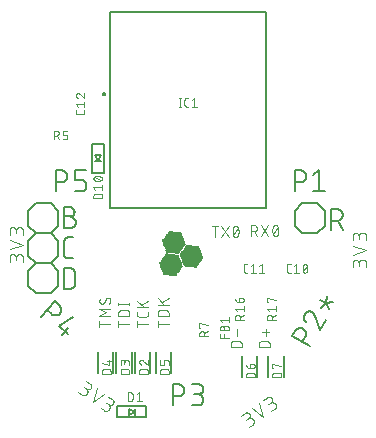
<source format=gbr>
G04 EAGLE Gerber RS-274X export*
G75*
%MOMM*%
%FSLAX34Y34*%
%LPD*%
%INSilkscreen Top*%
%IPPOS*%
%AMOC8*
5,1,8,0,0,1.08239X$1,22.5*%
G01*
%ADD10C,0.101600*%
%ADD11C,0.152400*%
%ADD12R,0.014731X0.014731*%
%ADD13R,0.147319X0.014731*%
%ADD14R,0.265175X0.014731*%
%ADD15R,0.383031X0.014731*%
%ADD16R,0.515619X0.014731*%
%ADD17R,0.633475X0.014731*%
%ADD18R,0.751331X0.014731*%
%ADD19R,0.883919X0.014731*%
%ADD20R,1.001775X0.014731*%
%ADD21R,1.119631X0.014731*%
%ADD22R,1.134363X0.014731*%
%ADD23R,1.149094X0.014731*%
%ADD24R,1.163825X0.014731*%
%ADD25R,1.178556X0.014731*%
%ADD26R,1.193288X0.014731*%
%ADD27R,1.222756X0.014731*%
%ADD28R,1.237488X0.014731*%
%ADD29R,1.266950X0.014731*%
%ADD30R,1.281681X0.014731*%
%ADD31R,1.311144X0.014731*%
%ADD32R,1.325881X0.014731*%
%ADD33R,1.355344X0.014731*%
%ADD34R,1.370075X0.014731*%
%ADD35R,1.384806X0.014731*%
%ADD36R,1.399538X0.014731*%
%ADD37R,1.414275X0.014731*%
%ADD38R,1.443738X0.014731*%
%ADD39R,1.458469X0.014731*%
%ADD40R,1.487931X0.014731*%
%ADD41R,1.502663X0.014731*%
%ADD42R,1.517394X0.014731*%
%ADD43R,1.532125X0.014731*%
%ADD44R,1.546856X0.014731*%
%ADD45R,1.576319X0.014731*%
%ADD46R,1.605788X0.014731*%
%ADD47R,1.620519X0.014731*%
%ADD48R,1.649981X0.014731*%
%ADD49R,1.664713X0.014731*%
%ADD50R,1.694175X0.014731*%
%ADD51R,1.708913X0.014731*%
%ADD52R,1.738375X0.014731*%
%ADD53R,1.753106X0.014731*%
%ADD54R,1.767838X0.014731*%
%ADD55R,1.782569X0.014731*%
%ADD56R,1.797306X0.014731*%
%ADD57R,0.117856X0.014731*%
%ADD58R,1.826769X0.014731*%
%ADD59R,0.235713X0.014731*%
%ADD60R,0.353569X0.014731*%
%ADD61R,1.856231X0.014731*%
%ADD62R,0.486156X0.014731*%
%ADD63R,1.870963X0.014731*%
%ADD64R,0.604013X0.014731*%
%ADD65R,0.721869X0.014731*%
%ADD66R,1.885694X0.014731*%
%ADD67R,0.839719X0.014731*%
%ADD68R,0.972306X0.014731*%
%ADD69R,1.090169X0.014731*%
%ADD70R,1.208025X0.014731*%
%ADD71R,1.252219X0.014731*%
%ADD72R,1.296412X0.014731*%
%ADD73R,1.340612X0.014731*%
%ADD74R,1.826763X0.014731*%
%ADD75R,1.414269X0.014731*%
%ADD76R,1.812031X0.014731*%
%ADD77R,1.429000X0.014731*%
%ADD78R,1.458462X0.014731*%
%ADD79R,1.473200X0.014731*%
%ADD80R,1.723644X0.014731*%
%ADD81R,1.694181X0.014731*%
%ADD82R,1.679450X0.014731*%
%ADD83R,1.561594X0.014731*%
%ADD84R,1.576325X0.014731*%
%ADD85R,1.591056X0.014731*%
%ADD86R,1.635250X0.014731*%
%ADD87R,1.561588X0.014731*%
%ADD88R,1.443731X0.014731*%
%ADD89R,1.797300X0.014731*%
%ADD90R,1.841500X0.014731*%
%ADD91R,1.311150X0.014731*%
%ADD92R,1.296419X0.014731*%
%ADD93R,1.193294X0.014731*%
%ADD94R,0.957575X0.014731*%
%ADD95R,0.589281X0.014731*%
%ADD96R,0.471425X0.014731*%
%ADD97R,0.220975X0.014731*%
%ADD98R,1.812038X0.014731*%
%ADD99R,0.103119X0.014731*%
%ADD100R,0.029463X0.014731*%
%ADD101R,0.162050X0.014731*%
%ADD102R,0.397763X0.014731*%
%ADD103R,0.648206X0.014731*%
%ADD104R,1.679444X0.014731*%
%ADD105R,1.016506X0.014731*%
%ADD106R,1.104900X0.014731*%
%ADD107R,1.222750X0.014731*%
%ADD108R,1.429006X0.014731*%
%ADD109R,1.208019X0.014731*%
%ADD110R,0.987044X0.014731*%
%ADD111R,0.854456X0.014731*%
%ADD112R,0.618744X0.014731*%
%ADD113R,0.500888X0.014731*%
%ADD114R,0.368300X0.014731*%
%ADD115R,0.132587X0.014731*%
%ADD116R,1.664719X0.014731*%
%ADD117R,1.075438X0.014731*%
%ADD118R,0.942844X0.014731*%
%ADD119R,0.707131X0.014731*%
%ADD120R,0.456694X0.014731*%
%ADD121R,0.088388X0.014731*%
%ADD122C,0.127000*%
%ADD123C,0.076200*%
%ADD124C,0.200000*%
%ADD125C,0.200000*%
%ADD126C,0.150000*%


D10*
X151167Y136262D02*
X151167Y139508D01*
X151165Y139621D01*
X151159Y139734D01*
X151149Y139847D01*
X151135Y139960D01*
X151118Y140072D01*
X151096Y140183D01*
X151071Y140293D01*
X151041Y140403D01*
X151008Y140511D01*
X150971Y140618D01*
X150931Y140724D01*
X150886Y140828D01*
X150838Y140931D01*
X150787Y141032D01*
X150732Y141131D01*
X150674Y141228D01*
X150612Y141323D01*
X150547Y141416D01*
X150479Y141506D01*
X150408Y141594D01*
X150333Y141680D01*
X150256Y141763D01*
X150176Y141843D01*
X150093Y141920D01*
X150007Y141995D01*
X149919Y142066D01*
X149829Y142134D01*
X149736Y142199D01*
X149641Y142261D01*
X149544Y142319D01*
X149445Y142374D01*
X149344Y142425D01*
X149241Y142473D01*
X149137Y142518D01*
X149031Y142558D01*
X148924Y142595D01*
X148816Y142628D01*
X148706Y142658D01*
X148596Y142683D01*
X148485Y142705D01*
X148373Y142722D01*
X148260Y142736D01*
X148147Y142746D01*
X148034Y142752D01*
X147921Y142754D01*
X147808Y142752D01*
X147695Y142746D01*
X147582Y142736D01*
X147469Y142722D01*
X147357Y142705D01*
X147246Y142683D01*
X147136Y142658D01*
X147026Y142628D01*
X146918Y142595D01*
X146811Y142558D01*
X146705Y142518D01*
X146601Y142473D01*
X146498Y142425D01*
X146397Y142374D01*
X146298Y142319D01*
X146201Y142261D01*
X146106Y142199D01*
X146013Y142134D01*
X145923Y142066D01*
X145835Y141995D01*
X145749Y141920D01*
X145666Y141843D01*
X145586Y141763D01*
X145509Y141680D01*
X145434Y141594D01*
X145363Y141506D01*
X145295Y141416D01*
X145230Y141323D01*
X145168Y141228D01*
X145110Y141131D01*
X145055Y141032D01*
X145004Y140931D01*
X144956Y140828D01*
X144911Y140724D01*
X144871Y140618D01*
X144834Y140511D01*
X144801Y140403D01*
X144771Y140293D01*
X144746Y140183D01*
X144724Y140072D01*
X144707Y139960D01*
X144693Y139847D01*
X144683Y139734D01*
X144677Y139621D01*
X144675Y139508D01*
X139483Y140157D02*
X139483Y136262D01*
X139483Y140157D02*
X139485Y140258D01*
X139491Y140358D01*
X139501Y140458D01*
X139514Y140558D01*
X139532Y140657D01*
X139553Y140756D01*
X139578Y140853D01*
X139607Y140950D01*
X139640Y141045D01*
X139676Y141139D01*
X139716Y141231D01*
X139759Y141322D01*
X139806Y141411D01*
X139856Y141498D01*
X139910Y141584D01*
X139967Y141667D01*
X140027Y141747D01*
X140090Y141826D01*
X140157Y141902D01*
X140226Y141975D01*
X140298Y142045D01*
X140372Y142113D01*
X140449Y142178D01*
X140529Y142239D01*
X140611Y142298D01*
X140695Y142353D01*
X140781Y142405D01*
X140869Y142454D01*
X140959Y142499D01*
X141051Y142541D01*
X141144Y142579D01*
X141239Y142613D01*
X141334Y142644D01*
X141431Y142671D01*
X141529Y142694D01*
X141628Y142714D01*
X141728Y142729D01*
X141828Y142741D01*
X141928Y142749D01*
X142029Y142753D01*
X142129Y142753D01*
X142230Y142749D01*
X142330Y142741D01*
X142430Y142729D01*
X142530Y142714D01*
X142629Y142694D01*
X142727Y142671D01*
X142824Y142644D01*
X142919Y142613D01*
X143014Y142579D01*
X143107Y142541D01*
X143199Y142499D01*
X143289Y142454D01*
X143377Y142405D01*
X143463Y142353D01*
X143547Y142298D01*
X143629Y142239D01*
X143709Y142178D01*
X143786Y142113D01*
X143860Y142045D01*
X143932Y141975D01*
X144001Y141902D01*
X144068Y141826D01*
X144131Y141747D01*
X144191Y141667D01*
X144248Y141584D01*
X144302Y141498D01*
X144352Y141411D01*
X144399Y141322D01*
X144442Y141231D01*
X144482Y141139D01*
X144518Y141045D01*
X144551Y140950D01*
X144580Y140853D01*
X144605Y140756D01*
X144626Y140657D01*
X144644Y140558D01*
X144657Y140458D01*
X144667Y140358D01*
X144673Y140258D01*
X144675Y140157D01*
X144676Y140157D02*
X144676Y137560D01*
X139483Y147043D02*
X151167Y150938D01*
X139483Y154832D01*
X151167Y159122D02*
X151167Y162367D01*
X151165Y162480D01*
X151159Y162593D01*
X151149Y162706D01*
X151135Y162819D01*
X151118Y162931D01*
X151096Y163042D01*
X151071Y163152D01*
X151041Y163262D01*
X151008Y163370D01*
X150971Y163477D01*
X150931Y163583D01*
X150886Y163687D01*
X150838Y163790D01*
X150787Y163891D01*
X150732Y163990D01*
X150674Y164087D01*
X150612Y164182D01*
X150547Y164275D01*
X150479Y164365D01*
X150408Y164453D01*
X150333Y164539D01*
X150256Y164622D01*
X150176Y164702D01*
X150093Y164779D01*
X150007Y164854D01*
X149919Y164925D01*
X149829Y164993D01*
X149736Y165058D01*
X149641Y165120D01*
X149544Y165178D01*
X149445Y165233D01*
X149344Y165284D01*
X149241Y165332D01*
X149137Y165377D01*
X149031Y165417D01*
X148924Y165454D01*
X148816Y165487D01*
X148706Y165517D01*
X148596Y165542D01*
X148485Y165564D01*
X148373Y165581D01*
X148260Y165595D01*
X148147Y165605D01*
X148034Y165611D01*
X147921Y165613D01*
X147808Y165611D01*
X147695Y165605D01*
X147582Y165595D01*
X147469Y165581D01*
X147357Y165564D01*
X147246Y165542D01*
X147136Y165517D01*
X147026Y165487D01*
X146918Y165454D01*
X146811Y165417D01*
X146705Y165377D01*
X146601Y165332D01*
X146498Y165284D01*
X146397Y165233D01*
X146298Y165178D01*
X146201Y165120D01*
X146106Y165058D01*
X146013Y164993D01*
X145923Y164925D01*
X145835Y164854D01*
X145749Y164779D01*
X145666Y164702D01*
X145586Y164622D01*
X145509Y164539D01*
X145434Y164453D01*
X145363Y164365D01*
X145295Y164275D01*
X145230Y164182D01*
X145168Y164087D01*
X145110Y163990D01*
X145055Y163891D01*
X145004Y163790D01*
X144956Y163687D01*
X144911Y163583D01*
X144871Y163477D01*
X144834Y163370D01*
X144801Y163262D01*
X144771Y163152D01*
X144746Y163042D01*
X144724Y162931D01*
X144707Y162819D01*
X144693Y162706D01*
X144683Y162593D01*
X144677Y162480D01*
X144675Y162367D01*
X139483Y163017D02*
X139483Y159122D01*
X139483Y163017D02*
X139485Y163118D01*
X139491Y163218D01*
X139501Y163318D01*
X139514Y163418D01*
X139532Y163517D01*
X139553Y163616D01*
X139578Y163713D01*
X139607Y163810D01*
X139640Y163905D01*
X139676Y163999D01*
X139716Y164091D01*
X139759Y164182D01*
X139806Y164271D01*
X139856Y164358D01*
X139910Y164444D01*
X139967Y164527D01*
X140027Y164607D01*
X140090Y164686D01*
X140157Y164762D01*
X140226Y164835D01*
X140298Y164905D01*
X140372Y164973D01*
X140449Y165038D01*
X140529Y165099D01*
X140611Y165158D01*
X140695Y165213D01*
X140781Y165265D01*
X140869Y165314D01*
X140959Y165359D01*
X141051Y165401D01*
X141144Y165439D01*
X141239Y165473D01*
X141334Y165504D01*
X141431Y165531D01*
X141529Y165554D01*
X141628Y165574D01*
X141728Y165589D01*
X141828Y165601D01*
X141928Y165609D01*
X142029Y165613D01*
X142129Y165613D01*
X142230Y165609D01*
X142330Y165601D01*
X142430Y165589D01*
X142530Y165574D01*
X142629Y165554D01*
X142727Y165531D01*
X142824Y165504D01*
X142919Y165473D01*
X143014Y165439D01*
X143107Y165401D01*
X143199Y165359D01*
X143289Y165314D01*
X143377Y165265D01*
X143463Y165213D01*
X143547Y165158D01*
X143629Y165099D01*
X143709Y165038D01*
X143786Y164973D01*
X143860Y164905D01*
X143932Y164835D01*
X144001Y164762D01*
X144068Y164686D01*
X144131Y164607D01*
X144191Y164527D01*
X144248Y164444D01*
X144302Y164358D01*
X144352Y164271D01*
X144399Y164182D01*
X144442Y164091D01*
X144482Y163999D01*
X144518Y163905D01*
X144551Y163810D01*
X144580Y163713D01*
X144605Y163616D01*
X144626Y163517D01*
X144644Y163418D01*
X144657Y163318D01*
X144667Y163218D01*
X144673Y163118D01*
X144675Y163017D01*
X144676Y163017D02*
X144676Y160420D01*
X54613Y3108D02*
X51954Y1247D01*
X54613Y3108D02*
X54704Y3175D01*
X54794Y3244D01*
X54881Y3317D01*
X54965Y3393D01*
X55046Y3472D01*
X55125Y3553D01*
X55201Y3637D01*
X55274Y3724D01*
X55343Y3814D01*
X55410Y3905D01*
X55473Y3999D01*
X55533Y4095D01*
X55590Y4193D01*
X55643Y4293D01*
X55693Y4395D01*
X55739Y4499D01*
X55781Y4604D01*
X55820Y4710D01*
X55855Y4818D01*
X55886Y4927D01*
X55914Y5037D01*
X55937Y5148D01*
X55957Y5259D01*
X55973Y5371D01*
X55985Y5484D01*
X55993Y5597D01*
X55997Y5710D01*
X55997Y5824D01*
X55993Y5937D01*
X55985Y6050D01*
X55973Y6163D01*
X55957Y6275D01*
X55937Y6386D01*
X55914Y6497D01*
X55886Y6607D01*
X55855Y6716D01*
X55820Y6824D01*
X55781Y6930D01*
X55739Y7035D01*
X55693Y7139D01*
X55643Y7241D01*
X55590Y7341D01*
X55533Y7439D01*
X55473Y7535D01*
X55410Y7629D01*
X55343Y7720D01*
X55274Y7810D01*
X55201Y7897D01*
X55125Y7981D01*
X55046Y8062D01*
X54965Y8141D01*
X54881Y8217D01*
X54794Y8290D01*
X54705Y8359D01*
X54613Y8426D01*
X54519Y8489D01*
X54423Y8549D01*
X54325Y8606D01*
X54225Y8659D01*
X54123Y8709D01*
X54019Y8755D01*
X53914Y8797D01*
X53808Y8836D01*
X53700Y8871D01*
X53591Y8902D01*
X53481Y8930D01*
X53370Y8953D01*
X53259Y8973D01*
X53147Y8989D01*
X53034Y9001D01*
X52921Y9009D01*
X52808Y9013D01*
X52694Y9013D01*
X52581Y9009D01*
X52468Y9001D01*
X52355Y8989D01*
X52243Y8973D01*
X52132Y8953D01*
X52021Y8930D01*
X51911Y8902D01*
X51802Y8871D01*
X51694Y8836D01*
X51588Y8797D01*
X51483Y8755D01*
X51379Y8709D01*
X51277Y8659D01*
X51177Y8606D01*
X51079Y8549D01*
X50983Y8489D01*
X50889Y8426D01*
X48443Y13052D02*
X45253Y10818D01*
X48443Y13052D02*
X48527Y13108D01*
X48612Y13161D01*
X48700Y13210D01*
X48789Y13256D01*
X48881Y13299D01*
X48974Y13338D01*
X49068Y13373D01*
X49163Y13405D01*
X49260Y13433D01*
X49358Y13457D01*
X49456Y13477D01*
X49556Y13494D01*
X49656Y13506D01*
X49756Y13515D01*
X49857Y13520D01*
X49957Y13521D01*
X50058Y13518D01*
X50158Y13511D01*
X50258Y13500D01*
X50358Y13486D01*
X50457Y13467D01*
X50555Y13445D01*
X50652Y13419D01*
X50749Y13389D01*
X50844Y13356D01*
X50937Y13319D01*
X51029Y13278D01*
X51120Y13233D01*
X51208Y13186D01*
X51295Y13134D01*
X51379Y13080D01*
X51462Y13022D01*
X51542Y12961D01*
X51620Y12897D01*
X51695Y12830D01*
X51768Y12761D01*
X51837Y12688D01*
X51904Y12613D01*
X51968Y12535D01*
X52029Y12455D01*
X52087Y12372D01*
X52141Y12288D01*
X52193Y12201D01*
X52240Y12113D01*
X52285Y12022D01*
X52326Y11930D01*
X52363Y11836D01*
X52396Y11742D01*
X52426Y11645D01*
X52452Y11548D01*
X52474Y11450D01*
X52493Y11351D01*
X52507Y11251D01*
X52518Y11151D01*
X52525Y11051D01*
X52528Y10950D01*
X52527Y10850D01*
X52522Y10749D01*
X52513Y10649D01*
X52501Y10549D01*
X52484Y10449D01*
X52464Y10351D01*
X52440Y10253D01*
X52412Y10156D01*
X52380Y10061D01*
X52345Y9967D01*
X52306Y9874D01*
X52263Y9782D01*
X52217Y9693D01*
X52168Y9605D01*
X52115Y9520D01*
X52059Y9436D01*
X51999Y9355D01*
X51937Y9276D01*
X51871Y9199D01*
X51803Y9125D01*
X51732Y9054D01*
X51658Y8986D01*
X51581Y8920D01*
X51502Y8858D01*
X51421Y8798D01*
X49295Y7309D01*
X54084Y17002D02*
X63976Y9664D01*
X60464Y21469D01*
X70680Y14359D02*
X73339Y16220D01*
X73430Y16287D01*
X73520Y16356D01*
X73607Y16429D01*
X73691Y16505D01*
X73772Y16584D01*
X73851Y16665D01*
X73927Y16749D01*
X74000Y16836D01*
X74069Y16926D01*
X74136Y17017D01*
X74199Y17111D01*
X74259Y17207D01*
X74316Y17305D01*
X74369Y17405D01*
X74419Y17507D01*
X74465Y17611D01*
X74507Y17716D01*
X74546Y17822D01*
X74581Y17930D01*
X74612Y18039D01*
X74640Y18149D01*
X74663Y18260D01*
X74683Y18371D01*
X74699Y18483D01*
X74711Y18596D01*
X74719Y18709D01*
X74723Y18822D01*
X74723Y18936D01*
X74719Y19049D01*
X74711Y19162D01*
X74699Y19275D01*
X74683Y19387D01*
X74663Y19498D01*
X74640Y19609D01*
X74612Y19719D01*
X74581Y19828D01*
X74546Y19936D01*
X74507Y20042D01*
X74465Y20147D01*
X74419Y20251D01*
X74369Y20353D01*
X74316Y20453D01*
X74259Y20551D01*
X74199Y20647D01*
X74136Y20741D01*
X74069Y20832D01*
X74000Y20922D01*
X73927Y21009D01*
X73851Y21093D01*
X73772Y21174D01*
X73691Y21253D01*
X73607Y21329D01*
X73520Y21402D01*
X73431Y21471D01*
X73339Y21538D01*
X73245Y21601D01*
X73149Y21661D01*
X73051Y21718D01*
X72951Y21771D01*
X72849Y21821D01*
X72745Y21867D01*
X72640Y21909D01*
X72534Y21948D01*
X72426Y21983D01*
X72317Y22014D01*
X72207Y22042D01*
X72096Y22065D01*
X71985Y22085D01*
X71873Y22101D01*
X71760Y22113D01*
X71647Y22121D01*
X71534Y22125D01*
X71420Y22125D01*
X71307Y22121D01*
X71194Y22113D01*
X71081Y22101D01*
X70969Y22085D01*
X70858Y22065D01*
X70747Y22042D01*
X70637Y22014D01*
X70528Y21983D01*
X70420Y21948D01*
X70314Y21909D01*
X70209Y21867D01*
X70105Y21821D01*
X70003Y21771D01*
X69903Y21718D01*
X69805Y21661D01*
X69709Y21601D01*
X69615Y21538D01*
X67169Y26164D02*
X63978Y23930D01*
X67169Y26164D02*
X67253Y26220D01*
X67338Y26273D01*
X67426Y26322D01*
X67515Y26368D01*
X67607Y26411D01*
X67700Y26450D01*
X67794Y26485D01*
X67889Y26517D01*
X67986Y26545D01*
X68084Y26569D01*
X68182Y26589D01*
X68282Y26606D01*
X68382Y26618D01*
X68482Y26627D01*
X68583Y26632D01*
X68683Y26633D01*
X68784Y26630D01*
X68884Y26623D01*
X68984Y26612D01*
X69084Y26598D01*
X69183Y26579D01*
X69281Y26557D01*
X69378Y26531D01*
X69475Y26501D01*
X69570Y26468D01*
X69663Y26431D01*
X69755Y26390D01*
X69846Y26345D01*
X69934Y26298D01*
X70021Y26246D01*
X70105Y26192D01*
X70188Y26134D01*
X70268Y26073D01*
X70346Y26009D01*
X70421Y25942D01*
X70494Y25873D01*
X70563Y25800D01*
X70630Y25725D01*
X70694Y25647D01*
X70755Y25567D01*
X70813Y25484D01*
X70867Y25400D01*
X70919Y25313D01*
X70966Y25225D01*
X71011Y25134D01*
X71052Y25042D01*
X71089Y24948D01*
X71122Y24854D01*
X71152Y24757D01*
X71178Y24660D01*
X71200Y24562D01*
X71219Y24463D01*
X71233Y24363D01*
X71244Y24263D01*
X71251Y24163D01*
X71254Y24062D01*
X71253Y23962D01*
X71248Y23861D01*
X71239Y23761D01*
X71227Y23661D01*
X71210Y23561D01*
X71190Y23463D01*
X71166Y23365D01*
X71138Y23268D01*
X71106Y23173D01*
X71071Y23079D01*
X71032Y22986D01*
X70989Y22894D01*
X70943Y22805D01*
X70894Y22717D01*
X70841Y22632D01*
X70785Y22548D01*
X70725Y22467D01*
X70663Y22388D01*
X70597Y22311D01*
X70529Y22237D01*
X70458Y22166D01*
X70384Y22098D01*
X70307Y22032D01*
X70228Y21970D01*
X70147Y21910D01*
X68020Y20421D01*
X-89951Y28595D02*
X-92610Y30457D01*
X-89952Y28595D02*
X-89858Y28532D01*
X-89762Y28472D01*
X-89664Y28415D01*
X-89564Y28362D01*
X-89462Y28312D01*
X-89358Y28266D01*
X-89253Y28224D01*
X-89147Y28185D01*
X-89039Y28150D01*
X-88930Y28119D01*
X-88820Y28091D01*
X-88709Y28068D01*
X-88598Y28048D01*
X-88486Y28032D01*
X-88373Y28020D01*
X-88260Y28012D01*
X-88147Y28008D01*
X-88033Y28008D01*
X-87920Y28012D01*
X-87807Y28020D01*
X-87694Y28032D01*
X-87582Y28048D01*
X-87471Y28068D01*
X-87360Y28091D01*
X-87250Y28119D01*
X-87141Y28150D01*
X-87033Y28185D01*
X-86927Y28224D01*
X-86822Y28266D01*
X-86718Y28312D01*
X-86616Y28362D01*
X-86516Y28415D01*
X-86418Y28472D01*
X-86322Y28532D01*
X-86228Y28595D01*
X-86137Y28662D01*
X-86047Y28731D01*
X-85960Y28804D01*
X-85876Y28880D01*
X-85795Y28959D01*
X-85716Y29040D01*
X-85640Y29124D01*
X-85567Y29211D01*
X-85498Y29301D01*
X-85431Y29392D01*
X-85368Y29486D01*
X-85308Y29582D01*
X-85251Y29680D01*
X-85198Y29780D01*
X-85148Y29882D01*
X-85102Y29986D01*
X-85060Y30091D01*
X-85021Y30197D01*
X-84986Y30305D01*
X-84955Y30414D01*
X-84927Y30524D01*
X-84904Y30635D01*
X-84884Y30746D01*
X-84868Y30858D01*
X-84856Y30971D01*
X-84848Y31084D01*
X-84844Y31197D01*
X-84844Y31311D01*
X-84848Y31424D01*
X-84856Y31537D01*
X-84868Y31650D01*
X-84884Y31762D01*
X-84904Y31873D01*
X-84927Y31984D01*
X-84955Y32094D01*
X-84986Y32203D01*
X-85021Y32311D01*
X-85060Y32417D01*
X-85102Y32522D01*
X-85148Y32626D01*
X-85198Y32728D01*
X-85251Y32828D01*
X-85308Y32926D01*
X-85368Y33022D01*
X-85431Y33116D01*
X-85498Y33207D01*
X-85567Y33297D01*
X-85640Y33384D01*
X-85716Y33468D01*
X-85795Y33549D01*
X-85876Y33628D01*
X-85960Y33704D01*
X-86047Y33777D01*
X-86136Y33846D01*
X-86228Y33913D01*
X-82718Y37794D02*
X-85908Y40028D01*
X-82718Y37794D02*
X-82637Y37734D01*
X-82558Y37672D01*
X-82481Y37606D01*
X-82407Y37538D01*
X-82336Y37467D01*
X-82268Y37393D01*
X-82202Y37316D01*
X-82140Y37237D01*
X-82080Y37156D01*
X-82024Y37072D01*
X-81971Y36987D01*
X-81922Y36899D01*
X-81876Y36810D01*
X-81833Y36718D01*
X-81794Y36625D01*
X-81759Y36531D01*
X-81727Y36436D01*
X-81699Y36339D01*
X-81675Y36241D01*
X-81655Y36143D01*
X-81638Y36043D01*
X-81626Y35943D01*
X-81617Y35843D01*
X-81612Y35742D01*
X-81611Y35642D01*
X-81614Y35541D01*
X-81621Y35441D01*
X-81632Y35341D01*
X-81646Y35241D01*
X-81665Y35142D01*
X-81687Y35044D01*
X-81713Y34947D01*
X-81743Y34850D01*
X-81776Y34756D01*
X-81813Y34662D01*
X-81854Y34570D01*
X-81899Y34479D01*
X-81946Y34391D01*
X-81998Y34304D01*
X-82052Y34220D01*
X-82110Y34137D01*
X-82171Y34057D01*
X-82235Y33979D01*
X-82302Y33904D01*
X-82371Y33831D01*
X-82444Y33762D01*
X-82519Y33695D01*
X-82597Y33631D01*
X-82677Y33570D01*
X-82760Y33512D01*
X-82844Y33458D01*
X-82931Y33406D01*
X-83019Y33359D01*
X-83110Y33314D01*
X-83202Y33273D01*
X-83295Y33236D01*
X-83390Y33203D01*
X-83487Y33173D01*
X-83584Y33147D01*
X-83682Y33125D01*
X-83781Y33106D01*
X-83881Y33092D01*
X-83981Y33081D01*
X-84081Y33074D01*
X-84182Y33071D01*
X-84282Y33072D01*
X-84383Y33077D01*
X-84483Y33086D01*
X-84583Y33098D01*
X-84683Y33115D01*
X-84781Y33135D01*
X-84879Y33159D01*
X-84976Y33187D01*
X-85071Y33219D01*
X-85165Y33254D01*
X-85258Y33293D01*
X-85350Y33336D01*
X-85439Y33382D01*
X-85527Y33431D01*
X-85612Y33484D01*
X-85696Y33540D01*
X-87823Y35030D01*
X-77077Y33844D02*
X-80588Y22039D01*
X-70696Y29377D01*
X-73884Y17345D02*
X-71225Y15483D01*
X-71226Y15483D02*
X-71132Y15420D01*
X-71036Y15360D01*
X-70938Y15303D01*
X-70838Y15250D01*
X-70736Y15200D01*
X-70632Y15154D01*
X-70527Y15112D01*
X-70421Y15073D01*
X-70313Y15038D01*
X-70204Y15007D01*
X-70094Y14979D01*
X-69983Y14956D01*
X-69872Y14936D01*
X-69760Y14920D01*
X-69647Y14908D01*
X-69534Y14900D01*
X-69421Y14896D01*
X-69307Y14896D01*
X-69194Y14900D01*
X-69081Y14908D01*
X-68968Y14920D01*
X-68856Y14936D01*
X-68745Y14956D01*
X-68634Y14979D01*
X-68524Y15007D01*
X-68415Y15038D01*
X-68307Y15073D01*
X-68201Y15112D01*
X-68096Y15154D01*
X-67992Y15200D01*
X-67890Y15250D01*
X-67790Y15303D01*
X-67692Y15360D01*
X-67596Y15420D01*
X-67502Y15483D01*
X-67411Y15550D01*
X-67321Y15619D01*
X-67234Y15692D01*
X-67150Y15768D01*
X-67069Y15847D01*
X-66990Y15928D01*
X-66914Y16012D01*
X-66841Y16099D01*
X-66772Y16189D01*
X-66705Y16280D01*
X-66642Y16374D01*
X-66582Y16470D01*
X-66525Y16568D01*
X-66472Y16668D01*
X-66422Y16770D01*
X-66376Y16874D01*
X-66334Y16979D01*
X-66295Y17085D01*
X-66260Y17193D01*
X-66229Y17302D01*
X-66201Y17412D01*
X-66178Y17523D01*
X-66158Y17634D01*
X-66142Y17746D01*
X-66130Y17859D01*
X-66122Y17972D01*
X-66118Y18085D01*
X-66118Y18199D01*
X-66122Y18312D01*
X-66130Y18425D01*
X-66142Y18538D01*
X-66158Y18650D01*
X-66178Y18761D01*
X-66201Y18872D01*
X-66229Y18982D01*
X-66260Y19091D01*
X-66295Y19199D01*
X-66334Y19305D01*
X-66376Y19410D01*
X-66422Y19514D01*
X-66472Y19616D01*
X-66525Y19716D01*
X-66582Y19814D01*
X-66642Y19910D01*
X-66705Y20004D01*
X-66772Y20095D01*
X-66841Y20185D01*
X-66914Y20272D01*
X-66990Y20356D01*
X-67069Y20437D01*
X-67150Y20516D01*
X-67234Y20592D01*
X-67321Y20665D01*
X-67410Y20734D01*
X-67502Y20801D01*
X-63992Y24682D02*
X-67182Y26916D01*
X-63992Y24682D02*
X-63911Y24622D01*
X-63832Y24560D01*
X-63755Y24494D01*
X-63681Y24426D01*
X-63610Y24355D01*
X-63542Y24281D01*
X-63476Y24204D01*
X-63414Y24125D01*
X-63354Y24044D01*
X-63298Y23960D01*
X-63245Y23875D01*
X-63196Y23787D01*
X-63150Y23698D01*
X-63107Y23606D01*
X-63068Y23513D01*
X-63033Y23419D01*
X-63001Y23324D01*
X-62973Y23227D01*
X-62949Y23129D01*
X-62929Y23031D01*
X-62912Y22931D01*
X-62900Y22831D01*
X-62891Y22731D01*
X-62886Y22630D01*
X-62885Y22530D01*
X-62888Y22429D01*
X-62895Y22329D01*
X-62906Y22229D01*
X-62920Y22129D01*
X-62939Y22030D01*
X-62961Y21932D01*
X-62987Y21835D01*
X-63017Y21738D01*
X-63050Y21644D01*
X-63087Y21550D01*
X-63128Y21458D01*
X-63173Y21367D01*
X-63220Y21279D01*
X-63272Y21192D01*
X-63326Y21108D01*
X-63384Y21025D01*
X-63445Y20945D01*
X-63509Y20867D01*
X-63576Y20792D01*
X-63645Y20719D01*
X-63718Y20650D01*
X-63793Y20583D01*
X-63871Y20519D01*
X-63951Y20458D01*
X-64034Y20400D01*
X-64118Y20346D01*
X-64205Y20294D01*
X-64293Y20247D01*
X-64384Y20202D01*
X-64476Y20161D01*
X-64569Y20124D01*
X-64664Y20091D01*
X-64761Y20061D01*
X-64858Y20035D01*
X-64956Y20013D01*
X-65055Y19994D01*
X-65155Y19980D01*
X-65255Y19969D01*
X-65355Y19962D01*
X-65456Y19959D01*
X-65556Y19960D01*
X-65657Y19965D01*
X-65757Y19974D01*
X-65857Y19986D01*
X-65957Y20003D01*
X-66055Y20023D01*
X-66153Y20047D01*
X-66250Y20075D01*
X-66345Y20107D01*
X-66439Y20142D01*
X-66532Y20181D01*
X-66624Y20224D01*
X-66713Y20270D01*
X-66801Y20319D01*
X-66886Y20372D01*
X-66970Y20428D01*
X-69097Y21918D01*
X-139233Y141024D02*
X-139233Y144270D01*
X-139235Y144383D01*
X-139241Y144496D01*
X-139251Y144609D01*
X-139265Y144722D01*
X-139282Y144834D01*
X-139304Y144945D01*
X-139329Y145055D01*
X-139359Y145165D01*
X-139392Y145273D01*
X-139429Y145380D01*
X-139469Y145486D01*
X-139514Y145590D01*
X-139562Y145693D01*
X-139613Y145794D01*
X-139668Y145893D01*
X-139726Y145990D01*
X-139788Y146085D01*
X-139853Y146178D01*
X-139921Y146268D01*
X-139992Y146356D01*
X-140067Y146442D01*
X-140144Y146525D01*
X-140224Y146605D01*
X-140307Y146682D01*
X-140393Y146757D01*
X-140481Y146828D01*
X-140571Y146896D01*
X-140664Y146961D01*
X-140759Y147023D01*
X-140856Y147081D01*
X-140955Y147136D01*
X-141056Y147187D01*
X-141159Y147235D01*
X-141263Y147280D01*
X-141369Y147320D01*
X-141476Y147357D01*
X-141584Y147390D01*
X-141694Y147420D01*
X-141804Y147445D01*
X-141915Y147467D01*
X-142027Y147484D01*
X-142140Y147498D01*
X-142253Y147508D01*
X-142366Y147514D01*
X-142479Y147516D01*
X-142592Y147514D01*
X-142705Y147508D01*
X-142818Y147498D01*
X-142931Y147484D01*
X-143043Y147467D01*
X-143154Y147445D01*
X-143264Y147420D01*
X-143374Y147390D01*
X-143482Y147357D01*
X-143589Y147320D01*
X-143695Y147280D01*
X-143799Y147235D01*
X-143902Y147187D01*
X-144003Y147136D01*
X-144102Y147081D01*
X-144199Y147023D01*
X-144294Y146961D01*
X-144387Y146896D01*
X-144477Y146828D01*
X-144565Y146757D01*
X-144651Y146682D01*
X-144734Y146605D01*
X-144814Y146525D01*
X-144891Y146442D01*
X-144966Y146356D01*
X-145037Y146268D01*
X-145105Y146178D01*
X-145170Y146085D01*
X-145232Y145990D01*
X-145290Y145893D01*
X-145345Y145794D01*
X-145396Y145693D01*
X-145444Y145590D01*
X-145489Y145486D01*
X-145529Y145380D01*
X-145566Y145273D01*
X-145599Y145165D01*
X-145629Y145055D01*
X-145654Y144945D01*
X-145676Y144834D01*
X-145693Y144722D01*
X-145707Y144609D01*
X-145717Y144496D01*
X-145723Y144383D01*
X-145725Y144270D01*
X-150917Y144919D02*
X-150917Y141024D01*
X-150917Y144919D02*
X-150915Y145020D01*
X-150909Y145120D01*
X-150899Y145220D01*
X-150886Y145320D01*
X-150868Y145419D01*
X-150847Y145518D01*
X-150822Y145615D01*
X-150793Y145712D01*
X-150760Y145807D01*
X-150724Y145901D01*
X-150684Y145993D01*
X-150641Y146084D01*
X-150594Y146173D01*
X-150544Y146260D01*
X-150490Y146346D01*
X-150433Y146429D01*
X-150373Y146509D01*
X-150310Y146588D01*
X-150243Y146664D01*
X-150174Y146737D01*
X-150102Y146807D01*
X-150028Y146875D01*
X-149951Y146940D01*
X-149871Y147001D01*
X-149789Y147060D01*
X-149705Y147115D01*
X-149619Y147167D01*
X-149531Y147216D01*
X-149441Y147261D01*
X-149349Y147303D01*
X-149256Y147341D01*
X-149161Y147375D01*
X-149066Y147406D01*
X-148969Y147433D01*
X-148871Y147456D01*
X-148772Y147476D01*
X-148672Y147491D01*
X-148572Y147503D01*
X-148472Y147511D01*
X-148371Y147515D01*
X-148271Y147515D01*
X-148170Y147511D01*
X-148070Y147503D01*
X-147970Y147491D01*
X-147870Y147476D01*
X-147771Y147456D01*
X-147673Y147433D01*
X-147576Y147406D01*
X-147481Y147375D01*
X-147386Y147341D01*
X-147293Y147303D01*
X-147201Y147261D01*
X-147111Y147216D01*
X-147023Y147167D01*
X-146937Y147115D01*
X-146853Y147060D01*
X-146771Y147001D01*
X-146691Y146940D01*
X-146614Y146875D01*
X-146540Y146807D01*
X-146468Y146737D01*
X-146399Y146664D01*
X-146332Y146588D01*
X-146269Y146509D01*
X-146209Y146429D01*
X-146152Y146346D01*
X-146098Y146260D01*
X-146048Y146173D01*
X-146001Y146084D01*
X-145958Y145993D01*
X-145918Y145901D01*
X-145882Y145807D01*
X-145849Y145712D01*
X-145820Y145615D01*
X-145795Y145518D01*
X-145774Y145419D01*
X-145756Y145320D01*
X-145743Y145220D01*
X-145733Y145120D01*
X-145727Y145020D01*
X-145725Y144919D01*
X-145724Y144919D02*
X-145724Y142323D01*
X-150917Y151805D02*
X-139233Y155700D01*
X-150917Y159595D01*
X-139233Y163884D02*
X-139233Y167130D01*
X-139235Y167243D01*
X-139241Y167356D01*
X-139251Y167469D01*
X-139265Y167582D01*
X-139282Y167694D01*
X-139304Y167805D01*
X-139329Y167915D01*
X-139359Y168025D01*
X-139392Y168133D01*
X-139429Y168240D01*
X-139469Y168346D01*
X-139514Y168450D01*
X-139562Y168553D01*
X-139613Y168654D01*
X-139668Y168753D01*
X-139726Y168850D01*
X-139788Y168945D01*
X-139853Y169038D01*
X-139921Y169128D01*
X-139992Y169216D01*
X-140067Y169302D01*
X-140144Y169385D01*
X-140224Y169465D01*
X-140307Y169542D01*
X-140393Y169617D01*
X-140481Y169688D01*
X-140571Y169756D01*
X-140664Y169821D01*
X-140759Y169883D01*
X-140856Y169941D01*
X-140955Y169996D01*
X-141056Y170047D01*
X-141159Y170095D01*
X-141263Y170140D01*
X-141369Y170180D01*
X-141476Y170217D01*
X-141584Y170250D01*
X-141694Y170280D01*
X-141804Y170305D01*
X-141915Y170327D01*
X-142027Y170344D01*
X-142140Y170358D01*
X-142253Y170368D01*
X-142366Y170374D01*
X-142479Y170376D01*
X-142592Y170374D01*
X-142705Y170368D01*
X-142818Y170358D01*
X-142931Y170344D01*
X-143043Y170327D01*
X-143154Y170305D01*
X-143264Y170280D01*
X-143374Y170250D01*
X-143482Y170217D01*
X-143589Y170180D01*
X-143695Y170140D01*
X-143799Y170095D01*
X-143902Y170047D01*
X-144003Y169996D01*
X-144102Y169941D01*
X-144199Y169883D01*
X-144294Y169821D01*
X-144387Y169756D01*
X-144477Y169688D01*
X-144565Y169617D01*
X-144651Y169542D01*
X-144734Y169465D01*
X-144814Y169385D01*
X-144891Y169302D01*
X-144966Y169216D01*
X-145037Y169128D01*
X-145105Y169038D01*
X-145170Y168945D01*
X-145232Y168850D01*
X-145290Y168753D01*
X-145345Y168654D01*
X-145396Y168553D01*
X-145444Y168450D01*
X-145489Y168346D01*
X-145529Y168240D01*
X-145566Y168133D01*
X-145599Y168025D01*
X-145629Y167915D01*
X-145654Y167805D01*
X-145676Y167694D01*
X-145693Y167582D01*
X-145707Y167469D01*
X-145717Y167356D01*
X-145723Y167243D01*
X-145725Y167130D01*
X-150917Y167779D02*
X-150917Y163884D01*
X-150917Y167779D02*
X-150915Y167880D01*
X-150909Y167980D01*
X-150899Y168080D01*
X-150886Y168180D01*
X-150868Y168279D01*
X-150847Y168378D01*
X-150822Y168475D01*
X-150793Y168572D01*
X-150760Y168667D01*
X-150724Y168761D01*
X-150684Y168853D01*
X-150641Y168944D01*
X-150594Y169033D01*
X-150544Y169120D01*
X-150490Y169206D01*
X-150433Y169289D01*
X-150373Y169369D01*
X-150310Y169448D01*
X-150243Y169524D01*
X-150174Y169597D01*
X-150102Y169667D01*
X-150028Y169735D01*
X-149951Y169800D01*
X-149871Y169861D01*
X-149789Y169920D01*
X-149705Y169975D01*
X-149619Y170027D01*
X-149531Y170076D01*
X-149441Y170121D01*
X-149349Y170163D01*
X-149256Y170201D01*
X-149161Y170235D01*
X-149066Y170266D01*
X-148969Y170293D01*
X-148871Y170316D01*
X-148772Y170336D01*
X-148672Y170351D01*
X-148572Y170363D01*
X-148472Y170371D01*
X-148371Y170375D01*
X-148271Y170375D01*
X-148170Y170371D01*
X-148070Y170363D01*
X-147970Y170351D01*
X-147870Y170336D01*
X-147771Y170316D01*
X-147673Y170293D01*
X-147576Y170266D01*
X-147481Y170235D01*
X-147386Y170201D01*
X-147293Y170163D01*
X-147201Y170121D01*
X-147111Y170076D01*
X-147023Y170027D01*
X-146937Y169975D01*
X-146853Y169920D01*
X-146771Y169861D01*
X-146691Y169800D01*
X-146614Y169735D01*
X-146540Y169667D01*
X-146468Y169597D01*
X-146399Y169524D01*
X-146332Y169448D01*
X-146269Y169369D01*
X-146209Y169289D01*
X-146152Y169206D01*
X-146098Y169120D01*
X-146048Y169033D01*
X-146001Y168944D01*
X-145958Y168853D01*
X-145918Y168761D01*
X-145882Y168667D01*
X-145849Y168572D01*
X-145820Y168475D01*
X-145795Y168378D01*
X-145774Y168279D01*
X-145756Y168180D01*
X-145743Y168080D01*
X-145733Y167980D01*
X-145727Y167880D01*
X-145725Y167779D01*
X-145724Y167779D02*
X-145724Y165183D01*
D11*
X90351Y200753D02*
X90351Y218533D01*
X95290Y218533D01*
X95430Y218531D01*
X95569Y218525D01*
X95709Y218515D01*
X95848Y218501D01*
X95987Y218484D01*
X96125Y218462D01*
X96262Y218436D01*
X96399Y218407D01*
X96535Y218374D01*
X96669Y218337D01*
X96803Y218296D01*
X96935Y218251D01*
X97067Y218202D01*
X97196Y218150D01*
X97324Y218095D01*
X97451Y218035D01*
X97576Y217972D01*
X97699Y217906D01*
X97820Y217836D01*
X97939Y217763D01*
X98056Y217686D01*
X98170Y217606D01*
X98283Y217523D01*
X98393Y217437D01*
X98500Y217347D01*
X98605Y217255D01*
X98707Y217160D01*
X98807Y217062D01*
X98904Y216961D01*
X98998Y216857D01*
X99088Y216751D01*
X99176Y216642D01*
X99261Y216531D01*
X99342Y216417D01*
X99421Y216302D01*
X99496Y216184D01*
X99567Y216064D01*
X99635Y215941D01*
X99700Y215818D01*
X99761Y215692D01*
X99819Y215564D01*
X99873Y215436D01*
X99923Y215305D01*
X99970Y215173D01*
X100013Y215040D01*
X100052Y214906D01*
X100087Y214771D01*
X100118Y214635D01*
X100146Y214497D01*
X100169Y214360D01*
X100189Y214221D01*
X100205Y214082D01*
X100217Y213943D01*
X100225Y213804D01*
X100229Y213664D01*
X100229Y213524D01*
X100225Y213384D01*
X100217Y213245D01*
X100205Y213106D01*
X100189Y212967D01*
X100169Y212828D01*
X100146Y212691D01*
X100118Y212553D01*
X100087Y212417D01*
X100052Y212282D01*
X100013Y212148D01*
X99970Y212015D01*
X99923Y211883D01*
X99873Y211752D01*
X99819Y211624D01*
X99761Y211496D01*
X99700Y211370D01*
X99635Y211247D01*
X99567Y211125D01*
X99496Y211004D01*
X99421Y210886D01*
X99342Y210771D01*
X99261Y210657D01*
X99176Y210546D01*
X99088Y210437D01*
X98998Y210331D01*
X98904Y210227D01*
X98807Y210126D01*
X98707Y210028D01*
X98605Y209933D01*
X98500Y209841D01*
X98393Y209751D01*
X98283Y209665D01*
X98170Y209582D01*
X98056Y209502D01*
X97939Y209425D01*
X97820Y209352D01*
X97699Y209282D01*
X97576Y209216D01*
X97451Y209153D01*
X97324Y209093D01*
X97196Y209038D01*
X97067Y208986D01*
X96935Y208937D01*
X96803Y208892D01*
X96669Y208851D01*
X96535Y208814D01*
X96399Y208781D01*
X96262Y208752D01*
X96125Y208726D01*
X95987Y208704D01*
X95848Y208687D01*
X95709Y208673D01*
X95569Y208663D01*
X95430Y208657D01*
X95290Y208655D01*
X90351Y208655D01*
X106346Y214581D02*
X111285Y218533D01*
X111285Y200753D01*
X106346Y200753D02*
X116224Y200753D01*
X88480Y78423D02*
X103878Y69533D01*
X88480Y78423D02*
X90950Y82700D01*
X91021Y82820D01*
X91096Y82938D01*
X91175Y83053D01*
X91256Y83167D01*
X91341Y83278D01*
X91429Y83387D01*
X91519Y83493D01*
X91613Y83597D01*
X91710Y83698D01*
X91810Y83796D01*
X91912Y83891D01*
X92017Y83983D01*
X92124Y84073D01*
X92234Y84159D01*
X92347Y84242D01*
X92461Y84322D01*
X92578Y84399D01*
X92697Y84472D01*
X92818Y84542D01*
X92941Y84608D01*
X93066Y84671D01*
X93193Y84731D01*
X93321Y84786D01*
X93451Y84838D01*
X93582Y84887D01*
X93714Y84932D01*
X93848Y84973D01*
X93982Y85010D01*
X94118Y85043D01*
X94255Y85072D01*
X94392Y85098D01*
X94530Y85120D01*
X94669Y85137D01*
X94808Y85151D01*
X94948Y85161D01*
X95087Y85167D01*
X95227Y85169D01*
X95367Y85167D01*
X95506Y85161D01*
X95646Y85151D01*
X95785Y85137D01*
X95924Y85120D01*
X96062Y85098D01*
X96199Y85072D01*
X96336Y85043D01*
X96472Y85010D01*
X96606Y84972D01*
X96740Y84932D01*
X96872Y84887D01*
X97004Y84838D01*
X97133Y84786D01*
X97261Y84731D01*
X97388Y84671D01*
X97513Y84608D01*
X97636Y84542D01*
X97757Y84472D01*
X97876Y84399D01*
X97993Y84322D01*
X98107Y84242D01*
X98220Y84159D01*
X98330Y84073D01*
X98437Y83983D01*
X98542Y83891D01*
X98644Y83796D01*
X98744Y83698D01*
X98841Y83597D01*
X98935Y83493D01*
X99025Y83387D01*
X99113Y83278D01*
X99198Y83167D01*
X99279Y83053D01*
X99358Y82938D01*
X99433Y82820D01*
X99504Y82699D01*
X99572Y82577D01*
X99637Y82454D01*
X99698Y82328D01*
X99756Y82200D01*
X99810Y82072D01*
X99860Y81941D01*
X99907Y81809D01*
X99950Y81676D01*
X99989Y81542D01*
X100024Y81407D01*
X100055Y81271D01*
X100083Y81133D01*
X100106Y80996D01*
X100126Y80857D01*
X100142Y80718D01*
X100154Y80579D01*
X100162Y80440D01*
X100166Y80300D01*
X100166Y80160D01*
X100162Y80020D01*
X100154Y79881D01*
X100142Y79742D01*
X100126Y79603D01*
X100106Y79464D01*
X100083Y79326D01*
X100055Y79189D01*
X100024Y79053D01*
X99989Y78918D01*
X99950Y78784D01*
X99907Y78651D01*
X99860Y78519D01*
X99810Y78388D01*
X99756Y78259D01*
X99698Y78132D01*
X99637Y78006D01*
X99572Y77883D01*
X99504Y77760D01*
X99504Y77761D02*
X97035Y73484D01*
X99195Y96980D02*
X99262Y97093D01*
X99333Y97204D01*
X99407Y97313D01*
X99484Y97419D01*
X99565Y97524D01*
X99648Y97625D01*
X99735Y97725D01*
X99824Y97822D01*
X99916Y97916D01*
X100011Y98007D01*
X100109Y98095D01*
X100209Y98181D01*
X100312Y98263D01*
X100417Y98343D01*
X100525Y98419D01*
X100634Y98492D01*
X100746Y98562D01*
X100860Y98628D01*
X100975Y98691D01*
X101093Y98751D01*
X101212Y98807D01*
X101333Y98859D01*
X101455Y98908D01*
X101579Y98954D01*
X101704Y98995D01*
X101830Y99033D01*
X101957Y99067D01*
X102085Y99097D01*
X102215Y99124D01*
X102344Y99147D01*
X102475Y99165D01*
X102606Y99180D01*
X102737Y99191D01*
X102868Y99199D01*
X103000Y99202D01*
X103132Y99201D01*
X103263Y99197D01*
X103395Y99188D01*
X103526Y99176D01*
X103657Y99160D01*
X103787Y99139D01*
X103917Y99116D01*
X104045Y99088D01*
X104173Y99056D01*
X104300Y99021D01*
X104426Y98982D01*
X104551Y98939D01*
X104674Y98892D01*
X104796Y98842D01*
X104916Y98789D01*
X105035Y98731D01*
X105151Y98671D01*
X105266Y98606D01*
X99194Y96980D02*
X99121Y96849D01*
X99051Y96717D01*
X98985Y96582D01*
X98923Y96446D01*
X98864Y96309D01*
X98808Y96170D01*
X98756Y96030D01*
X98708Y95888D01*
X98664Y95745D01*
X98623Y95601D01*
X98587Y95456D01*
X98554Y95310D01*
X98524Y95163D01*
X98499Y95016D01*
X98478Y94868D01*
X98460Y94719D01*
X98446Y94570D01*
X98437Y94421D01*
X98431Y94271D01*
X98429Y94122D01*
X98431Y93972D01*
X98437Y93823D01*
X98447Y93673D01*
X98461Y93524D01*
X98478Y93376D01*
X98500Y93228D01*
X98525Y93080D01*
X98554Y92934D01*
X98588Y92788D01*
X98624Y92643D01*
X98665Y92499D01*
X98710Y92356D01*
X98758Y92214D01*
X98810Y92074D01*
X98865Y91935D01*
X98924Y91797D01*
X98987Y91662D01*
X99053Y91527D01*
X99123Y91395D01*
X99196Y91265D01*
X99273Y91136D01*
X99353Y91010D01*
X99436Y90885D01*
X99523Y90763D01*
X99612Y90643D01*
X99705Y90526D01*
X99801Y90411D01*
X99900Y90299D01*
X107519Y95595D02*
X107486Y95724D01*
X107449Y95852D01*
X107409Y95979D01*
X107365Y96105D01*
X107318Y96230D01*
X107267Y96353D01*
X107213Y96475D01*
X107155Y96595D01*
X107094Y96713D01*
X107030Y96830D01*
X106962Y96945D01*
X106892Y97058D01*
X106818Y97169D01*
X106741Y97278D01*
X106661Y97385D01*
X106578Y97489D01*
X106493Y97592D01*
X106404Y97691D01*
X106313Y97788D01*
X106219Y97883D01*
X106123Y97975D01*
X106024Y98064D01*
X105922Y98150D01*
X105818Y98234D01*
X105712Y98315D01*
X105604Y98392D01*
X105493Y98467D01*
X105381Y98538D01*
X105266Y98606D01*
X107519Y95595D02*
X111876Y83385D01*
X116815Y91939D01*
X117011Y106109D02*
X111879Y109072D01*
X117011Y106109D02*
X122590Y106881D01*
X117011Y106109D02*
X119132Y100892D01*
X117011Y106109D02*
X118017Y111802D01*
X117011Y106109D02*
X112584Y102392D01*
X-12811Y37275D02*
X-12811Y19495D01*
X-12811Y37275D02*
X-7873Y37275D01*
X-7733Y37273D01*
X-7594Y37267D01*
X-7454Y37257D01*
X-7315Y37243D01*
X-7176Y37226D01*
X-7038Y37204D01*
X-6901Y37178D01*
X-6764Y37149D01*
X-6628Y37116D01*
X-6494Y37079D01*
X-6360Y37038D01*
X-6228Y36993D01*
X-6096Y36944D01*
X-5967Y36892D01*
X-5839Y36837D01*
X-5712Y36777D01*
X-5587Y36714D01*
X-5464Y36648D01*
X-5343Y36578D01*
X-5224Y36505D01*
X-5107Y36428D01*
X-4993Y36348D01*
X-4880Y36265D01*
X-4770Y36179D01*
X-4663Y36089D01*
X-4558Y35997D01*
X-4456Y35902D01*
X-4356Y35804D01*
X-4259Y35703D01*
X-4165Y35599D01*
X-4075Y35493D01*
X-3987Y35384D01*
X-3902Y35273D01*
X-3821Y35159D01*
X-3742Y35044D01*
X-3667Y34926D01*
X-3596Y34806D01*
X-3528Y34683D01*
X-3463Y34560D01*
X-3402Y34434D01*
X-3344Y34306D01*
X-3290Y34178D01*
X-3240Y34047D01*
X-3193Y33915D01*
X-3150Y33782D01*
X-3111Y33648D01*
X-3076Y33513D01*
X-3045Y33377D01*
X-3017Y33239D01*
X-2994Y33102D01*
X-2974Y32963D01*
X-2958Y32824D01*
X-2946Y32685D01*
X-2938Y32546D01*
X-2934Y32406D01*
X-2934Y32266D01*
X-2938Y32126D01*
X-2946Y31987D01*
X-2958Y31848D01*
X-2974Y31709D01*
X-2994Y31570D01*
X-3017Y31433D01*
X-3045Y31295D01*
X-3076Y31159D01*
X-3111Y31024D01*
X-3150Y30890D01*
X-3193Y30757D01*
X-3240Y30625D01*
X-3290Y30494D01*
X-3344Y30366D01*
X-3402Y30238D01*
X-3463Y30112D01*
X-3528Y29989D01*
X-3596Y29867D01*
X-3667Y29746D01*
X-3742Y29628D01*
X-3821Y29513D01*
X-3902Y29399D01*
X-3987Y29288D01*
X-4075Y29179D01*
X-4165Y29073D01*
X-4259Y28969D01*
X-4356Y28868D01*
X-4456Y28770D01*
X-4558Y28675D01*
X-4663Y28583D01*
X-4770Y28493D01*
X-4880Y28407D01*
X-4993Y28324D01*
X-5107Y28244D01*
X-5224Y28167D01*
X-5343Y28094D01*
X-5464Y28024D01*
X-5587Y27958D01*
X-5712Y27895D01*
X-5839Y27835D01*
X-5967Y27780D01*
X-6096Y27728D01*
X-6228Y27679D01*
X-6360Y27634D01*
X-6494Y27593D01*
X-6628Y27556D01*
X-6764Y27523D01*
X-6901Y27494D01*
X-7038Y27468D01*
X-7176Y27446D01*
X-7315Y27429D01*
X-7454Y27415D01*
X-7594Y27405D01*
X-7733Y27399D01*
X-7873Y27397D01*
X-12811Y27397D01*
X3184Y19495D02*
X8123Y19495D01*
X8263Y19497D01*
X8402Y19503D01*
X8542Y19513D01*
X8681Y19527D01*
X8820Y19544D01*
X8958Y19566D01*
X9095Y19592D01*
X9232Y19621D01*
X9368Y19654D01*
X9502Y19691D01*
X9636Y19732D01*
X9768Y19777D01*
X9900Y19826D01*
X10029Y19878D01*
X10157Y19933D01*
X10284Y19993D01*
X10409Y20056D01*
X10532Y20122D01*
X10653Y20192D01*
X10772Y20265D01*
X10889Y20342D01*
X11003Y20422D01*
X11116Y20505D01*
X11226Y20591D01*
X11333Y20681D01*
X11438Y20773D01*
X11540Y20868D01*
X11640Y20966D01*
X11737Y21067D01*
X11831Y21171D01*
X11921Y21277D01*
X12009Y21386D01*
X12094Y21497D01*
X12175Y21611D01*
X12254Y21726D01*
X12329Y21844D01*
X12400Y21965D01*
X12468Y22087D01*
X12533Y22210D01*
X12594Y22336D01*
X12652Y22464D01*
X12706Y22592D01*
X12756Y22723D01*
X12803Y22855D01*
X12846Y22988D01*
X12885Y23122D01*
X12920Y23257D01*
X12951Y23393D01*
X12979Y23531D01*
X13002Y23668D01*
X13022Y23807D01*
X13038Y23946D01*
X13050Y24085D01*
X13058Y24224D01*
X13062Y24364D01*
X13062Y24504D01*
X13058Y24644D01*
X13050Y24783D01*
X13038Y24922D01*
X13022Y25061D01*
X13002Y25200D01*
X12979Y25337D01*
X12951Y25475D01*
X12920Y25611D01*
X12885Y25746D01*
X12846Y25880D01*
X12803Y26013D01*
X12756Y26145D01*
X12706Y26276D01*
X12652Y26404D01*
X12594Y26532D01*
X12533Y26658D01*
X12468Y26781D01*
X12400Y26904D01*
X12329Y27024D01*
X12254Y27142D01*
X12175Y27257D01*
X12094Y27371D01*
X12009Y27482D01*
X11921Y27591D01*
X11831Y27697D01*
X11737Y27801D01*
X11640Y27902D01*
X11540Y28000D01*
X11438Y28095D01*
X11333Y28187D01*
X11226Y28277D01*
X11116Y28363D01*
X11003Y28446D01*
X10889Y28526D01*
X10772Y28603D01*
X10653Y28676D01*
X10532Y28746D01*
X10409Y28812D01*
X10284Y28875D01*
X10157Y28935D01*
X10029Y28990D01*
X9900Y29042D01*
X9768Y29091D01*
X9636Y29136D01*
X9502Y29177D01*
X9368Y29214D01*
X9232Y29247D01*
X9095Y29276D01*
X8958Y29302D01*
X8820Y29324D01*
X8681Y29341D01*
X8542Y29355D01*
X8402Y29365D01*
X8263Y29371D01*
X8123Y29373D01*
X9110Y37275D02*
X3184Y37275D01*
X9110Y37275D02*
X9234Y37273D01*
X9358Y37267D01*
X9482Y37257D01*
X9605Y37244D01*
X9728Y37226D01*
X9850Y37205D01*
X9972Y37180D01*
X10093Y37151D01*
X10212Y37118D01*
X10331Y37082D01*
X10448Y37041D01*
X10564Y36998D01*
X10679Y36950D01*
X10792Y36899D01*
X10904Y36844D01*
X11013Y36786D01*
X11121Y36725D01*
X11227Y36660D01*
X11331Y36592D01*
X11432Y36520D01*
X11532Y36446D01*
X11628Y36368D01*
X11723Y36288D01*
X11815Y36204D01*
X11904Y36118D01*
X11990Y36029D01*
X12074Y35937D01*
X12154Y35842D01*
X12232Y35746D01*
X12306Y35646D01*
X12378Y35545D01*
X12446Y35441D01*
X12511Y35335D01*
X12572Y35227D01*
X12630Y35118D01*
X12685Y35006D01*
X12736Y34893D01*
X12784Y34778D01*
X12827Y34662D01*
X12868Y34545D01*
X12904Y34426D01*
X12937Y34307D01*
X12966Y34186D01*
X12991Y34064D01*
X13012Y33942D01*
X13030Y33819D01*
X13043Y33696D01*
X13053Y33572D01*
X13059Y33448D01*
X13061Y33324D01*
X13059Y33200D01*
X13053Y33076D01*
X13043Y32952D01*
X13030Y32829D01*
X13012Y32706D01*
X12991Y32584D01*
X12966Y32462D01*
X12937Y32341D01*
X12904Y32222D01*
X12868Y32103D01*
X12827Y31986D01*
X12784Y31870D01*
X12736Y31755D01*
X12685Y31642D01*
X12630Y31530D01*
X12572Y31421D01*
X12511Y31313D01*
X12446Y31207D01*
X12378Y31103D01*
X12306Y31002D01*
X12232Y30902D01*
X12154Y30806D01*
X12074Y30711D01*
X11990Y30619D01*
X11904Y30530D01*
X11815Y30444D01*
X11723Y30360D01*
X11628Y30280D01*
X11532Y30202D01*
X11432Y30128D01*
X11331Y30056D01*
X11227Y29988D01*
X11121Y29923D01*
X11013Y29862D01*
X10904Y29804D01*
X10792Y29749D01*
X10679Y29698D01*
X10564Y29650D01*
X10448Y29607D01*
X10331Y29566D01*
X10212Y29530D01*
X10093Y29497D01*
X9972Y29468D01*
X9850Y29443D01*
X9728Y29422D01*
X9605Y29404D01*
X9482Y29391D01*
X9358Y29381D01*
X9234Y29375D01*
X9110Y29373D01*
X5159Y29373D01*
X-112694Y107561D02*
X-124123Y93941D01*
X-112694Y107561D02*
X-108911Y104387D01*
X-108910Y104386D02*
X-108804Y104295D01*
X-108701Y104201D01*
X-108601Y104104D01*
X-108503Y104004D01*
X-108408Y103901D01*
X-108317Y103796D01*
X-108228Y103688D01*
X-108142Y103577D01*
X-108059Y103464D01*
X-107980Y103349D01*
X-107904Y103232D01*
X-107831Y103113D01*
X-107762Y102991D01*
X-107696Y102868D01*
X-107634Y102743D01*
X-107575Y102616D01*
X-107520Y102488D01*
X-107468Y102358D01*
X-107420Y102226D01*
X-107376Y102094D01*
X-107336Y101960D01*
X-107300Y101825D01*
X-107267Y101689D01*
X-107238Y101552D01*
X-107213Y101415D01*
X-107192Y101277D01*
X-107175Y101138D01*
X-107162Y100999D01*
X-107153Y100859D01*
X-107147Y100719D01*
X-107146Y100580D01*
X-107149Y100440D01*
X-107155Y100300D01*
X-107166Y100161D01*
X-107180Y100022D01*
X-107199Y99883D01*
X-107221Y99745D01*
X-107247Y99608D01*
X-107277Y99472D01*
X-107311Y99336D01*
X-107349Y99201D01*
X-107391Y99068D01*
X-107436Y98936D01*
X-107485Y98805D01*
X-107538Y98675D01*
X-107594Y98547D01*
X-107654Y98421D01*
X-107718Y98297D01*
X-107785Y98174D01*
X-107855Y98053D01*
X-107929Y97935D01*
X-108006Y97818D01*
X-108087Y97704D01*
X-108170Y97592D01*
X-108257Y97482D01*
X-108347Y97375D01*
X-108440Y97271D01*
X-108535Y97169D01*
X-108634Y97070D01*
X-108735Y96973D01*
X-108839Y96880D01*
X-108946Y96790D01*
X-109055Y96702D01*
X-109167Y96618D01*
X-109281Y96537D01*
X-109397Y96460D01*
X-109515Y96385D01*
X-109636Y96314D01*
X-109758Y96247D01*
X-109882Y96182D01*
X-110008Y96122D01*
X-110136Y96065D01*
X-110265Y96012D01*
X-110396Y95962D01*
X-110528Y95916D01*
X-110661Y95874D01*
X-110795Y95835D01*
X-110931Y95801D01*
X-111067Y95770D01*
X-111204Y95743D01*
X-111342Y95720D01*
X-111481Y95701D01*
X-111620Y95686D01*
X-111759Y95675D01*
X-111899Y95668D01*
X-112038Y95664D01*
X-112178Y95665D01*
X-112318Y95669D01*
X-112457Y95678D01*
X-112597Y95691D01*
X-112735Y95707D01*
X-112874Y95727D01*
X-113011Y95752D01*
X-113148Y95780D01*
X-113284Y95812D01*
X-113419Y95848D01*
X-113554Y95887D01*
X-113686Y95931D01*
X-113818Y95978D01*
X-113948Y96029D01*
X-114077Y96083D01*
X-114204Y96142D01*
X-114329Y96203D01*
X-114453Y96269D01*
X-114575Y96337D01*
X-114694Y96410D01*
X-114812Y96485D01*
X-114927Y96564D01*
X-115041Y96646D01*
X-115151Y96731D01*
X-115260Y96820D01*
X-119043Y99994D01*
X-109330Y86686D02*
X-97414Y94740D01*
X-109330Y86686D02*
X-101763Y80337D01*
X-101494Y85268D02*
X-106573Y79215D01*
X-111846Y200753D02*
X-111846Y218533D01*
X-106908Y218533D01*
X-106768Y218531D01*
X-106629Y218525D01*
X-106489Y218515D01*
X-106350Y218501D01*
X-106211Y218484D01*
X-106073Y218462D01*
X-105936Y218436D01*
X-105799Y218407D01*
X-105663Y218374D01*
X-105529Y218337D01*
X-105395Y218296D01*
X-105263Y218251D01*
X-105131Y218202D01*
X-105002Y218150D01*
X-104874Y218095D01*
X-104747Y218035D01*
X-104622Y217972D01*
X-104499Y217906D01*
X-104378Y217836D01*
X-104259Y217763D01*
X-104142Y217686D01*
X-104028Y217606D01*
X-103915Y217523D01*
X-103805Y217437D01*
X-103698Y217347D01*
X-103593Y217255D01*
X-103491Y217160D01*
X-103391Y217062D01*
X-103294Y216961D01*
X-103200Y216857D01*
X-103110Y216751D01*
X-103022Y216642D01*
X-102937Y216531D01*
X-102856Y216417D01*
X-102777Y216302D01*
X-102702Y216184D01*
X-102631Y216064D01*
X-102563Y215941D01*
X-102498Y215818D01*
X-102437Y215692D01*
X-102379Y215564D01*
X-102325Y215436D01*
X-102275Y215305D01*
X-102228Y215173D01*
X-102185Y215040D01*
X-102146Y214906D01*
X-102111Y214771D01*
X-102080Y214635D01*
X-102052Y214497D01*
X-102029Y214360D01*
X-102009Y214221D01*
X-101993Y214082D01*
X-101981Y213943D01*
X-101973Y213804D01*
X-101969Y213664D01*
X-101969Y213524D01*
X-101973Y213384D01*
X-101981Y213245D01*
X-101993Y213106D01*
X-102009Y212967D01*
X-102029Y212828D01*
X-102052Y212691D01*
X-102080Y212553D01*
X-102111Y212417D01*
X-102146Y212282D01*
X-102185Y212148D01*
X-102228Y212015D01*
X-102275Y211883D01*
X-102325Y211752D01*
X-102379Y211624D01*
X-102437Y211496D01*
X-102498Y211370D01*
X-102563Y211247D01*
X-102631Y211125D01*
X-102702Y211004D01*
X-102777Y210886D01*
X-102856Y210771D01*
X-102937Y210657D01*
X-103022Y210546D01*
X-103110Y210437D01*
X-103200Y210331D01*
X-103294Y210227D01*
X-103391Y210126D01*
X-103491Y210028D01*
X-103593Y209933D01*
X-103698Y209841D01*
X-103805Y209751D01*
X-103915Y209665D01*
X-104028Y209582D01*
X-104142Y209502D01*
X-104259Y209425D01*
X-104378Y209352D01*
X-104499Y209282D01*
X-104622Y209216D01*
X-104747Y209153D01*
X-104874Y209093D01*
X-105002Y209038D01*
X-105131Y208986D01*
X-105263Y208937D01*
X-105395Y208892D01*
X-105529Y208851D01*
X-105663Y208814D01*
X-105799Y208781D01*
X-105936Y208752D01*
X-106073Y208726D01*
X-106211Y208704D01*
X-106350Y208687D01*
X-106489Y208673D01*
X-106629Y208663D01*
X-106768Y208657D01*
X-106908Y208655D01*
X-111846Y208655D01*
X-95851Y200753D02*
X-89925Y200753D01*
X-89801Y200755D01*
X-89677Y200761D01*
X-89553Y200771D01*
X-89430Y200784D01*
X-89307Y200802D01*
X-89185Y200823D01*
X-89063Y200848D01*
X-88942Y200877D01*
X-88823Y200910D01*
X-88704Y200946D01*
X-88587Y200987D01*
X-88471Y201030D01*
X-88356Y201078D01*
X-88243Y201129D01*
X-88131Y201184D01*
X-88022Y201242D01*
X-87914Y201303D01*
X-87808Y201368D01*
X-87704Y201436D01*
X-87603Y201508D01*
X-87503Y201582D01*
X-87407Y201660D01*
X-87312Y201740D01*
X-87220Y201824D01*
X-87131Y201910D01*
X-87045Y201999D01*
X-86961Y202091D01*
X-86881Y202186D01*
X-86803Y202282D01*
X-86729Y202382D01*
X-86657Y202483D01*
X-86589Y202587D01*
X-86524Y202693D01*
X-86463Y202801D01*
X-86405Y202910D01*
X-86350Y203022D01*
X-86299Y203135D01*
X-86251Y203250D01*
X-86208Y203366D01*
X-86167Y203483D01*
X-86131Y203602D01*
X-86098Y203721D01*
X-86069Y203842D01*
X-86044Y203964D01*
X-86023Y204086D01*
X-86005Y204209D01*
X-85992Y204332D01*
X-85982Y204456D01*
X-85976Y204580D01*
X-85974Y204704D01*
X-85974Y206679D01*
X-85976Y206803D01*
X-85982Y206927D01*
X-85992Y207051D01*
X-86005Y207174D01*
X-86023Y207297D01*
X-86044Y207419D01*
X-86069Y207541D01*
X-86098Y207662D01*
X-86131Y207781D01*
X-86167Y207900D01*
X-86208Y208017D01*
X-86251Y208133D01*
X-86299Y208248D01*
X-86350Y208361D01*
X-86405Y208473D01*
X-86463Y208582D01*
X-86524Y208690D01*
X-86589Y208796D01*
X-86657Y208900D01*
X-86729Y209001D01*
X-86803Y209101D01*
X-86881Y209197D01*
X-86961Y209292D01*
X-87045Y209384D01*
X-87131Y209473D01*
X-87220Y209559D01*
X-87312Y209643D01*
X-87407Y209723D01*
X-87503Y209801D01*
X-87603Y209875D01*
X-87704Y209947D01*
X-87808Y210015D01*
X-87914Y210080D01*
X-88022Y210141D01*
X-88131Y210199D01*
X-88243Y210254D01*
X-88356Y210305D01*
X-88471Y210353D01*
X-88587Y210396D01*
X-88704Y210437D01*
X-88823Y210473D01*
X-88942Y210506D01*
X-89063Y210535D01*
X-89185Y210560D01*
X-89307Y210581D01*
X-89430Y210599D01*
X-89553Y210612D01*
X-89677Y210622D01*
X-89801Y210628D01*
X-89925Y210630D01*
X-95851Y210630D01*
X-95851Y218533D01*
X-85974Y218533D01*
D12*
X-10353Y128694D03*
D13*
X-10869Y128842D03*
D14*
X-11458Y128989D03*
D15*
X-11900Y129136D03*
D16*
X-12415Y129283D03*
D17*
X-12857Y129431D03*
D18*
X-13447Y129578D03*
D19*
X-13962Y129725D03*
D20*
X-14404Y129873D03*
D21*
X-14846Y130020D03*
D22*
X-14920Y130167D03*
D23*
X-14846Y130315D03*
D24*
X-14773Y130462D03*
D25*
X-14846Y130609D03*
D26*
X-14773Y130757D03*
D27*
X-14773Y130904D03*
D28*
X-14699Y131051D03*
X-14699Y131199D03*
D29*
X-14699Y131346D03*
D30*
X-14625Y131493D03*
D31*
X-14625Y131641D03*
X-14625Y131788D03*
D32*
X-14552Y131935D03*
D33*
X-14552Y132083D03*
D34*
X-14478Y132230D03*
D35*
X-14552Y132377D03*
D36*
X-14478Y132525D03*
D37*
X-14404Y132672D03*
D38*
X-14404Y132819D03*
X-14404Y132966D03*
D39*
X-14331Y133114D03*
D40*
X-14331Y133261D03*
D41*
X-14257Y133408D03*
D42*
X-14331Y133556D03*
D43*
X-14257Y133703D03*
D44*
X-14183Y133850D03*
D45*
X-14183Y133998D03*
X-14183Y134145D03*
D46*
X-14183Y134292D03*
D47*
X-14110Y134440D03*
X-14110Y134587D03*
D48*
X-14110Y134734D03*
D49*
X-14036Y134882D03*
D50*
X-14036Y135029D03*
X-14036Y135176D03*
D51*
X-13962Y135324D03*
D52*
X-13962Y135471D03*
D53*
X-13889Y135618D03*
D54*
X-13962Y135766D03*
D55*
X-13889Y135913D03*
D56*
X-13815Y136060D03*
D57*
X6662Y136060D03*
D58*
X-13815Y136208D03*
D59*
X6073Y136208D03*
D58*
X-13815Y136355D03*
D60*
X5631Y136355D03*
D61*
X-13815Y136502D03*
D62*
X5116Y136502D03*
D63*
X-13741Y136649D03*
D64*
X4674Y136649D03*
D63*
X-13741Y136797D03*
D65*
X4084Y136797D03*
D66*
X-13815Y136944D03*
D67*
X3642Y136944D03*
D66*
X-13815Y137091D03*
D68*
X3127Y137091D03*
D63*
X-13889Y137239D03*
D69*
X2685Y137239D03*
D66*
X-13962Y137386D03*
D21*
X2538Y137386D03*
D66*
X-13962Y137533D03*
D23*
X2538Y137533D03*
D66*
X-14110Y137681D03*
D24*
X2611Y137681D03*
D66*
X-14110Y137828D03*
D25*
X2685Y137828D03*
D63*
X-14183Y137975D03*
D26*
X2611Y137975D03*
D66*
X-14257Y138123D03*
D70*
X2685Y138123D03*
D66*
X-14257Y138270D03*
D28*
X2685Y138270D03*
D66*
X-14404Y138417D03*
D71*
X2759Y138417D03*
D66*
X-14404Y138565D03*
D71*
X2759Y138565D03*
D63*
X-14478Y138712D03*
D30*
X2759Y138712D03*
D66*
X-14552Y138859D03*
D72*
X2832Y138859D03*
D66*
X-14552Y139007D03*
D32*
X2832Y139007D03*
D66*
X-14699Y139154D03*
D32*
X2832Y139154D03*
D66*
X-14699Y139301D03*
D73*
X2906Y139301D03*
D63*
X-14773Y139449D03*
D34*
X2906Y139449D03*
D61*
X-14699Y139596D03*
D35*
X2979Y139596D03*
D61*
X-14699Y139743D03*
D36*
X2906Y139743D03*
D74*
X-14699Y139891D03*
D75*
X2979Y139891D03*
D76*
X-14625Y140038D03*
D77*
X3053Y140038D03*
D55*
X-14625Y140185D03*
D78*
X3053Y140185D03*
D55*
X-14625Y140332D03*
D78*
X3053Y140332D03*
D54*
X-14552Y140480D03*
D79*
X3127Y140480D03*
D52*
X-14552Y140627D03*
D41*
X3127Y140627D03*
D80*
X-14478Y140774D03*
D41*
X3127Y140774D03*
D51*
X-14552Y140922D03*
D43*
X3127Y140922D03*
D81*
X-14478Y141069D03*
D44*
X3200Y141069D03*
D82*
X-14404Y141216D03*
D83*
X3274Y141216D03*
D48*
X-14404Y141364D03*
D84*
X3200Y141364D03*
D48*
X-14404Y141511D03*
D85*
X3274Y141511D03*
D86*
X-14331Y141658D03*
D47*
X3274Y141658D03*
D46*
X-14331Y141806D03*
D86*
X3348Y141806D03*
D46*
X-14331Y141953D03*
D86*
X3348Y141953D03*
D84*
X-14331Y142100D03*
D49*
X3348Y142100D03*
D87*
X-14257Y142248D03*
D82*
X3421Y142248D03*
D44*
X-14183Y142395D03*
D51*
X3421Y142395D03*
D43*
X-14257Y142542D03*
D51*
X3421Y142542D03*
D42*
X-14183Y142690D03*
D80*
X3495Y142690D03*
D40*
X-14183Y142837D03*
D53*
X3495Y142837D03*
D79*
X-14110Y142984D03*
D54*
X3569Y142984D03*
D79*
X-14110Y143132D03*
D55*
X3495Y143132D03*
D88*
X-14110Y143279D03*
D89*
X3569Y143279D03*
D77*
X-14036Y143426D03*
D76*
X3642Y143426D03*
D36*
X-14036Y143574D03*
D90*
X3642Y143574D03*
D36*
X-14036Y143721D03*
D90*
X3642Y143721D03*
D35*
X-13962Y143868D03*
D63*
X3642Y143868D03*
D33*
X-13962Y144015D03*
D66*
X3716Y144015D03*
D73*
X-13889Y144163D03*
D63*
X3642Y144163D03*
D32*
X-13962Y144310D03*
D66*
X3569Y144310D03*
D91*
X-13889Y144457D03*
D66*
X3569Y144457D03*
D92*
X-13815Y144605D03*
D63*
X3495Y144605D03*
D29*
X-13815Y144752D03*
D66*
X3421Y144752D03*
D29*
X-13815Y144899D03*
D66*
X3421Y144899D03*
D71*
X-13741Y145047D03*
D66*
X3274Y145047D03*
D27*
X-13741Y145194D03*
D66*
X3274Y145194D03*
D70*
X-13668Y145341D03*
D63*
X3200Y145341D03*
D93*
X-13741Y145489D03*
D66*
X3127Y145489D03*
D25*
X-13668Y145636D03*
D66*
X3127Y145636D03*
D24*
X-13594Y145783D03*
D66*
X2979Y145783D03*
D23*
X-13668Y145931D03*
D66*
X2979Y145931D03*
D22*
X-13594Y146078D03*
D63*
X2906Y146078D03*
D69*
X-13668Y146225D03*
D66*
X2832Y146225D03*
D94*
X-14183Y146373D03*
D66*
X2832Y146373D03*
D67*
X-14773Y146520D03*
D66*
X2685Y146520D03*
D65*
X-15215Y146667D03*
D66*
X2685Y146667D03*
D95*
X-15730Y146815D03*
D61*
X2685Y146815D03*
D96*
X-16172Y146962D03*
D90*
X2759Y146962D03*
D60*
X-16761Y147109D03*
D90*
X2759Y147109D03*
D97*
X-17277Y147257D03*
D98*
X2759Y147257D03*
D99*
X-17719Y147404D03*
D56*
X2832Y147404D03*
D100*
X-7922Y147551D03*
D55*
X2758Y147551D03*
D101*
X-8438Y147698D03*
D54*
X2832Y147698D03*
D14*
X-8953Y147846D03*
D53*
X2906Y147846D03*
D102*
X-9469Y147993D03*
D80*
X2906Y147993D03*
D16*
X-9911Y148140D03*
D80*
X2906Y148140D03*
D103*
X-10427Y148288D03*
D81*
X2906Y148288D03*
D18*
X-10942Y148435D03*
D104*
X2979Y148435D03*
D19*
X-11458Y148582D03*
D49*
X3053Y148582D03*
D105*
X-11974Y148730D03*
D48*
X2979Y148730D03*
D106*
X-12415Y148877D03*
D86*
X3053Y148877D03*
D22*
X-12415Y149024D03*
D47*
X3127Y149024D03*
D23*
X-12342Y149172D03*
D85*
X3127Y149172D03*
D24*
X-12268Y149319D03*
D85*
X3127Y149319D03*
D25*
X-12342Y149466D03*
D87*
X3127Y149466D03*
D26*
X-12268Y149614D03*
D44*
X3200Y149614D03*
D107*
X-12268Y149761D03*
D43*
X3274Y149761D03*
D28*
X-12194Y149908D03*
D42*
X3200Y149908D03*
D28*
X-12194Y150056D03*
D41*
X3274Y150056D03*
D29*
X-12195Y150203D03*
D79*
X3274Y150203D03*
D30*
X-12121Y150350D03*
D39*
X3348Y150350D03*
D31*
X-12121Y150498D03*
D39*
X3348Y150498D03*
D31*
X-12121Y150645D03*
D108*
X3348Y150645D03*
D32*
X-12047Y150792D03*
D75*
X3421Y150792D03*
D33*
X-12047Y150940D03*
D35*
X3421Y150940D03*
D34*
X-11974Y151087D03*
D35*
X3421Y151087D03*
X-12047Y151234D03*
D34*
X3495Y151234D03*
D36*
X-11974Y151381D03*
D73*
X3495Y151381D03*
D75*
X-11900Y151529D03*
D73*
X3495Y151529D03*
D38*
X-11900Y151676D03*
D91*
X3495Y151676D03*
D38*
X-11900Y151823D03*
D72*
X3569Y151823D03*
D79*
X-11900Y151971D03*
D30*
X3642Y151971D03*
D40*
X-11826Y152118D03*
D29*
X3569Y152118D03*
D41*
X-11753Y152265D03*
D71*
X3642Y152265D03*
D42*
X-11826Y152413D03*
D27*
X3642Y152413D03*
D43*
X-11753Y152560D03*
D109*
X3716Y152560D03*
D87*
X-11753Y152707D03*
D109*
X3716Y152707D03*
D45*
X-11679Y152855D03*
D25*
X3716Y152855D03*
D45*
X-11679Y153002D03*
D24*
X3790Y153002D03*
D46*
X-11679Y153149D03*
D23*
X3863Y153149D03*
D47*
X-11605Y153297D03*
D22*
X3790Y153297D03*
D47*
X-11605Y153444D03*
D106*
X3790Y153444D03*
D48*
X-11605Y153591D03*
D110*
X3348Y153591D03*
D49*
X-11532Y153739D03*
D111*
X2832Y153739D03*
D50*
X-11532Y153886D03*
D18*
X2317Y153886D03*
D50*
X-11532Y154033D03*
D112*
X1801Y154033D03*
D51*
X-11458Y154181D03*
D113*
X1359Y154181D03*
D52*
X-11458Y154328D03*
D114*
X843Y154328D03*
D53*
X-11384Y154475D03*
D14*
X328Y154475D03*
D54*
X-11458Y154623D03*
D115*
X-188Y154623D03*
D55*
X-11384Y154770D03*
D12*
X-630Y154770D03*
D56*
X-11311Y154917D03*
D58*
X-11311Y155064D03*
X-11311Y155212D03*
D61*
X-11311Y155359D03*
D63*
X-11237Y155506D03*
X-11237Y155654D03*
D66*
X-11311Y155801D03*
X-11311Y155948D03*
X-11458Y156096D03*
X-11458Y156243D03*
D63*
X-11532Y156390D03*
D66*
X-11605Y156538D03*
X-11605Y156685D03*
X-11753Y156832D03*
X-11753Y156980D03*
D63*
X-11826Y157127D03*
D66*
X-11900Y157274D03*
X-11900Y157422D03*
D63*
X-11974Y157569D03*
D66*
X-12047Y157716D03*
X-12047Y157864D03*
X-12195Y158011D03*
X-12195Y158158D03*
D63*
X-12268Y158306D03*
D61*
X-12195Y158453D03*
X-12195Y158600D03*
D74*
X-12195Y158747D03*
D76*
X-12121Y158895D03*
D55*
X-12121Y159042D03*
X-12121Y159189D03*
D54*
X-12047Y159337D03*
D52*
X-12047Y159484D03*
D80*
X-11974Y159631D03*
D51*
X-12047Y159779D03*
D81*
X-11974Y159926D03*
D82*
X-11900Y160073D03*
D116*
X-11974Y160221D03*
D48*
X-11900Y160368D03*
D47*
X-11900Y160515D03*
D46*
X-11826Y160663D03*
X-11826Y160810D03*
D84*
X-11826Y160957D03*
D87*
X-11753Y161105D03*
D43*
X-11753Y161252D03*
X-11753Y161399D03*
D42*
X-11679Y161547D03*
D40*
X-11679Y161694D03*
D79*
X-11605Y161841D03*
X-11605Y161989D03*
D88*
X-11605Y162136D03*
D77*
X-11532Y162283D03*
D36*
X-11532Y162430D03*
X-11532Y162578D03*
D35*
X-11458Y162725D03*
D33*
X-11458Y162872D03*
D73*
X-11384Y163020D03*
D32*
X-11458Y163167D03*
D91*
X-11384Y163314D03*
D92*
X-11311Y163462D03*
D29*
X-11311Y163609D03*
X-11311Y163756D03*
D28*
X-11311Y163904D03*
D27*
X-11237Y164051D03*
D70*
X-11163Y164198D03*
D93*
X-11237Y164346D03*
D25*
X-11163Y164493D03*
D23*
X-11163Y164640D03*
X-11163Y164788D03*
D22*
X-11090Y164935D03*
D117*
X-11237Y165082D03*
D118*
X-11753Y165230D03*
D67*
X-12268Y165377D03*
D119*
X-12784Y165524D03*
D95*
X-13226Y165672D03*
D120*
X-13741Y165819D03*
D60*
X-14257Y165966D03*
D97*
X-14773Y166113D03*
D121*
X-15288Y166261D03*
D11*
X-96944Y144165D02*
X-100895Y144165D01*
X-101019Y144167D01*
X-101143Y144173D01*
X-101267Y144183D01*
X-101390Y144196D01*
X-101513Y144214D01*
X-101635Y144235D01*
X-101757Y144260D01*
X-101878Y144289D01*
X-101997Y144322D01*
X-102116Y144358D01*
X-102233Y144399D01*
X-102349Y144442D01*
X-102464Y144490D01*
X-102577Y144541D01*
X-102689Y144596D01*
X-102798Y144654D01*
X-102906Y144715D01*
X-103012Y144780D01*
X-103116Y144848D01*
X-103217Y144920D01*
X-103317Y144994D01*
X-103413Y145072D01*
X-103508Y145152D01*
X-103600Y145236D01*
X-103689Y145322D01*
X-103775Y145411D01*
X-103859Y145503D01*
X-103939Y145598D01*
X-104017Y145694D01*
X-104091Y145794D01*
X-104163Y145895D01*
X-104231Y145999D01*
X-104296Y146105D01*
X-104357Y146213D01*
X-104415Y146322D01*
X-104470Y146434D01*
X-104521Y146547D01*
X-104569Y146662D01*
X-104612Y146778D01*
X-104653Y146895D01*
X-104689Y147014D01*
X-104722Y147133D01*
X-104751Y147254D01*
X-104776Y147376D01*
X-104797Y147498D01*
X-104815Y147621D01*
X-104828Y147744D01*
X-104838Y147868D01*
X-104844Y147992D01*
X-104846Y148116D01*
X-104846Y157994D01*
X-104844Y158118D01*
X-104838Y158242D01*
X-104828Y158366D01*
X-104815Y158489D01*
X-104797Y158612D01*
X-104776Y158734D01*
X-104751Y158856D01*
X-104722Y158977D01*
X-104689Y159096D01*
X-104653Y159215D01*
X-104612Y159332D01*
X-104569Y159448D01*
X-104521Y159563D01*
X-104470Y159676D01*
X-104415Y159788D01*
X-104357Y159897D01*
X-104296Y160005D01*
X-104231Y160111D01*
X-104163Y160215D01*
X-104091Y160316D01*
X-104017Y160416D01*
X-103939Y160512D01*
X-103859Y160607D01*
X-103775Y160699D01*
X-103689Y160788D01*
X-103600Y160874D01*
X-103508Y160958D01*
X-103413Y161038D01*
X-103317Y161116D01*
X-103217Y161190D01*
X-103116Y161262D01*
X-103012Y161330D01*
X-102906Y161395D01*
X-102798Y161456D01*
X-102689Y161514D01*
X-102577Y161569D01*
X-102464Y161620D01*
X-102350Y161668D01*
X-102233Y161711D01*
X-102116Y161752D01*
X-101997Y161788D01*
X-101878Y161821D01*
X-101757Y161850D01*
X-101635Y161875D01*
X-101513Y161896D01*
X-101390Y161914D01*
X-101267Y161927D01*
X-101143Y161937D01*
X-101019Y161943D01*
X-100895Y161945D01*
X-96944Y161945D01*
X-105128Y136068D02*
X-105128Y118288D01*
X-105128Y136068D02*
X-100189Y136068D01*
X-100050Y136066D01*
X-99912Y136060D01*
X-99774Y136051D01*
X-99636Y136037D01*
X-99499Y136020D01*
X-99362Y135998D01*
X-99225Y135973D01*
X-99090Y135944D01*
X-98955Y135911D01*
X-98822Y135875D01*
X-98689Y135835D01*
X-98558Y135791D01*
X-98428Y135743D01*
X-98299Y135692D01*
X-98172Y135637D01*
X-98046Y135579D01*
X-97922Y135517D01*
X-97800Y135452D01*
X-97680Y135383D01*
X-97561Y135311D01*
X-97445Y135236D01*
X-97331Y135157D01*
X-97219Y135075D01*
X-97110Y134990D01*
X-97002Y134903D01*
X-96898Y134812D01*
X-96796Y134718D01*
X-96697Y134621D01*
X-96600Y134522D01*
X-96506Y134420D01*
X-96415Y134316D01*
X-96328Y134208D01*
X-96243Y134099D01*
X-96161Y133987D01*
X-96082Y133873D01*
X-96007Y133757D01*
X-95935Y133638D01*
X-95866Y133518D01*
X-95801Y133396D01*
X-95739Y133272D01*
X-95681Y133146D01*
X-95626Y133019D01*
X-95575Y132890D01*
X-95527Y132760D01*
X-95483Y132629D01*
X-95443Y132496D01*
X-95407Y132363D01*
X-95374Y132228D01*
X-95345Y132093D01*
X-95320Y131956D01*
X-95298Y131819D01*
X-95281Y131682D01*
X-95267Y131544D01*
X-95258Y131406D01*
X-95252Y131268D01*
X-95250Y131129D01*
X-95250Y123227D01*
X-95252Y123088D01*
X-95258Y122950D01*
X-95267Y122812D01*
X-95281Y122674D01*
X-95298Y122537D01*
X-95320Y122400D01*
X-95345Y122263D01*
X-95374Y122128D01*
X-95407Y121993D01*
X-95443Y121860D01*
X-95483Y121727D01*
X-95527Y121596D01*
X-95575Y121466D01*
X-95626Y121337D01*
X-95681Y121210D01*
X-95739Y121084D01*
X-95801Y120960D01*
X-95866Y120838D01*
X-95935Y120718D01*
X-96007Y120599D01*
X-96082Y120483D01*
X-96161Y120369D01*
X-96243Y120257D01*
X-96328Y120148D01*
X-96415Y120040D01*
X-96506Y119936D01*
X-96600Y119834D01*
X-96697Y119735D01*
X-96796Y119638D01*
X-96898Y119544D01*
X-97002Y119453D01*
X-97110Y119366D01*
X-97219Y119281D01*
X-97331Y119199D01*
X-97445Y119120D01*
X-97561Y119045D01*
X-97680Y118973D01*
X-97800Y118904D01*
X-97922Y118839D01*
X-98046Y118777D01*
X-98172Y118719D01*
X-98299Y118664D01*
X-98428Y118613D01*
X-98558Y118565D01*
X-98689Y118521D01*
X-98822Y118481D01*
X-98955Y118445D01*
X-99090Y118412D01*
X-99225Y118383D01*
X-99362Y118358D01*
X-99499Y118336D01*
X-99636Y118319D01*
X-99774Y118305D01*
X-99912Y118296D01*
X-100050Y118290D01*
X-100189Y118288D01*
X-105128Y118288D01*
X-104783Y179585D02*
X-99844Y179585D01*
X-99704Y179583D01*
X-99565Y179577D01*
X-99425Y179567D01*
X-99286Y179553D01*
X-99147Y179536D01*
X-99009Y179514D01*
X-98872Y179488D01*
X-98735Y179459D01*
X-98599Y179426D01*
X-98465Y179389D01*
X-98331Y179348D01*
X-98199Y179303D01*
X-98067Y179254D01*
X-97938Y179202D01*
X-97810Y179147D01*
X-97683Y179087D01*
X-97558Y179024D01*
X-97435Y178958D01*
X-97314Y178888D01*
X-97195Y178815D01*
X-97078Y178738D01*
X-96964Y178658D01*
X-96851Y178575D01*
X-96741Y178489D01*
X-96634Y178399D01*
X-96529Y178307D01*
X-96427Y178212D01*
X-96327Y178114D01*
X-96230Y178013D01*
X-96136Y177909D01*
X-96046Y177803D01*
X-95958Y177694D01*
X-95873Y177583D01*
X-95792Y177469D01*
X-95713Y177354D01*
X-95638Y177236D01*
X-95567Y177116D01*
X-95499Y176993D01*
X-95434Y176870D01*
X-95373Y176744D01*
X-95315Y176616D01*
X-95261Y176488D01*
X-95211Y176357D01*
X-95164Y176225D01*
X-95121Y176092D01*
X-95082Y175958D01*
X-95047Y175823D01*
X-95016Y175687D01*
X-94988Y175549D01*
X-94965Y175412D01*
X-94945Y175273D01*
X-94929Y175134D01*
X-94917Y174995D01*
X-94909Y174856D01*
X-94905Y174716D01*
X-94905Y174576D01*
X-94909Y174436D01*
X-94917Y174297D01*
X-94929Y174158D01*
X-94945Y174019D01*
X-94965Y173880D01*
X-94988Y173743D01*
X-95016Y173605D01*
X-95047Y173469D01*
X-95082Y173334D01*
X-95121Y173200D01*
X-95164Y173067D01*
X-95211Y172935D01*
X-95261Y172804D01*
X-95315Y172676D01*
X-95373Y172548D01*
X-95434Y172422D01*
X-95499Y172299D01*
X-95567Y172177D01*
X-95638Y172056D01*
X-95713Y171938D01*
X-95792Y171823D01*
X-95873Y171709D01*
X-95958Y171598D01*
X-96046Y171489D01*
X-96136Y171383D01*
X-96230Y171279D01*
X-96327Y171178D01*
X-96427Y171080D01*
X-96529Y170985D01*
X-96634Y170893D01*
X-96741Y170803D01*
X-96851Y170717D01*
X-96964Y170634D01*
X-97078Y170554D01*
X-97195Y170477D01*
X-97314Y170404D01*
X-97435Y170334D01*
X-97558Y170268D01*
X-97683Y170205D01*
X-97810Y170145D01*
X-97938Y170090D01*
X-98067Y170038D01*
X-98199Y169989D01*
X-98331Y169944D01*
X-98465Y169903D01*
X-98599Y169866D01*
X-98735Y169833D01*
X-98872Y169804D01*
X-99009Y169778D01*
X-99147Y169756D01*
X-99286Y169739D01*
X-99425Y169725D01*
X-99565Y169715D01*
X-99704Y169709D01*
X-99844Y169707D01*
X-99844Y169708D02*
X-104783Y169708D01*
X-104783Y187488D01*
X-99844Y187488D01*
X-99844Y187487D02*
X-99720Y187485D01*
X-99596Y187479D01*
X-99472Y187469D01*
X-99349Y187456D01*
X-99226Y187438D01*
X-99104Y187417D01*
X-98982Y187392D01*
X-98861Y187363D01*
X-98742Y187330D01*
X-98623Y187294D01*
X-98506Y187253D01*
X-98390Y187210D01*
X-98275Y187162D01*
X-98162Y187111D01*
X-98050Y187056D01*
X-97941Y186998D01*
X-97833Y186937D01*
X-97727Y186872D01*
X-97623Y186804D01*
X-97522Y186732D01*
X-97422Y186658D01*
X-97326Y186580D01*
X-97231Y186500D01*
X-97139Y186416D01*
X-97050Y186330D01*
X-96964Y186241D01*
X-96880Y186149D01*
X-96800Y186054D01*
X-96722Y185958D01*
X-96648Y185858D01*
X-96576Y185757D01*
X-96508Y185653D01*
X-96443Y185547D01*
X-96382Y185439D01*
X-96324Y185330D01*
X-96269Y185218D01*
X-96218Y185105D01*
X-96170Y184990D01*
X-96127Y184874D01*
X-96086Y184757D01*
X-96050Y184638D01*
X-96017Y184519D01*
X-95988Y184398D01*
X-95963Y184276D01*
X-95942Y184154D01*
X-95924Y184031D01*
X-95911Y183908D01*
X-95901Y183784D01*
X-95895Y183660D01*
X-95893Y183536D01*
X-95895Y183412D01*
X-95901Y183288D01*
X-95911Y183164D01*
X-95924Y183041D01*
X-95942Y182918D01*
X-95963Y182796D01*
X-95988Y182674D01*
X-96017Y182553D01*
X-96050Y182434D01*
X-96086Y182315D01*
X-96127Y182198D01*
X-96170Y182082D01*
X-96218Y181967D01*
X-96269Y181854D01*
X-96324Y181742D01*
X-96382Y181633D01*
X-96443Y181525D01*
X-96508Y181419D01*
X-96576Y181315D01*
X-96648Y181214D01*
X-96722Y181114D01*
X-96800Y181018D01*
X-96880Y180923D01*
X-96964Y180831D01*
X-97050Y180742D01*
X-97139Y180656D01*
X-97231Y180572D01*
X-97326Y180492D01*
X-97422Y180414D01*
X-97522Y180340D01*
X-97623Y180268D01*
X-97727Y180200D01*
X-97833Y180135D01*
X-97941Y180074D01*
X-98050Y180016D01*
X-98162Y179961D01*
X-98275Y179910D01*
X-98390Y179862D01*
X-98506Y179819D01*
X-98623Y179778D01*
X-98742Y179742D01*
X-98861Y179709D01*
X-98982Y179680D01*
X-99104Y179655D01*
X-99226Y179634D01*
X-99349Y179616D01*
X-99472Y179603D01*
X-99596Y179593D01*
X-99720Y179587D01*
X-99844Y179585D01*
X121283Y185758D02*
X121283Y167978D01*
X121283Y185758D02*
X126222Y185758D01*
X126362Y185756D01*
X126501Y185750D01*
X126641Y185740D01*
X126780Y185726D01*
X126919Y185709D01*
X127057Y185687D01*
X127194Y185661D01*
X127331Y185632D01*
X127467Y185599D01*
X127601Y185562D01*
X127735Y185521D01*
X127867Y185476D01*
X127999Y185427D01*
X128128Y185375D01*
X128256Y185320D01*
X128383Y185260D01*
X128508Y185197D01*
X128631Y185131D01*
X128752Y185061D01*
X128871Y184988D01*
X128988Y184911D01*
X129102Y184831D01*
X129215Y184748D01*
X129325Y184662D01*
X129432Y184572D01*
X129537Y184480D01*
X129639Y184385D01*
X129739Y184287D01*
X129836Y184186D01*
X129930Y184082D01*
X130020Y183976D01*
X130108Y183867D01*
X130193Y183756D01*
X130274Y183642D01*
X130353Y183527D01*
X130428Y183409D01*
X130499Y183289D01*
X130567Y183166D01*
X130632Y183043D01*
X130693Y182917D01*
X130751Y182789D01*
X130805Y182661D01*
X130855Y182530D01*
X130902Y182398D01*
X130945Y182265D01*
X130984Y182131D01*
X131019Y181996D01*
X131050Y181860D01*
X131078Y181722D01*
X131101Y181585D01*
X131121Y181446D01*
X131137Y181307D01*
X131149Y181168D01*
X131157Y181029D01*
X131161Y180889D01*
X131161Y180749D01*
X131157Y180609D01*
X131149Y180470D01*
X131137Y180331D01*
X131121Y180192D01*
X131101Y180053D01*
X131078Y179916D01*
X131050Y179778D01*
X131019Y179642D01*
X130984Y179507D01*
X130945Y179373D01*
X130902Y179240D01*
X130855Y179108D01*
X130805Y178977D01*
X130751Y178849D01*
X130693Y178721D01*
X130632Y178595D01*
X130567Y178472D01*
X130499Y178350D01*
X130428Y178229D01*
X130353Y178111D01*
X130274Y177996D01*
X130193Y177882D01*
X130108Y177771D01*
X130020Y177662D01*
X129930Y177556D01*
X129836Y177452D01*
X129739Y177351D01*
X129639Y177253D01*
X129537Y177158D01*
X129432Y177066D01*
X129325Y176976D01*
X129215Y176890D01*
X129102Y176807D01*
X128988Y176727D01*
X128871Y176650D01*
X128752Y176577D01*
X128631Y176507D01*
X128508Y176441D01*
X128383Y176378D01*
X128256Y176318D01*
X128128Y176263D01*
X127999Y176211D01*
X127867Y176162D01*
X127735Y176117D01*
X127601Y176076D01*
X127467Y176039D01*
X127331Y176006D01*
X127194Y175977D01*
X127057Y175951D01*
X126919Y175929D01*
X126780Y175912D01*
X126641Y175898D01*
X126501Y175888D01*
X126362Y175882D01*
X126222Y175880D01*
X121283Y175880D01*
X127209Y175880D02*
X131161Y167978D01*
D122*
X-45125Y14288D02*
X-45125Y11788D01*
X-45125Y14288D02*
X-45125Y16788D01*
X-45125Y14288D02*
X-50125Y11788D01*
X-50125Y16788D02*
X-45125Y14288D01*
X-50125Y16788D02*
X-50125Y11788D01*
X-60125Y9288D02*
X-60125Y19288D01*
X-35125Y19288D01*
X-35125Y9288D01*
X-60125Y9288D01*
D123*
X-50770Y23291D02*
X-50770Y30657D01*
X-48724Y30657D01*
X-48724Y30656D02*
X-48635Y30654D01*
X-48546Y30648D01*
X-48457Y30638D01*
X-48369Y30625D01*
X-48281Y30608D01*
X-48194Y30586D01*
X-48109Y30561D01*
X-48024Y30533D01*
X-47941Y30500D01*
X-47859Y30464D01*
X-47779Y30425D01*
X-47701Y30382D01*
X-47625Y30336D01*
X-47550Y30286D01*
X-47478Y30233D01*
X-47409Y30177D01*
X-47342Y30118D01*
X-47277Y30057D01*
X-47216Y29992D01*
X-47157Y29925D01*
X-47101Y29856D01*
X-47048Y29784D01*
X-46998Y29709D01*
X-46952Y29633D01*
X-46909Y29555D01*
X-46870Y29475D01*
X-46834Y29393D01*
X-46801Y29310D01*
X-46773Y29225D01*
X-46748Y29140D01*
X-46726Y29053D01*
X-46709Y28965D01*
X-46696Y28877D01*
X-46686Y28788D01*
X-46680Y28699D01*
X-46678Y28610D01*
X-46678Y25337D01*
X-46680Y25248D01*
X-46686Y25159D01*
X-46696Y25070D01*
X-46709Y24982D01*
X-46726Y24894D01*
X-46748Y24807D01*
X-46773Y24722D01*
X-46801Y24637D01*
X-46834Y24554D01*
X-46870Y24472D01*
X-46909Y24392D01*
X-46952Y24314D01*
X-46998Y24238D01*
X-47048Y24163D01*
X-47101Y24091D01*
X-47157Y24022D01*
X-47216Y23955D01*
X-47277Y23890D01*
X-47342Y23829D01*
X-47409Y23770D01*
X-47478Y23714D01*
X-47550Y23661D01*
X-47625Y23611D01*
X-47701Y23565D01*
X-47779Y23522D01*
X-47859Y23483D01*
X-47941Y23447D01*
X-48024Y23414D01*
X-48109Y23386D01*
X-48194Y23361D01*
X-48281Y23339D01*
X-48369Y23322D01*
X-48457Y23309D01*
X-48546Y23299D01*
X-48635Y23293D01*
X-48724Y23291D01*
X-50770Y23291D01*
X-43211Y29020D02*
X-41165Y30657D01*
X-41165Y23291D01*
X-43211Y23291D02*
X-39119Y23291D01*
X27178Y76581D02*
X34544Y76581D01*
X27178Y76581D02*
X27178Y79855D01*
X30452Y79855D02*
X30452Y76581D01*
X30452Y83023D02*
X30452Y85069D01*
X30454Y85158D01*
X30460Y85247D01*
X30470Y85336D01*
X30483Y85424D01*
X30500Y85512D01*
X30522Y85599D01*
X30547Y85684D01*
X30575Y85769D01*
X30608Y85852D01*
X30644Y85934D01*
X30683Y86014D01*
X30726Y86092D01*
X30772Y86168D01*
X30822Y86243D01*
X30875Y86315D01*
X30931Y86384D01*
X30990Y86451D01*
X31051Y86516D01*
X31116Y86577D01*
X31183Y86636D01*
X31252Y86692D01*
X31324Y86745D01*
X31399Y86795D01*
X31475Y86841D01*
X31553Y86884D01*
X31633Y86923D01*
X31715Y86959D01*
X31798Y86992D01*
X31883Y87020D01*
X31968Y87045D01*
X32055Y87067D01*
X32143Y87084D01*
X32231Y87097D01*
X32320Y87107D01*
X32409Y87113D01*
X32498Y87115D01*
X32587Y87113D01*
X32676Y87107D01*
X32765Y87097D01*
X32853Y87084D01*
X32941Y87067D01*
X33028Y87045D01*
X33113Y87020D01*
X33198Y86992D01*
X33281Y86959D01*
X33363Y86923D01*
X33443Y86884D01*
X33521Y86841D01*
X33597Y86795D01*
X33672Y86745D01*
X33744Y86692D01*
X33813Y86636D01*
X33880Y86577D01*
X33945Y86516D01*
X34006Y86451D01*
X34065Y86384D01*
X34121Y86315D01*
X34174Y86243D01*
X34224Y86168D01*
X34270Y86092D01*
X34313Y86014D01*
X34352Y85934D01*
X34388Y85852D01*
X34421Y85769D01*
X34449Y85684D01*
X34474Y85599D01*
X34496Y85512D01*
X34513Y85424D01*
X34526Y85336D01*
X34536Y85247D01*
X34542Y85158D01*
X34544Y85069D01*
X34544Y83023D01*
X27178Y83023D01*
X27178Y85069D01*
X27180Y85148D01*
X27186Y85227D01*
X27195Y85306D01*
X27208Y85384D01*
X27226Y85461D01*
X27246Y85537D01*
X27271Y85612D01*
X27299Y85686D01*
X27330Y85759D01*
X27366Y85830D01*
X27404Y85899D01*
X27446Y85966D01*
X27491Y86031D01*
X27539Y86094D01*
X27590Y86155D01*
X27644Y86212D01*
X27700Y86268D01*
X27759Y86320D01*
X27821Y86370D01*
X27885Y86416D01*
X27951Y86460D01*
X28019Y86500D01*
X28089Y86536D01*
X28161Y86570D01*
X28235Y86600D01*
X28309Y86626D01*
X28385Y86649D01*
X28462Y86667D01*
X28539Y86683D01*
X28618Y86694D01*
X28696Y86702D01*
X28775Y86706D01*
X28855Y86706D01*
X28934Y86702D01*
X29012Y86694D01*
X29091Y86683D01*
X29168Y86667D01*
X29245Y86649D01*
X29321Y86626D01*
X29395Y86600D01*
X29469Y86570D01*
X29541Y86536D01*
X29611Y86500D01*
X29679Y86460D01*
X29745Y86416D01*
X29809Y86370D01*
X29871Y86320D01*
X29930Y86268D01*
X29986Y86212D01*
X30040Y86155D01*
X30091Y86094D01*
X30139Y86031D01*
X30184Y85966D01*
X30226Y85899D01*
X30264Y85830D01*
X30300Y85759D01*
X30331Y85686D01*
X30359Y85612D01*
X30384Y85537D01*
X30404Y85461D01*
X30422Y85384D01*
X30435Y85306D01*
X30444Y85227D01*
X30450Y85148D01*
X30452Y85069D01*
X28815Y89976D02*
X27178Y92023D01*
X34544Y92023D01*
X34544Y94069D02*
X34544Y89976D01*
D11*
X96838Y165100D02*
X109538Y165100D01*
X96838Y165100D02*
X90488Y171450D01*
X90488Y184150D01*
X96838Y190500D01*
X115888Y184150D02*
X115888Y171450D01*
X109538Y165100D01*
X115888Y184150D02*
X109538Y190500D01*
X96838Y190500D01*
X-109538Y184150D02*
X-109538Y171450D01*
X-115888Y165100D01*
X-128588Y165100D01*
X-134938Y171450D01*
X-115888Y165100D02*
X-109538Y158750D01*
X-109538Y146050D01*
X-115888Y139700D01*
X-128588Y139700D01*
X-134938Y146050D01*
X-134938Y158750D01*
X-128588Y165100D01*
X-128588Y190500D02*
X-115888Y190500D01*
X-109538Y184150D01*
X-128588Y190500D02*
X-134938Y184150D01*
X-134938Y171450D01*
X-115888Y139700D02*
X-109538Y133350D01*
X-109538Y120650D01*
X-115888Y114300D01*
X-128588Y114300D01*
X-134938Y120650D01*
X-134938Y133350D01*
X-128588Y139700D01*
D124*
X-66000Y299888D02*
X-66000Y352888D01*
X66000Y352888D01*
X66000Y299888D01*
D125*
X-70000Y282888D03*
D124*
X-70002Y282950D01*
X-70008Y283011D01*
X-70017Y283072D01*
X-70030Y283132D01*
X-70047Y283191D01*
X-70068Y283249D01*
X-70092Y283306D01*
X-70119Y283361D01*
X-70150Y283414D01*
X-70184Y283466D01*
X-70221Y283515D01*
X-70261Y283562D01*
X-70304Y283606D01*
X-70349Y283647D01*
X-70397Y283686D01*
X-70448Y283722D01*
X-70500Y283754D01*
X-70554Y283783D01*
X-70610Y283809D01*
X-70668Y283831D01*
X-70726Y283850D01*
X-70786Y283865D01*
X-70847Y283876D01*
X-70908Y283884D01*
X-70969Y283888D01*
X-71031Y283888D01*
X-71092Y283884D01*
X-71153Y283876D01*
X-71214Y283865D01*
X-71274Y283850D01*
X-71332Y283831D01*
X-71390Y283809D01*
X-71446Y283783D01*
X-71500Y283754D01*
X-71552Y283722D01*
X-71603Y283686D01*
X-71651Y283647D01*
X-71696Y283606D01*
X-71739Y283562D01*
X-71779Y283515D01*
X-71816Y283466D01*
X-71850Y283414D01*
X-71881Y283361D01*
X-71908Y283306D01*
X-71932Y283249D01*
X-71953Y283191D01*
X-71970Y283132D01*
X-71983Y283072D01*
X-71992Y283011D01*
X-71998Y282950D01*
X-72000Y282888D01*
D125*
X-72000Y282888D03*
D124*
X-71998Y282826D01*
X-71992Y282765D01*
X-71983Y282704D01*
X-71970Y282644D01*
X-71953Y282585D01*
X-71932Y282527D01*
X-71908Y282470D01*
X-71881Y282415D01*
X-71850Y282362D01*
X-71816Y282310D01*
X-71779Y282261D01*
X-71739Y282214D01*
X-71696Y282170D01*
X-71651Y282129D01*
X-71603Y282090D01*
X-71552Y282054D01*
X-71500Y282022D01*
X-71446Y281993D01*
X-71390Y281967D01*
X-71332Y281945D01*
X-71274Y281926D01*
X-71214Y281911D01*
X-71153Y281900D01*
X-71092Y281892D01*
X-71031Y281888D01*
X-70969Y281888D01*
X-70908Y281892D01*
X-70847Y281900D01*
X-70786Y281911D01*
X-70726Y281926D01*
X-70668Y281945D01*
X-70610Y281967D01*
X-70554Y281993D01*
X-70500Y282022D01*
X-70448Y282054D01*
X-70397Y282090D01*
X-70349Y282129D01*
X-70304Y282170D01*
X-70261Y282214D01*
X-70221Y282261D01*
X-70184Y282310D01*
X-70150Y282362D01*
X-70119Y282415D01*
X-70092Y282470D01*
X-70068Y282527D01*
X-70047Y282585D01*
X-70030Y282644D01*
X-70017Y282704D01*
X-70008Y282765D01*
X-70002Y282826D01*
X-70000Y282888D01*
X-66000Y299888D02*
X-66000Y186888D01*
X66000Y186888D01*
X66000Y299888D01*
D123*
X-6588Y279921D02*
X-6588Y272555D01*
X-7406Y272555D02*
X-5769Y272555D01*
X-5769Y279921D02*
X-7406Y279921D01*
X-1168Y272555D02*
X469Y272555D01*
X-1168Y272554D02*
X-1246Y272556D01*
X-1324Y272561D01*
X-1401Y272571D01*
X-1478Y272584D01*
X-1554Y272600D01*
X-1629Y272620D01*
X-1703Y272644D01*
X-1776Y272671D01*
X-1848Y272702D01*
X-1918Y272736D01*
X-1987Y272773D01*
X-2053Y272814D01*
X-2118Y272858D01*
X-2180Y272904D01*
X-2240Y272954D01*
X-2298Y273006D01*
X-2353Y273061D01*
X-2405Y273119D01*
X-2455Y273179D01*
X-2501Y273241D01*
X-2545Y273306D01*
X-2586Y273373D01*
X-2623Y273441D01*
X-2657Y273511D01*
X-2688Y273583D01*
X-2715Y273656D01*
X-2739Y273730D01*
X-2759Y273805D01*
X-2775Y273881D01*
X-2788Y273958D01*
X-2798Y274035D01*
X-2803Y274113D01*
X-2805Y274191D01*
X-2805Y278284D01*
X-2803Y278362D01*
X-2798Y278440D01*
X-2788Y278517D01*
X-2775Y278594D01*
X-2759Y278670D01*
X-2739Y278745D01*
X-2715Y278819D01*
X-2688Y278892D01*
X-2657Y278964D01*
X-2623Y279034D01*
X-2586Y279103D01*
X-2545Y279169D01*
X-2501Y279234D01*
X-2455Y279296D01*
X-2405Y279356D01*
X-2353Y279414D01*
X-2298Y279469D01*
X-2240Y279521D01*
X-2180Y279571D01*
X-2118Y279617D01*
X-2053Y279661D01*
X-1987Y279702D01*
X-1918Y279739D01*
X-1848Y279773D01*
X-1776Y279804D01*
X-1703Y279831D01*
X-1629Y279855D01*
X-1554Y279875D01*
X-1478Y279891D01*
X-1401Y279904D01*
X-1324Y279914D01*
X-1246Y279919D01*
X-1168Y279921D01*
X469Y279921D01*
X3314Y278284D02*
X5360Y279921D01*
X5360Y272555D01*
X3314Y272555D02*
X7406Y272555D01*
X-65469Y88717D02*
X-74867Y88717D01*
X-74867Y91327D02*
X-74867Y86106D01*
X-74867Y95033D02*
X-65469Y95033D01*
X-69645Y98165D02*
X-74867Y95033D01*
X-69645Y98165D02*
X-74867Y101298D01*
X-65469Y101298D01*
X-65469Y108441D02*
X-65471Y108530D01*
X-65477Y108618D01*
X-65486Y108706D01*
X-65499Y108794D01*
X-65516Y108881D01*
X-65536Y108967D01*
X-65561Y109052D01*
X-65588Y109137D01*
X-65620Y109220D01*
X-65654Y109301D01*
X-65693Y109381D01*
X-65734Y109459D01*
X-65779Y109536D01*
X-65827Y109610D01*
X-65878Y109683D01*
X-65932Y109753D01*
X-65990Y109820D01*
X-66050Y109886D01*
X-66112Y109948D01*
X-66178Y110008D01*
X-66245Y110066D01*
X-66315Y110120D01*
X-66388Y110171D01*
X-66462Y110219D01*
X-66539Y110264D01*
X-66617Y110305D01*
X-66697Y110344D01*
X-66778Y110378D01*
X-66861Y110410D01*
X-66946Y110437D01*
X-67031Y110462D01*
X-67117Y110482D01*
X-67204Y110499D01*
X-67292Y110512D01*
X-67380Y110521D01*
X-67468Y110527D01*
X-67557Y110529D01*
X-65468Y108441D02*
X-65470Y108312D01*
X-65476Y108183D01*
X-65485Y108054D01*
X-65498Y107926D01*
X-65515Y107798D01*
X-65536Y107671D01*
X-65560Y107544D01*
X-65588Y107418D01*
X-65620Y107293D01*
X-65655Y107169D01*
X-65694Y107046D01*
X-65737Y106924D01*
X-65783Y106804D01*
X-65833Y106685D01*
X-65886Y106567D01*
X-65942Y106451D01*
X-66002Y106337D01*
X-66065Y106224D01*
X-66132Y106114D01*
X-66201Y106005D01*
X-66274Y105899D01*
X-66350Y105794D01*
X-66429Y105692D01*
X-66511Y105593D01*
X-66595Y105495D01*
X-66683Y105400D01*
X-66773Y105308D01*
X-72778Y105570D02*
X-72867Y105572D01*
X-72955Y105578D01*
X-73043Y105587D01*
X-73131Y105600D01*
X-73218Y105617D01*
X-73304Y105637D01*
X-73389Y105662D01*
X-73474Y105689D01*
X-73557Y105721D01*
X-73638Y105755D01*
X-73718Y105794D01*
X-73796Y105835D01*
X-73873Y105880D01*
X-73947Y105928D01*
X-74020Y105979D01*
X-74090Y106033D01*
X-74157Y106091D01*
X-74223Y106151D01*
X-74285Y106213D01*
X-74345Y106279D01*
X-74403Y106346D01*
X-74457Y106416D01*
X-74508Y106489D01*
X-74556Y106563D01*
X-74601Y106640D01*
X-74642Y106718D01*
X-74681Y106798D01*
X-74715Y106879D01*
X-74747Y106962D01*
X-74774Y107047D01*
X-74799Y107132D01*
X-74819Y107218D01*
X-74836Y107305D01*
X-74849Y107393D01*
X-74858Y107481D01*
X-74864Y107569D01*
X-74866Y107658D01*
X-74867Y107658D02*
X-74865Y107778D01*
X-74860Y107898D01*
X-74850Y108018D01*
X-74838Y108137D01*
X-74821Y108256D01*
X-74801Y108374D01*
X-74777Y108492D01*
X-74750Y108608D01*
X-74719Y108724D01*
X-74685Y108839D01*
X-74647Y108953D01*
X-74605Y109066D01*
X-74560Y109177D01*
X-74512Y109287D01*
X-74461Y109395D01*
X-74406Y109502D01*
X-74348Y109607D01*
X-74286Y109710D01*
X-74222Y109811D01*
X-74154Y109911D01*
X-74084Y110008D01*
X-70951Y106613D02*
X-70999Y106535D01*
X-71051Y106459D01*
X-71105Y106386D01*
X-71163Y106315D01*
X-71224Y106246D01*
X-71288Y106180D01*
X-71355Y106117D01*
X-71424Y106057D01*
X-71496Y106000D01*
X-71570Y105946D01*
X-71647Y105896D01*
X-71726Y105848D01*
X-71806Y105805D01*
X-71889Y105764D01*
X-71973Y105728D01*
X-72058Y105695D01*
X-72145Y105666D01*
X-72234Y105640D01*
X-72323Y105618D01*
X-72413Y105601D01*
X-72503Y105587D01*
X-72595Y105577D01*
X-72686Y105571D01*
X-72778Y105569D01*
X-69384Y109485D02*
X-69336Y109563D01*
X-69284Y109639D01*
X-69230Y109712D01*
X-69172Y109783D01*
X-69111Y109852D01*
X-69047Y109918D01*
X-68980Y109981D01*
X-68911Y110041D01*
X-68839Y110098D01*
X-68765Y110152D01*
X-68688Y110202D01*
X-68609Y110250D01*
X-68529Y110293D01*
X-68446Y110334D01*
X-68362Y110370D01*
X-68277Y110403D01*
X-68190Y110432D01*
X-68101Y110458D01*
X-68012Y110480D01*
X-67922Y110497D01*
X-67832Y110511D01*
X-67740Y110521D01*
X-67649Y110527D01*
X-67557Y110529D01*
X-69384Y109485D02*
X-70951Y106614D01*
X-58992Y88717D02*
X-49594Y88717D01*
X-58992Y86106D02*
X-58992Y91327D01*
X-58992Y94945D02*
X-49594Y94945D01*
X-58992Y94945D02*
X-58992Y97556D01*
X-58990Y97656D01*
X-58984Y97756D01*
X-58975Y97855D01*
X-58961Y97955D01*
X-58944Y98053D01*
X-58923Y98151D01*
X-58899Y98248D01*
X-58870Y98344D01*
X-58838Y98439D01*
X-58803Y98532D01*
X-58764Y98624D01*
X-58721Y98715D01*
X-58675Y98803D01*
X-58625Y98890D01*
X-58573Y98975D01*
X-58517Y99058D01*
X-58458Y99139D01*
X-58395Y99217D01*
X-58330Y99293D01*
X-58262Y99367D01*
X-58192Y99437D01*
X-58118Y99505D01*
X-58042Y99570D01*
X-57964Y99633D01*
X-57883Y99692D01*
X-57800Y99748D01*
X-57715Y99800D01*
X-57628Y99850D01*
X-57540Y99896D01*
X-57449Y99939D01*
X-57357Y99978D01*
X-57264Y100013D01*
X-57169Y100045D01*
X-57073Y100074D01*
X-56976Y100098D01*
X-56878Y100119D01*
X-56780Y100136D01*
X-56680Y100150D01*
X-56581Y100159D01*
X-56481Y100165D01*
X-56381Y100167D01*
X-56381Y100166D02*
X-52204Y100166D01*
X-52204Y100167D02*
X-52104Y100165D01*
X-52004Y100159D01*
X-51905Y100150D01*
X-51805Y100136D01*
X-51707Y100119D01*
X-51609Y100098D01*
X-51512Y100074D01*
X-51416Y100045D01*
X-51321Y100013D01*
X-51228Y99978D01*
X-51136Y99939D01*
X-51045Y99896D01*
X-50957Y99850D01*
X-50870Y99800D01*
X-50785Y99748D01*
X-50702Y99692D01*
X-50621Y99633D01*
X-50543Y99570D01*
X-50467Y99505D01*
X-50393Y99437D01*
X-50323Y99367D01*
X-50255Y99293D01*
X-50190Y99217D01*
X-50127Y99139D01*
X-50068Y99058D01*
X-50012Y98975D01*
X-49960Y98890D01*
X-49910Y98803D01*
X-49864Y98715D01*
X-49821Y98624D01*
X-49782Y98532D01*
X-49747Y98439D01*
X-49715Y98344D01*
X-49686Y98248D01*
X-49662Y98151D01*
X-49641Y98053D01*
X-49624Y97955D01*
X-49610Y97855D01*
X-49601Y97756D01*
X-49595Y97656D01*
X-49593Y97556D01*
X-49594Y97556D02*
X-49594Y94945D01*
X-49594Y105176D02*
X-58992Y105176D01*
X-49594Y104132D02*
X-49594Y106220D01*
X-58992Y106220D02*
X-58992Y104132D01*
X-43117Y88717D02*
X-33719Y88717D01*
X-43117Y86106D02*
X-43117Y91327D01*
X-33719Y96703D02*
X-33719Y98792D01*
X-33719Y96703D02*
X-33721Y96614D01*
X-33727Y96526D01*
X-33736Y96438D01*
X-33749Y96350D01*
X-33766Y96263D01*
X-33786Y96177D01*
X-33811Y96092D01*
X-33838Y96007D01*
X-33870Y95924D01*
X-33904Y95843D01*
X-33943Y95763D01*
X-33984Y95685D01*
X-34029Y95608D01*
X-34077Y95534D01*
X-34128Y95461D01*
X-34182Y95391D01*
X-34240Y95324D01*
X-34300Y95258D01*
X-34362Y95196D01*
X-34428Y95136D01*
X-34495Y95078D01*
X-34565Y95024D01*
X-34638Y94973D01*
X-34712Y94925D01*
X-34789Y94880D01*
X-34867Y94839D01*
X-34947Y94800D01*
X-35028Y94766D01*
X-35111Y94734D01*
X-35196Y94707D01*
X-35281Y94682D01*
X-35367Y94662D01*
X-35454Y94645D01*
X-35542Y94632D01*
X-35630Y94623D01*
X-35718Y94617D01*
X-35807Y94615D01*
X-41028Y94615D01*
X-41119Y94617D01*
X-41210Y94623D01*
X-41301Y94633D01*
X-41391Y94647D01*
X-41480Y94664D01*
X-41568Y94686D01*
X-41656Y94712D01*
X-41742Y94741D01*
X-41827Y94774D01*
X-41910Y94811D01*
X-41992Y94851D01*
X-42072Y94895D01*
X-42150Y94942D01*
X-42226Y94993D01*
X-42299Y95046D01*
X-42370Y95103D01*
X-42439Y95164D01*
X-42504Y95227D01*
X-42567Y95292D01*
X-42627Y95361D01*
X-42685Y95432D01*
X-42738Y95505D01*
X-42789Y95581D01*
X-42836Y95659D01*
X-42880Y95739D01*
X-42920Y95821D01*
X-42957Y95904D01*
X-42990Y95989D01*
X-43019Y96075D01*
X-43045Y96163D01*
X-43067Y96251D01*
X-43084Y96340D01*
X-43098Y96430D01*
X-43108Y96521D01*
X-43114Y96612D01*
X-43116Y96703D01*
X-43117Y96703D02*
X-43117Y98792D01*
X-43117Y102696D02*
X-33719Y102696D01*
X-37373Y102696D02*
X-43117Y107917D01*
X-39462Y104785D02*
X-33719Y107917D01*
X-25654Y88717D02*
X-16256Y88717D01*
X-25654Y86106D02*
X-25654Y91327D01*
X-25654Y94945D02*
X-16256Y94945D01*
X-25654Y94945D02*
X-25654Y97556D01*
X-25652Y97656D01*
X-25646Y97756D01*
X-25637Y97855D01*
X-25623Y97955D01*
X-25606Y98053D01*
X-25585Y98151D01*
X-25561Y98248D01*
X-25532Y98344D01*
X-25500Y98439D01*
X-25465Y98532D01*
X-25426Y98624D01*
X-25383Y98715D01*
X-25337Y98803D01*
X-25287Y98890D01*
X-25235Y98975D01*
X-25179Y99058D01*
X-25120Y99139D01*
X-25057Y99217D01*
X-24992Y99293D01*
X-24924Y99367D01*
X-24854Y99437D01*
X-24780Y99505D01*
X-24704Y99570D01*
X-24626Y99633D01*
X-24545Y99692D01*
X-24462Y99748D01*
X-24377Y99800D01*
X-24290Y99850D01*
X-24202Y99896D01*
X-24111Y99939D01*
X-24019Y99978D01*
X-23926Y100013D01*
X-23831Y100045D01*
X-23735Y100074D01*
X-23638Y100098D01*
X-23540Y100119D01*
X-23442Y100136D01*
X-23342Y100150D01*
X-23243Y100159D01*
X-23143Y100165D01*
X-23043Y100167D01*
X-23043Y100166D02*
X-18867Y100166D01*
X-18867Y100167D02*
X-18767Y100165D01*
X-18667Y100159D01*
X-18568Y100150D01*
X-18468Y100136D01*
X-18370Y100119D01*
X-18272Y100098D01*
X-18175Y100074D01*
X-18079Y100045D01*
X-17984Y100013D01*
X-17891Y99978D01*
X-17799Y99939D01*
X-17708Y99896D01*
X-17620Y99850D01*
X-17533Y99800D01*
X-17448Y99748D01*
X-17365Y99692D01*
X-17284Y99633D01*
X-17206Y99570D01*
X-17130Y99505D01*
X-17056Y99437D01*
X-16986Y99367D01*
X-16918Y99293D01*
X-16853Y99217D01*
X-16790Y99139D01*
X-16731Y99058D01*
X-16675Y98975D01*
X-16623Y98890D01*
X-16573Y98803D01*
X-16527Y98715D01*
X-16484Y98624D01*
X-16445Y98532D01*
X-16410Y98439D01*
X-16378Y98344D01*
X-16349Y98248D01*
X-16325Y98151D01*
X-16304Y98053D01*
X-16287Y97955D01*
X-16273Y97855D01*
X-16264Y97756D01*
X-16258Y97656D01*
X-16256Y97556D01*
X-16256Y94945D01*
X-16256Y104830D02*
X-25654Y104830D01*
X-25654Y110051D02*
X-19911Y104830D01*
X-21999Y106918D02*
X-16256Y110051D01*
X9716Y78169D02*
X17082Y78169D01*
X9716Y78169D02*
X9716Y80215D01*
X9718Y80304D01*
X9724Y80393D01*
X9734Y80482D01*
X9747Y80570D01*
X9764Y80658D01*
X9786Y80745D01*
X9811Y80830D01*
X9839Y80915D01*
X9872Y80998D01*
X9908Y81080D01*
X9947Y81160D01*
X9990Y81238D01*
X10036Y81314D01*
X10086Y81389D01*
X10139Y81461D01*
X10195Y81530D01*
X10254Y81597D01*
X10315Y81662D01*
X10380Y81723D01*
X10447Y81782D01*
X10516Y81838D01*
X10588Y81891D01*
X10663Y81941D01*
X10739Y81987D01*
X10817Y82030D01*
X10897Y82069D01*
X10979Y82105D01*
X11062Y82138D01*
X11147Y82166D01*
X11232Y82191D01*
X11319Y82213D01*
X11407Y82230D01*
X11495Y82243D01*
X11584Y82253D01*
X11673Y82259D01*
X11762Y82261D01*
X11851Y82259D01*
X11940Y82253D01*
X12029Y82243D01*
X12117Y82230D01*
X12205Y82213D01*
X12292Y82191D01*
X12377Y82166D01*
X12462Y82138D01*
X12545Y82105D01*
X12627Y82069D01*
X12707Y82030D01*
X12785Y81987D01*
X12861Y81941D01*
X12936Y81891D01*
X13008Y81838D01*
X13077Y81782D01*
X13144Y81723D01*
X13209Y81662D01*
X13270Y81597D01*
X13329Y81530D01*
X13385Y81461D01*
X13438Y81389D01*
X13488Y81314D01*
X13534Y81238D01*
X13577Y81160D01*
X13616Y81080D01*
X13652Y80998D01*
X13685Y80915D01*
X13713Y80830D01*
X13738Y80745D01*
X13760Y80658D01*
X13777Y80570D01*
X13790Y80482D01*
X13800Y80393D01*
X13806Y80304D01*
X13808Y80215D01*
X13808Y78169D01*
X13808Y80624D02*
X17082Y82261D01*
X10534Y85433D02*
X9716Y85433D01*
X9716Y89525D01*
X17082Y87479D01*
X53275Y162848D02*
X53275Y172246D01*
X55885Y172246D01*
X55885Y172247D02*
X55986Y172245D01*
X56087Y172239D01*
X56188Y172229D01*
X56288Y172216D01*
X56388Y172198D01*
X56487Y172177D01*
X56585Y172151D01*
X56682Y172122D01*
X56778Y172090D01*
X56872Y172053D01*
X56965Y172013D01*
X57057Y171969D01*
X57146Y171922D01*
X57234Y171871D01*
X57320Y171817D01*
X57403Y171760D01*
X57485Y171700D01*
X57563Y171636D01*
X57640Y171570D01*
X57713Y171500D01*
X57784Y171428D01*
X57852Y171353D01*
X57917Y171275D01*
X57979Y171195D01*
X58038Y171113D01*
X58094Y171028D01*
X58146Y170941D01*
X58195Y170853D01*
X58241Y170762D01*
X58282Y170670D01*
X58321Y170576D01*
X58355Y170481D01*
X58386Y170385D01*
X58413Y170287D01*
X58437Y170189D01*
X58456Y170089D01*
X58472Y169989D01*
X58484Y169889D01*
X58492Y169788D01*
X58496Y169687D01*
X58496Y169585D01*
X58492Y169484D01*
X58484Y169383D01*
X58472Y169283D01*
X58456Y169183D01*
X58437Y169083D01*
X58413Y168985D01*
X58386Y168887D01*
X58355Y168791D01*
X58321Y168696D01*
X58282Y168602D01*
X58241Y168510D01*
X58195Y168419D01*
X58146Y168330D01*
X58094Y168244D01*
X58038Y168159D01*
X57979Y168077D01*
X57917Y167997D01*
X57852Y167919D01*
X57784Y167844D01*
X57713Y167772D01*
X57640Y167702D01*
X57563Y167636D01*
X57485Y167572D01*
X57403Y167512D01*
X57320Y167455D01*
X57234Y167401D01*
X57146Y167350D01*
X57057Y167303D01*
X56965Y167259D01*
X56872Y167219D01*
X56778Y167182D01*
X56682Y167150D01*
X56585Y167121D01*
X56487Y167095D01*
X56388Y167074D01*
X56288Y167056D01*
X56188Y167043D01*
X56087Y167033D01*
X55986Y167027D01*
X55885Y167025D01*
X53275Y167025D01*
X56407Y167025D02*
X58496Y162848D01*
X61840Y162848D02*
X68105Y172246D01*
X61840Y172246D02*
X68105Y162848D01*
X71505Y167547D02*
X71507Y167732D01*
X71514Y167917D01*
X71525Y168101D01*
X71540Y168285D01*
X71560Y168469D01*
X71584Y168653D01*
X71613Y168835D01*
X71646Y169017D01*
X71683Y169198D01*
X71725Y169378D01*
X71771Y169558D01*
X71821Y169736D01*
X71875Y169912D01*
X71934Y170088D01*
X71996Y170262D01*
X72063Y170434D01*
X72134Y170605D01*
X72209Y170774D01*
X72288Y170941D01*
X72288Y170942D02*
X72318Y171022D01*
X72351Y171101D01*
X72388Y171178D01*
X72428Y171254D01*
X72471Y171328D01*
X72517Y171400D01*
X72567Y171469D01*
X72619Y171537D01*
X72675Y171602D01*
X72733Y171665D01*
X72795Y171724D01*
X72858Y171782D01*
X72925Y171836D01*
X72993Y171887D01*
X73064Y171935D01*
X73137Y171980D01*
X73211Y172022D01*
X73288Y172060D01*
X73366Y172095D01*
X73445Y172127D01*
X73526Y172155D01*
X73608Y172179D01*
X73692Y172200D01*
X73775Y172217D01*
X73860Y172230D01*
X73945Y172239D01*
X74030Y172245D01*
X74116Y172247D01*
X74202Y172245D01*
X74287Y172239D01*
X74372Y172230D01*
X74457Y172217D01*
X74540Y172200D01*
X74624Y172179D01*
X74706Y172155D01*
X74787Y172127D01*
X74866Y172095D01*
X74944Y172060D01*
X75021Y172022D01*
X75095Y171980D01*
X75168Y171935D01*
X75239Y171887D01*
X75307Y171836D01*
X75374Y171782D01*
X75437Y171724D01*
X75499Y171665D01*
X75557Y171602D01*
X75613Y171537D01*
X75665Y171469D01*
X75715Y171400D01*
X75761Y171328D01*
X75804Y171254D01*
X75844Y171178D01*
X75881Y171101D01*
X75914Y171022D01*
X75944Y170942D01*
X75944Y170941D02*
X76023Y170774D01*
X76098Y170605D01*
X76169Y170434D01*
X76236Y170262D01*
X76298Y170088D01*
X76357Y169912D01*
X76411Y169736D01*
X76461Y169558D01*
X76507Y169378D01*
X76549Y169198D01*
X76586Y169017D01*
X76619Y168835D01*
X76648Y168653D01*
X76672Y168469D01*
X76692Y168285D01*
X76707Y168101D01*
X76718Y167917D01*
X76725Y167732D01*
X76727Y167547D01*
X71506Y167547D02*
X71508Y167362D01*
X71515Y167177D01*
X71526Y166993D01*
X71541Y166809D01*
X71561Y166625D01*
X71585Y166441D01*
X71614Y166259D01*
X71647Y166077D01*
X71684Y165896D01*
X71726Y165716D01*
X71772Y165536D01*
X71822Y165358D01*
X71876Y165182D01*
X71935Y165006D01*
X71997Y164832D01*
X72064Y164660D01*
X72135Y164489D01*
X72210Y164320D01*
X72289Y164153D01*
X72288Y164153D02*
X72318Y164073D01*
X72351Y163994D01*
X72388Y163917D01*
X72428Y163841D01*
X72471Y163767D01*
X72517Y163695D01*
X72567Y163626D01*
X72620Y163558D01*
X72675Y163493D01*
X72734Y163430D01*
X72795Y163371D01*
X72858Y163313D01*
X72925Y163259D01*
X72993Y163208D01*
X73064Y163160D01*
X73137Y163115D01*
X73211Y163073D01*
X73288Y163035D01*
X73366Y163000D01*
X73445Y162968D01*
X73526Y162940D01*
X73608Y162916D01*
X73692Y162895D01*
X73775Y162878D01*
X73860Y162865D01*
X73945Y162856D01*
X74030Y162850D01*
X74116Y162848D01*
X75944Y164153D02*
X76023Y164320D01*
X76098Y164489D01*
X76169Y164660D01*
X76236Y164832D01*
X76298Y165006D01*
X76357Y165182D01*
X76411Y165358D01*
X76461Y165536D01*
X76507Y165716D01*
X76549Y165896D01*
X76586Y166077D01*
X76619Y166259D01*
X76648Y166441D01*
X76672Y166625D01*
X76692Y166809D01*
X76707Y166993D01*
X76718Y167177D01*
X76725Y167362D01*
X76727Y167547D01*
X75944Y164153D02*
X75914Y164073D01*
X75881Y163994D01*
X75844Y163917D01*
X75804Y163841D01*
X75761Y163767D01*
X75715Y163695D01*
X75665Y163626D01*
X75613Y163558D01*
X75557Y163493D01*
X75499Y163430D01*
X75437Y163371D01*
X75374Y163313D01*
X75307Y163259D01*
X75239Y163208D01*
X75168Y163160D01*
X75095Y163115D01*
X75021Y163073D01*
X74944Y163035D01*
X74866Y163000D01*
X74787Y162968D01*
X74706Y162940D01*
X74624Y162916D01*
X74540Y162895D01*
X74457Y162878D01*
X74372Y162865D01*
X74287Y162856D01*
X74202Y162850D01*
X74116Y162848D01*
X72028Y164937D02*
X76205Y170158D01*
X22789Y171479D02*
X22789Y162081D01*
X20178Y171479D02*
X25399Y171479D01*
X34456Y171479D02*
X28191Y162081D01*
X34456Y162081D02*
X28191Y171479D01*
X38639Y170174D02*
X38560Y170007D01*
X38485Y169838D01*
X38414Y169667D01*
X38347Y169495D01*
X38285Y169321D01*
X38226Y169145D01*
X38172Y168969D01*
X38122Y168791D01*
X38076Y168611D01*
X38034Y168431D01*
X37997Y168250D01*
X37964Y168068D01*
X37935Y167886D01*
X37911Y167702D01*
X37891Y167518D01*
X37876Y167334D01*
X37865Y167150D01*
X37858Y166965D01*
X37856Y166780D01*
X38639Y170174D02*
X38669Y170254D01*
X38702Y170333D01*
X38739Y170410D01*
X38779Y170486D01*
X38822Y170560D01*
X38868Y170632D01*
X38918Y170701D01*
X38970Y170769D01*
X39026Y170834D01*
X39084Y170897D01*
X39146Y170956D01*
X39209Y171014D01*
X39276Y171068D01*
X39344Y171119D01*
X39415Y171167D01*
X39488Y171212D01*
X39562Y171254D01*
X39639Y171292D01*
X39717Y171327D01*
X39796Y171359D01*
X39877Y171387D01*
X39959Y171411D01*
X40043Y171432D01*
X40126Y171449D01*
X40211Y171462D01*
X40296Y171471D01*
X40381Y171477D01*
X40467Y171479D01*
X40553Y171477D01*
X40638Y171471D01*
X40723Y171462D01*
X40808Y171449D01*
X40891Y171432D01*
X40975Y171411D01*
X41057Y171387D01*
X41138Y171359D01*
X41217Y171327D01*
X41295Y171292D01*
X41372Y171254D01*
X41446Y171212D01*
X41519Y171167D01*
X41590Y171119D01*
X41658Y171068D01*
X41725Y171014D01*
X41788Y170956D01*
X41850Y170897D01*
X41908Y170834D01*
X41964Y170769D01*
X42016Y170701D01*
X42066Y170632D01*
X42112Y170560D01*
X42155Y170486D01*
X42195Y170410D01*
X42232Y170333D01*
X42265Y170254D01*
X42295Y170174D01*
X42374Y170007D01*
X42449Y169838D01*
X42520Y169667D01*
X42587Y169495D01*
X42649Y169321D01*
X42708Y169145D01*
X42762Y168969D01*
X42812Y168791D01*
X42858Y168611D01*
X42900Y168431D01*
X42937Y168250D01*
X42970Y168068D01*
X42999Y167886D01*
X43023Y167702D01*
X43043Y167518D01*
X43058Y167334D01*
X43069Y167150D01*
X43076Y166965D01*
X43078Y166780D01*
X37857Y166780D02*
X37859Y166595D01*
X37866Y166410D01*
X37877Y166226D01*
X37892Y166042D01*
X37912Y165858D01*
X37936Y165674D01*
X37965Y165492D01*
X37998Y165310D01*
X38035Y165129D01*
X38077Y164949D01*
X38123Y164769D01*
X38173Y164591D01*
X38227Y164415D01*
X38286Y164239D01*
X38348Y164065D01*
X38415Y163893D01*
X38486Y163722D01*
X38561Y163553D01*
X38640Y163386D01*
X38639Y163386D02*
X38669Y163306D01*
X38702Y163227D01*
X38739Y163150D01*
X38779Y163074D01*
X38822Y163000D01*
X38868Y162928D01*
X38918Y162859D01*
X38971Y162791D01*
X39026Y162726D01*
X39085Y162663D01*
X39146Y162604D01*
X39209Y162546D01*
X39276Y162492D01*
X39344Y162441D01*
X39415Y162393D01*
X39488Y162348D01*
X39562Y162306D01*
X39639Y162268D01*
X39717Y162233D01*
X39796Y162201D01*
X39877Y162173D01*
X39959Y162149D01*
X40043Y162128D01*
X40126Y162111D01*
X40211Y162098D01*
X40296Y162089D01*
X40381Y162083D01*
X40467Y162081D01*
X42295Y163386D02*
X42374Y163553D01*
X42449Y163722D01*
X42520Y163893D01*
X42587Y164065D01*
X42649Y164239D01*
X42708Y164415D01*
X42762Y164591D01*
X42812Y164769D01*
X42858Y164949D01*
X42900Y165129D01*
X42937Y165310D01*
X42970Y165492D01*
X42999Y165674D01*
X43023Y165858D01*
X43043Y166042D01*
X43058Y166226D01*
X43069Y166410D01*
X43076Y166595D01*
X43078Y166780D01*
X42295Y163386D02*
X42265Y163306D01*
X42232Y163227D01*
X42195Y163150D01*
X42155Y163074D01*
X42112Y163000D01*
X42066Y162928D01*
X42016Y162859D01*
X41964Y162791D01*
X41908Y162726D01*
X41850Y162663D01*
X41788Y162604D01*
X41725Y162546D01*
X41658Y162492D01*
X41590Y162441D01*
X41519Y162393D01*
X41446Y162348D01*
X41372Y162306D01*
X41295Y162268D01*
X41217Y162233D01*
X41138Y162201D01*
X41057Y162173D01*
X40975Y162149D01*
X40891Y162128D01*
X40808Y162111D01*
X40723Y162098D01*
X40638Y162089D01*
X40553Y162083D01*
X40467Y162081D01*
X38379Y164170D02*
X42556Y169391D01*
X45657Y68644D02*
X36259Y68644D01*
X36259Y71254D01*
X36258Y71254D02*
X36260Y71354D01*
X36266Y71454D01*
X36275Y71553D01*
X36289Y71653D01*
X36306Y71751D01*
X36327Y71849D01*
X36351Y71946D01*
X36380Y72042D01*
X36412Y72137D01*
X36447Y72230D01*
X36486Y72322D01*
X36529Y72413D01*
X36575Y72501D01*
X36625Y72588D01*
X36677Y72673D01*
X36733Y72756D01*
X36792Y72837D01*
X36855Y72915D01*
X36920Y72991D01*
X36988Y73065D01*
X37058Y73135D01*
X37132Y73203D01*
X37208Y73268D01*
X37286Y73331D01*
X37367Y73390D01*
X37450Y73446D01*
X37535Y73498D01*
X37622Y73548D01*
X37710Y73594D01*
X37801Y73637D01*
X37893Y73676D01*
X37986Y73711D01*
X38081Y73743D01*
X38177Y73772D01*
X38274Y73796D01*
X38372Y73817D01*
X38470Y73834D01*
X38570Y73848D01*
X38669Y73857D01*
X38769Y73863D01*
X38869Y73865D01*
X43046Y73865D01*
X43146Y73863D01*
X43246Y73857D01*
X43345Y73848D01*
X43445Y73834D01*
X43543Y73817D01*
X43641Y73796D01*
X43738Y73772D01*
X43834Y73743D01*
X43929Y73711D01*
X44022Y73676D01*
X44114Y73637D01*
X44205Y73594D01*
X44293Y73548D01*
X44380Y73498D01*
X44465Y73446D01*
X44548Y73390D01*
X44629Y73331D01*
X44707Y73268D01*
X44783Y73203D01*
X44857Y73135D01*
X44927Y73065D01*
X44995Y72991D01*
X45060Y72915D01*
X45123Y72837D01*
X45182Y72756D01*
X45238Y72673D01*
X45290Y72588D01*
X45340Y72501D01*
X45386Y72413D01*
X45429Y72322D01*
X45468Y72230D01*
X45503Y72137D01*
X45535Y72042D01*
X45564Y71946D01*
X45588Y71849D01*
X45609Y71751D01*
X45626Y71653D01*
X45640Y71553D01*
X45649Y71454D01*
X45655Y71354D01*
X45657Y71254D01*
X45657Y68644D01*
X42002Y78180D02*
X42002Y84445D01*
X60071Y68644D02*
X69469Y68644D01*
X60071Y68644D02*
X60071Y71254D01*
X60073Y71354D01*
X60079Y71454D01*
X60088Y71553D01*
X60102Y71653D01*
X60119Y71751D01*
X60140Y71849D01*
X60164Y71946D01*
X60193Y72042D01*
X60225Y72137D01*
X60260Y72230D01*
X60299Y72322D01*
X60342Y72413D01*
X60388Y72501D01*
X60438Y72588D01*
X60490Y72673D01*
X60546Y72756D01*
X60605Y72837D01*
X60668Y72915D01*
X60733Y72991D01*
X60801Y73065D01*
X60871Y73135D01*
X60945Y73203D01*
X61021Y73268D01*
X61099Y73331D01*
X61180Y73390D01*
X61263Y73446D01*
X61348Y73498D01*
X61435Y73548D01*
X61523Y73594D01*
X61614Y73637D01*
X61706Y73676D01*
X61799Y73711D01*
X61894Y73743D01*
X61990Y73772D01*
X62087Y73796D01*
X62185Y73817D01*
X62283Y73834D01*
X62383Y73848D01*
X62482Y73857D01*
X62582Y73863D01*
X62682Y73865D01*
X66858Y73865D01*
X66958Y73863D01*
X67058Y73857D01*
X67157Y73848D01*
X67257Y73834D01*
X67355Y73817D01*
X67453Y73796D01*
X67550Y73772D01*
X67646Y73743D01*
X67741Y73711D01*
X67834Y73676D01*
X67926Y73637D01*
X68017Y73594D01*
X68105Y73548D01*
X68192Y73498D01*
X68277Y73446D01*
X68360Y73390D01*
X68441Y73331D01*
X68519Y73268D01*
X68595Y73203D01*
X68669Y73135D01*
X68739Y73065D01*
X68807Y72991D01*
X68872Y72915D01*
X68935Y72837D01*
X68994Y72756D01*
X69050Y72673D01*
X69102Y72588D01*
X69152Y72501D01*
X69198Y72413D01*
X69241Y72322D01*
X69280Y72230D01*
X69315Y72137D01*
X69347Y72042D01*
X69376Y71946D01*
X69400Y71849D01*
X69421Y71751D01*
X69438Y71653D01*
X69452Y71553D01*
X69461Y71454D01*
X69467Y71354D01*
X69469Y71254D01*
X69469Y68644D01*
X65814Y78180D02*
X65814Y84445D01*
X68947Y81312D02*
X62682Y81312D01*
D126*
X-44600Y64313D02*
X-44600Y46813D01*
X-31600Y46813D02*
X-31600Y64313D01*
D123*
X-33694Y46381D02*
X-41060Y46381D01*
X-41060Y48427D01*
X-41059Y48427D02*
X-41057Y48516D01*
X-41051Y48605D01*
X-41041Y48694D01*
X-41028Y48782D01*
X-41011Y48870D01*
X-40989Y48957D01*
X-40964Y49042D01*
X-40936Y49127D01*
X-40903Y49210D01*
X-40867Y49292D01*
X-40828Y49372D01*
X-40785Y49450D01*
X-40739Y49526D01*
X-40689Y49601D01*
X-40636Y49673D01*
X-40580Y49742D01*
X-40521Y49809D01*
X-40460Y49874D01*
X-40395Y49935D01*
X-40328Y49994D01*
X-40259Y50050D01*
X-40187Y50103D01*
X-40112Y50153D01*
X-40036Y50199D01*
X-39958Y50242D01*
X-39878Y50281D01*
X-39796Y50317D01*
X-39713Y50350D01*
X-39628Y50378D01*
X-39543Y50403D01*
X-39456Y50425D01*
X-39368Y50442D01*
X-39280Y50455D01*
X-39191Y50465D01*
X-39102Y50471D01*
X-39013Y50473D01*
X-35740Y50473D01*
X-35651Y50471D01*
X-35562Y50465D01*
X-35473Y50455D01*
X-35385Y50442D01*
X-35297Y50425D01*
X-35210Y50403D01*
X-35125Y50378D01*
X-35040Y50350D01*
X-34957Y50317D01*
X-34875Y50281D01*
X-34795Y50242D01*
X-34717Y50199D01*
X-34641Y50153D01*
X-34566Y50103D01*
X-34494Y50050D01*
X-34425Y49994D01*
X-34358Y49935D01*
X-34293Y49874D01*
X-34232Y49809D01*
X-34173Y49742D01*
X-34117Y49673D01*
X-34064Y49601D01*
X-34014Y49526D01*
X-33968Y49450D01*
X-33925Y49372D01*
X-33886Y49292D01*
X-33850Y49210D01*
X-33817Y49127D01*
X-33789Y49042D01*
X-33764Y48957D01*
X-33742Y48870D01*
X-33725Y48782D01*
X-33712Y48694D01*
X-33702Y48605D01*
X-33696Y48516D01*
X-33694Y48427D01*
X-33694Y46381D01*
X-41060Y56191D02*
X-41058Y56276D01*
X-41052Y56361D01*
X-41042Y56445D01*
X-41029Y56529D01*
X-41011Y56613D01*
X-40990Y56695D01*
X-40965Y56776D01*
X-40936Y56856D01*
X-40903Y56935D01*
X-40867Y57012D01*
X-40827Y57087D01*
X-40784Y57161D01*
X-40738Y57232D01*
X-40688Y57301D01*
X-40635Y57368D01*
X-40579Y57432D01*
X-40520Y57493D01*
X-40459Y57552D01*
X-40395Y57608D01*
X-40328Y57661D01*
X-40259Y57711D01*
X-40188Y57757D01*
X-40114Y57800D01*
X-40039Y57840D01*
X-39962Y57876D01*
X-39883Y57909D01*
X-39803Y57938D01*
X-39722Y57963D01*
X-39640Y57984D01*
X-39556Y58002D01*
X-39472Y58015D01*
X-39388Y58025D01*
X-39303Y58031D01*
X-39218Y58033D01*
X-41060Y56191D02*
X-41058Y56095D01*
X-41052Y55999D01*
X-41042Y55904D01*
X-41029Y55809D01*
X-41011Y55714D01*
X-40990Y55621D01*
X-40965Y55528D01*
X-40936Y55437D01*
X-40904Y55346D01*
X-40868Y55257D01*
X-40828Y55170D01*
X-40785Y55084D01*
X-40739Y55000D01*
X-40689Y54918D01*
X-40635Y54838D01*
X-40579Y54761D01*
X-40519Y54686D01*
X-40457Y54613D01*
X-40391Y54543D01*
X-40323Y54475D01*
X-40252Y54410D01*
X-40179Y54349D01*
X-40103Y54290D01*
X-40024Y54234D01*
X-39944Y54182D01*
X-39861Y54133D01*
X-39777Y54087D01*
X-39691Y54045D01*
X-39603Y54007D01*
X-39514Y53972D01*
X-39423Y53940D01*
X-37786Y57418D02*
X-37845Y57478D01*
X-37907Y57535D01*
X-37971Y57590D01*
X-38038Y57641D01*
X-38107Y57690D01*
X-38177Y57736D01*
X-38250Y57779D01*
X-38324Y57819D01*
X-38400Y57855D01*
X-38478Y57888D01*
X-38557Y57918D01*
X-38637Y57945D01*
X-38718Y57968D01*
X-38800Y57987D01*
X-38882Y58003D01*
X-38966Y58016D01*
X-39050Y58025D01*
X-39134Y58030D01*
X-39218Y58032D01*
X-37786Y57418D02*
X-33694Y53940D01*
X-33694Y58032D01*
D126*
X-60475Y64313D02*
X-60475Y46813D01*
X-47475Y46813D02*
X-47475Y64313D01*
D123*
X-49569Y46381D02*
X-56935Y46381D01*
X-56935Y48427D01*
X-56934Y48427D02*
X-56932Y48516D01*
X-56926Y48605D01*
X-56916Y48694D01*
X-56903Y48782D01*
X-56886Y48870D01*
X-56864Y48957D01*
X-56839Y49042D01*
X-56811Y49127D01*
X-56778Y49210D01*
X-56742Y49292D01*
X-56703Y49372D01*
X-56660Y49450D01*
X-56614Y49526D01*
X-56564Y49601D01*
X-56511Y49673D01*
X-56455Y49742D01*
X-56396Y49809D01*
X-56335Y49874D01*
X-56270Y49935D01*
X-56203Y49994D01*
X-56134Y50050D01*
X-56062Y50103D01*
X-55987Y50153D01*
X-55911Y50199D01*
X-55833Y50242D01*
X-55753Y50281D01*
X-55671Y50317D01*
X-55588Y50350D01*
X-55503Y50378D01*
X-55418Y50403D01*
X-55331Y50425D01*
X-55243Y50442D01*
X-55155Y50455D01*
X-55066Y50465D01*
X-54977Y50471D01*
X-54888Y50473D01*
X-51615Y50473D01*
X-51526Y50471D01*
X-51437Y50465D01*
X-51348Y50455D01*
X-51260Y50442D01*
X-51172Y50425D01*
X-51085Y50403D01*
X-51000Y50378D01*
X-50915Y50350D01*
X-50832Y50317D01*
X-50750Y50281D01*
X-50670Y50242D01*
X-50592Y50199D01*
X-50516Y50153D01*
X-50441Y50103D01*
X-50369Y50050D01*
X-50300Y49994D01*
X-50233Y49935D01*
X-50168Y49874D01*
X-50107Y49809D01*
X-50048Y49742D01*
X-49992Y49673D01*
X-49939Y49601D01*
X-49889Y49526D01*
X-49843Y49450D01*
X-49800Y49372D01*
X-49761Y49292D01*
X-49725Y49210D01*
X-49692Y49127D01*
X-49664Y49042D01*
X-49639Y48957D01*
X-49617Y48870D01*
X-49600Y48782D01*
X-49587Y48694D01*
X-49577Y48605D01*
X-49571Y48516D01*
X-49569Y48427D01*
X-49569Y46381D01*
X-49569Y53940D02*
X-49569Y55986D01*
X-49571Y56075D01*
X-49577Y56164D01*
X-49587Y56253D01*
X-49600Y56341D01*
X-49617Y56429D01*
X-49639Y56516D01*
X-49664Y56601D01*
X-49692Y56686D01*
X-49725Y56769D01*
X-49761Y56851D01*
X-49800Y56931D01*
X-49843Y57009D01*
X-49889Y57085D01*
X-49939Y57160D01*
X-49992Y57232D01*
X-50048Y57301D01*
X-50107Y57368D01*
X-50168Y57433D01*
X-50233Y57494D01*
X-50300Y57553D01*
X-50369Y57609D01*
X-50441Y57662D01*
X-50516Y57712D01*
X-50592Y57758D01*
X-50670Y57801D01*
X-50750Y57840D01*
X-50832Y57876D01*
X-50915Y57909D01*
X-51000Y57937D01*
X-51085Y57962D01*
X-51172Y57984D01*
X-51260Y58001D01*
X-51348Y58014D01*
X-51437Y58024D01*
X-51526Y58030D01*
X-51615Y58032D01*
X-51704Y58030D01*
X-51793Y58024D01*
X-51882Y58014D01*
X-51970Y58001D01*
X-52058Y57984D01*
X-52145Y57962D01*
X-52230Y57937D01*
X-52315Y57909D01*
X-52398Y57876D01*
X-52480Y57840D01*
X-52560Y57801D01*
X-52638Y57758D01*
X-52714Y57712D01*
X-52789Y57662D01*
X-52861Y57609D01*
X-52930Y57553D01*
X-52997Y57494D01*
X-53062Y57433D01*
X-53123Y57368D01*
X-53182Y57301D01*
X-53238Y57232D01*
X-53291Y57160D01*
X-53341Y57085D01*
X-53387Y57009D01*
X-53430Y56931D01*
X-53469Y56851D01*
X-53505Y56769D01*
X-53538Y56686D01*
X-53566Y56601D01*
X-53591Y56516D01*
X-53613Y56429D01*
X-53630Y56341D01*
X-53643Y56253D01*
X-53653Y56164D01*
X-53659Y56075D01*
X-53661Y55986D01*
X-56935Y56395D02*
X-56935Y53940D01*
X-56935Y56395D02*
X-56933Y56474D01*
X-56927Y56553D01*
X-56918Y56632D01*
X-56905Y56710D01*
X-56887Y56787D01*
X-56867Y56863D01*
X-56842Y56938D01*
X-56814Y57012D01*
X-56783Y57085D01*
X-56747Y57156D01*
X-56709Y57225D01*
X-56667Y57292D01*
X-56622Y57357D01*
X-56574Y57420D01*
X-56523Y57481D01*
X-56469Y57538D01*
X-56413Y57594D01*
X-56354Y57646D01*
X-56292Y57696D01*
X-56228Y57742D01*
X-56162Y57786D01*
X-56094Y57826D01*
X-56024Y57862D01*
X-55952Y57896D01*
X-55878Y57926D01*
X-55804Y57952D01*
X-55728Y57975D01*
X-55651Y57993D01*
X-55574Y58009D01*
X-55495Y58020D01*
X-55417Y58028D01*
X-55338Y58032D01*
X-55258Y58032D01*
X-55179Y58028D01*
X-55101Y58020D01*
X-55022Y58009D01*
X-54945Y57993D01*
X-54868Y57975D01*
X-54792Y57952D01*
X-54718Y57926D01*
X-54644Y57896D01*
X-54572Y57862D01*
X-54502Y57826D01*
X-54434Y57786D01*
X-54368Y57742D01*
X-54304Y57696D01*
X-54242Y57646D01*
X-54183Y57594D01*
X-54127Y57538D01*
X-54073Y57481D01*
X-54022Y57420D01*
X-53974Y57357D01*
X-53929Y57292D01*
X-53887Y57225D01*
X-53849Y57156D01*
X-53813Y57085D01*
X-53782Y57012D01*
X-53754Y56938D01*
X-53729Y56863D01*
X-53709Y56787D01*
X-53691Y56710D01*
X-53678Y56632D01*
X-53669Y56553D01*
X-53663Y56474D01*
X-53661Y56395D01*
X-53661Y54758D01*
D126*
X-76350Y46813D02*
X-76350Y64313D01*
X-63350Y64313D02*
X-63350Y46813D01*
D123*
X-65444Y46381D02*
X-72810Y46381D01*
X-72810Y48427D01*
X-72809Y48427D02*
X-72807Y48516D01*
X-72801Y48605D01*
X-72791Y48694D01*
X-72778Y48782D01*
X-72761Y48870D01*
X-72739Y48957D01*
X-72714Y49042D01*
X-72686Y49127D01*
X-72653Y49210D01*
X-72617Y49292D01*
X-72578Y49372D01*
X-72535Y49450D01*
X-72489Y49526D01*
X-72439Y49601D01*
X-72386Y49673D01*
X-72330Y49742D01*
X-72271Y49809D01*
X-72210Y49874D01*
X-72145Y49935D01*
X-72078Y49994D01*
X-72009Y50050D01*
X-71937Y50103D01*
X-71862Y50153D01*
X-71786Y50199D01*
X-71708Y50242D01*
X-71628Y50281D01*
X-71546Y50317D01*
X-71463Y50350D01*
X-71378Y50378D01*
X-71293Y50403D01*
X-71206Y50425D01*
X-71118Y50442D01*
X-71030Y50455D01*
X-70941Y50465D01*
X-70852Y50471D01*
X-70763Y50473D01*
X-67490Y50473D01*
X-67401Y50471D01*
X-67312Y50465D01*
X-67223Y50455D01*
X-67135Y50442D01*
X-67047Y50425D01*
X-66960Y50403D01*
X-66875Y50378D01*
X-66790Y50350D01*
X-66707Y50317D01*
X-66625Y50281D01*
X-66545Y50242D01*
X-66467Y50199D01*
X-66391Y50153D01*
X-66316Y50103D01*
X-66244Y50050D01*
X-66175Y49994D01*
X-66108Y49935D01*
X-66043Y49874D01*
X-65982Y49809D01*
X-65923Y49742D01*
X-65867Y49673D01*
X-65814Y49601D01*
X-65764Y49526D01*
X-65718Y49450D01*
X-65675Y49372D01*
X-65636Y49292D01*
X-65600Y49210D01*
X-65567Y49127D01*
X-65539Y49042D01*
X-65514Y48957D01*
X-65492Y48870D01*
X-65475Y48782D01*
X-65462Y48694D01*
X-65452Y48605D01*
X-65446Y48516D01*
X-65444Y48427D01*
X-65444Y46381D01*
X-67080Y53940D02*
X-72810Y55577D01*
X-67080Y53940D02*
X-67080Y58032D01*
X-68717Y56805D02*
X-65444Y56805D01*
D126*
X-27138Y64313D02*
X-27138Y46813D01*
X-14138Y46813D02*
X-14138Y64313D01*
D123*
X-16231Y46381D02*
X-23597Y46381D01*
X-23597Y48427D01*
X-23595Y48516D01*
X-23589Y48605D01*
X-23579Y48694D01*
X-23566Y48782D01*
X-23549Y48870D01*
X-23527Y48957D01*
X-23502Y49042D01*
X-23474Y49127D01*
X-23441Y49210D01*
X-23405Y49292D01*
X-23366Y49372D01*
X-23323Y49450D01*
X-23277Y49526D01*
X-23227Y49601D01*
X-23174Y49673D01*
X-23118Y49742D01*
X-23059Y49809D01*
X-22998Y49874D01*
X-22933Y49935D01*
X-22866Y49994D01*
X-22797Y50050D01*
X-22725Y50103D01*
X-22650Y50153D01*
X-22574Y50199D01*
X-22496Y50242D01*
X-22416Y50281D01*
X-22334Y50317D01*
X-22251Y50350D01*
X-22166Y50378D01*
X-22081Y50403D01*
X-21994Y50425D01*
X-21906Y50442D01*
X-21818Y50455D01*
X-21729Y50465D01*
X-21640Y50471D01*
X-21551Y50473D01*
X-18277Y50473D01*
X-18188Y50471D01*
X-18099Y50465D01*
X-18010Y50455D01*
X-17922Y50442D01*
X-17834Y50425D01*
X-17747Y50403D01*
X-17662Y50378D01*
X-17577Y50350D01*
X-17494Y50317D01*
X-17412Y50281D01*
X-17332Y50242D01*
X-17254Y50199D01*
X-17178Y50153D01*
X-17103Y50103D01*
X-17031Y50050D01*
X-16962Y49994D01*
X-16895Y49935D01*
X-16830Y49874D01*
X-16769Y49809D01*
X-16710Y49742D01*
X-16654Y49673D01*
X-16601Y49601D01*
X-16551Y49526D01*
X-16505Y49450D01*
X-16462Y49372D01*
X-16423Y49292D01*
X-16387Y49210D01*
X-16354Y49127D01*
X-16326Y49042D01*
X-16301Y48957D01*
X-16279Y48870D01*
X-16262Y48782D01*
X-16249Y48694D01*
X-16239Y48605D01*
X-16233Y48516D01*
X-16231Y48427D01*
X-16231Y46381D01*
X-16231Y53940D02*
X-16231Y56395D01*
X-16233Y56475D01*
X-16239Y56555D01*
X-16249Y56635D01*
X-16262Y56714D01*
X-16280Y56793D01*
X-16301Y56870D01*
X-16327Y56946D01*
X-16356Y57021D01*
X-16388Y57095D01*
X-16424Y57167D01*
X-16464Y57237D01*
X-16507Y57304D01*
X-16553Y57370D01*
X-16603Y57433D01*
X-16655Y57494D01*
X-16710Y57553D01*
X-16769Y57608D01*
X-16829Y57660D01*
X-16893Y57710D01*
X-16959Y57756D01*
X-17026Y57799D01*
X-17096Y57839D01*
X-17168Y57875D01*
X-17242Y57907D01*
X-17316Y57936D01*
X-17393Y57962D01*
X-17470Y57983D01*
X-17549Y58001D01*
X-17628Y58014D01*
X-17708Y58024D01*
X-17788Y58030D01*
X-17868Y58032D01*
X-18686Y58032D01*
X-18764Y58030D01*
X-18842Y58025D01*
X-18919Y58015D01*
X-18996Y58002D01*
X-19072Y57986D01*
X-19147Y57966D01*
X-19221Y57942D01*
X-19294Y57915D01*
X-19366Y57884D01*
X-19436Y57850D01*
X-19505Y57813D01*
X-19571Y57772D01*
X-19636Y57728D01*
X-19698Y57682D01*
X-19758Y57632D01*
X-19816Y57580D01*
X-19871Y57525D01*
X-19923Y57467D01*
X-19973Y57407D01*
X-20019Y57345D01*
X-20063Y57280D01*
X-20104Y57214D01*
X-20141Y57145D01*
X-20175Y57075D01*
X-20206Y57003D01*
X-20233Y56930D01*
X-20257Y56856D01*
X-20277Y56781D01*
X-20293Y56705D01*
X-20306Y56628D01*
X-20316Y56551D01*
X-20321Y56473D01*
X-20323Y56395D01*
X-20323Y53940D01*
X-23597Y53940D01*
X-23597Y58032D01*
X40069Y92073D02*
X47435Y92073D01*
X40069Y92073D02*
X40069Y94119D01*
X40071Y94208D01*
X40077Y94297D01*
X40087Y94386D01*
X40100Y94474D01*
X40117Y94562D01*
X40139Y94649D01*
X40164Y94734D01*
X40192Y94819D01*
X40225Y94902D01*
X40261Y94984D01*
X40300Y95064D01*
X40343Y95142D01*
X40389Y95218D01*
X40439Y95293D01*
X40492Y95365D01*
X40548Y95434D01*
X40607Y95501D01*
X40668Y95566D01*
X40733Y95627D01*
X40800Y95686D01*
X40869Y95742D01*
X40941Y95795D01*
X41016Y95845D01*
X41092Y95891D01*
X41170Y95934D01*
X41250Y95973D01*
X41332Y96009D01*
X41415Y96042D01*
X41500Y96070D01*
X41585Y96095D01*
X41672Y96117D01*
X41760Y96134D01*
X41848Y96147D01*
X41937Y96157D01*
X42026Y96163D01*
X42115Y96165D01*
X42204Y96163D01*
X42293Y96157D01*
X42382Y96147D01*
X42470Y96134D01*
X42558Y96117D01*
X42645Y96095D01*
X42730Y96070D01*
X42815Y96042D01*
X42898Y96009D01*
X42980Y95973D01*
X43060Y95934D01*
X43138Y95891D01*
X43214Y95845D01*
X43289Y95795D01*
X43361Y95742D01*
X43430Y95686D01*
X43497Y95627D01*
X43562Y95566D01*
X43623Y95501D01*
X43682Y95434D01*
X43738Y95365D01*
X43791Y95293D01*
X43841Y95218D01*
X43887Y95142D01*
X43930Y95064D01*
X43969Y94984D01*
X44005Y94902D01*
X44038Y94819D01*
X44066Y94734D01*
X44091Y94649D01*
X44113Y94562D01*
X44130Y94474D01*
X44143Y94386D01*
X44153Y94297D01*
X44159Y94208D01*
X44161Y94119D01*
X44161Y92073D01*
X44161Y94528D02*
X47435Y96165D01*
X41705Y99337D02*
X40069Y101383D01*
X47435Y101383D01*
X47435Y99337D02*
X47435Y103429D01*
X43342Y106652D02*
X43342Y109107D01*
X43344Y109185D01*
X43349Y109263D01*
X43359Y109340D01*
X43372Y109417D01*
X43388Y109493D01*
X43408Y109568D01*
X43432Y109642D01*
X43459Y109715D01*
X43490Y109787D01*
X43524Y109857D01*
X43561Y109926D01*
X43602Y109992D01*
X43646Y110057D01*
X43692Y110119D01*
X43742Y110179D01*
X43794Y110237D01*
X43849Y110292D01*
X43907Y110344D01*
X43967Y110394D01*
X44029Y110440D01*
X44094Y110484D01*
X44161Y110525D01*
X44229Y110562D01*
X44299Y110596D01*
X44371Y110627D01*
X44444Y110654D01*
X44518Y110678D01*
X44593Y110698D01*
X44669Y110714D01*
X44746Y110727D01*
X44823Y110737D01*
X44901Y110742D01*
X44979Y110744D01*
X45388Y110744D01*
X45477Y110742D01*
X45566Y110736D01*
X45655Y110726D01*
X45743Y110713D01*
X45831Y110696D01*
X45918Y110674D01*
X46003Y110649D01*
X46088Y110621D01*
X46171Y110588D01*
X46253Y110552D01*
X46333Y110513D01*
X46411Y110470D01*
X46487Y110424D01*
X46562Y110374D01*
X46634Y110321D01*
X46703Y110265D01*
X46770Y110206D01*
X46835Y110145D01*
X46896Y110080D01*
X46955Y110013D01*
X47011Y109944D01*
X47064Y109872D01*
X47114Y109797D01*
X47160Y109721D01*
X47203Y109643D01*
X47242Y109563D01*
X47278Y109481D01*
X47311Y109398D01*
X47339Y109313D01*
X47364Y109228D01*
X47386Y109141D01*
X47403Y109053D01*
X47416Y108965D01*
X47426Y108876D01*
X47432Y108787D01*
X47434Y108698D01*
X47432Y108609D01*
X47426Y108520D01*
X47416Y108431D01*
X47403Y108343D01*
X47386Y108255D01*
X47364Y108168D01*
X47339Y108083D01*
X47311Y107998D01*
X47278Y107915D01*
X47242Y107833D01*
X47203Y107753D01*
X47160Y107675D01*
X47114Y107599D01*
X47064Y107524D01*
X47011Y107452D01*
X46955Y107383D01*
X46896Y107316D01*
X46835Y107251D01*
X46770Y107190D01*
X46703Y107131D01*
X46634Y107075D01*
X46562Y107022D01*
X46487Y106972D01*
X46411Y106926D01*
X46333Y106883D01*
X46253Y106844D01*
X46171Y106808D01*
X46088Y106775D01*
X46003Y106747D01*
X45918Y106722D01*
X45831Y106700D01*
X45743Y106683D01*
X45655Y106670D01*
X45566Y106660D01*
X45477Y106654D01*
X45388Y106652D01*
X43342Y106652D01*
X43228Y106654D01*
X43114Y106660D01*
X43000Y106670D01*
X42886Y106684D01*
X42773Y106702D01*
X42661Y106724D01*
X42550Y106749D01*
X42440Y106779D01*
X42330Y106812D01*
X42222Y106849D01*
X42116Y106890D01*
X42010Y106935D01*
X41907Y106983D01*
X41805Y107035D01*
X41705Y107091D01*
X41607Y107149D01*
X41511Y107212D01*
X41418Y107277D01*
X41326Y107346D01*
X41238Y107418D01*
X41151Y107493D01*
X41068Y107571D01*
X40987Y107652D01*
X40909Y107735D01*
X40834Y107821D01*
X40762Y107910D01*
X40693Y108002D01*
X40628Y108095D01*
X40566Y108191D01*
X40507Y108289D01*
X40451Y108389D01*
X40399Y108491D01*
X40351Y108594D01*
X40306Y108699D01*
X40265Y108806D01*
X40228Y108914D01*
X40195Y109024D01*
X40165Y109134D01*
X40140Y109245D01*
X40118Y109357D01*
X40100Y109470D01*
X40086Y109584D01*
X40076Y109698D01*
X40070Y109812D01*
X40068Y109926D01*
X67056Y92073D02*
X74422Y92073D01*
X67056Y92073D02*
X67056Y94119D01*
X67058Y94208D01*
X67064Y94297D01*
X67074Y94386D01*
X67087Y94474D01*
X67104Y94562D01*
X67126Y94649D01*
X67151Y94734D01*
X67179Y94819D01*
X67212Y94902D01*
X67248Y94984D01*
X67287Y95064D01*
X67330Y95142D01*
X67376Y95218D01*
X67426Y95293D01*
X67479Y95365D01*
X67535Y95434D01*
X67594Y95501D01*
X67655Y95566D01*
X67720Y95627D01*
X67787Y95686D01*
X67856Y95742D01*
X67928Y95795D01*
X68003Y95845D01*
X68079Y95891D01*
X68157Y95934D01*
X68237Y95973D01*
X68319Y96009D01*
X68402Y96042D01*
X68487Y96070D01*
X68572Y96095D01*
X68659Y96117D01*
X68747Y96134D01*
X68835Y96147D01*
X68924Y96157D01*
X69013Y96163D01*
X69102Y96165D01*
X69191Y96163D01*
X69280Y96157D01*
X69369Y96147D01*
X69457Y96134D01*
X69545Y96117D01*
X69632Y96095D01*
X69717Y96070D01*
X69802Y96042D01*
X69885Y96009D01*
X69967Y95973D01*
X70047Y95934D01*
X70125Y95891D01*
X70201Y95845D01*
X70276Y95795D01*
X70348Y95742D01*
X70417Y95686D01*
X70484Y95627D01*
X70549Y95566D01*
X70610Y95501D01*
X70669Y95434D01*
X70725Y95365D01*
X70778Y95293D01*
X70828Y95218D01*
X70874Y95142D01*
X70917Y95064D01*
X70956Y94984D01*
X70992Y94902D01*
X71025Y94819D01*
X71053Y94734D01*
X71078Y94649D01*
X71100Y94562D01*
X71117Y94474D01*
X71130Y94386D01*
X71140Y94297D01*
X71146Y94208D01*
X71148Y94119D01*
X71148Y92073D01*
X71148Y94528D02*
X74422Y96165D01*
X68693Y99337D02*
X67056Y101383D01*
X74422Y101383D01*
X74422Y99337D02*
X74422Y103429D01*
X67874Y106652D02*
X67056Y106652D01*
X67056Y110744D01*
X74422Y108698D01*
X85329Y131953D02*
X86966Y131953D01*
X85329Y131953D02*
X85251Y131955D01*
X85173Y131960D01*
X85096Y131970D01*
X85019Y131983D01*
X84943Y131999D01*
X84868Y132019D01*
X84794Y132043D01*
X84721Y132070D01*
X84649Y132101D01*
X84579Y132135D01*
X84511Y132172D01*
X84444Y132213D01*
X84379Y132257D01*
X84317Y132303D01*
X84257Y132353D01*
X84199Y132405D01*
X84144Y132460D01*
X84092Y132518D01*
X84042Y132578D01*
X83996Y132640D01*
X83952Y132705D01*
X83911Y132772D01*
X83874Y132840D01*
X83840Y132910D01*
X83809Y132982D01*
X83782Y133055D01*
X83758Y133129D01*
X83738Y133204D01*
X83722Y133280D01*
X83709Y133357D01*
X83699Y133434D01*
X83694Y133512D01*
X83692Y133590D01*
X83693Y133590D02*
X83693Y137682D01*
X83692Y137682D02*
X83694Y137762D01*
X83700Y137842D01*
X83710Y137922D01*
X83723Y138001D01*
X83741Y138080D01*
X83762Y138157D01*
X83788Y138233D01*
X83817Y138308D01*
X83849Y138382D01*
X83885Y138454D01*
X83925Y138524D01*
X83968Y138591D01*
X84014Y138657D01*
X84064Y138720D01*
X84116Y138781D01*
X84171Y138840D01*
X84230Y138895D01*
X84290Y138947D01*
X84354Y138997D01*
X84420Y139043D01*
X84487Y139086D01*
X84557Y139126D01*
X84629Y139162D01*
X84703Y139194D01*
X84777Y139223D01*
X84854Y139249D01*
X84931Y139270D01*
X85010Y139288D01*
X85089Y139301D01*
X85169Y139311D01*
X85249Y139317D01*
X85329Y139319D01*
X86966Y139319D01*
X89812Y137682D02*
X91858Y139319D01*
X91858Y131953D01*
X89812Y131953D02*
X93904Y131953D01*
X97127Y135636D02*
X97129Y135789D01*
X97135Y135942D01*
X97144Y136094D01*
X97158Y136247D01*
X97175Y136399D01*
X97196Y136550D01*
X97221Y136701D01*
X97250Y136851D01*
X97282Y137001D01*
X97319Y137149D01*
X97359Y137297D01*
X97402Y137444D01*
X97450Y137589D01*
X97501Y137733D01*
X97555Y137876D01*
X97614Y138018D01*
X97675Y138157D01*
X97741Y138296D01*
X97767Y138366D01*
X97797Y138436D01*
X97830Y138503D01*
X97866Y138569D01*
X97905Y138633D01*
X97948Y138695D01*
X97994Y138754D01*
X98042Y138812D01*
X98093Y138866D01*
X98147Y138919D01*
X98204Y138968D01*
X98263Y139015D01*
X98324Y139058D01*
X98387Y139099D01*
X98452Y139136D01*
X98519Y139171D01*
X98588Y139201D01*
X98658Y139229D01*
X98729Y139252D01*
X98801Y139273D01*
X98874Y139289D01*
X98948Y139302D01*
X99023Y139312D01*
X99098Y139317D01*
X99173Y139319D01*
X99248Y139317D01*
X99323Y139312D01*
X99398Y139302D01*
X99472Y139289D01*
X99545Y139273D01*
X99617Y139252D01*
X99688Y139229D01*
X99758Y139201D01*
X99827Y139171D01*
X99894Y139136D01*
X99959Y139099D01*
X100022Y139058D01*
X100083Y139015D01*
X100142Y138968D01*
X100199Y138919D01*
X100253Y138866D01*
X100304Y138812D01*
X100353Y138754D01*
X100398Y138695D01*
X100441Y138633D01*
X100480Y138569D01*
X100517Y138503D01*
X100549Y138435D01*
X100579Y138366D01*
X100605Y138296D01*
X100670Y138158D01*
X100732Y138018D01*
X100790Y137876D01*
X100845Y137733D01*
X100896Y137589D01*
X100944Y137444D01*
X100987Y137297D01*
X101027Y137150D01*
X101064Y137001D01*
X101096Y136851D01*
X101125Y136701D01*
X101150Y136550D01*
X101171Y136399D01*
X101188Y136247D01*
X101202Y136094D01*
X101211Y135942D01*
X101217Y135789D01*
X101219Y135636D01*
X97126Y135636D02*
X97128Y135483D01*
X97134Y135330D01*
X97143Y135177D01*
X97157Y135025D01*
X97174Y134873D01*
X97195Y134722D01*
X97220Y134571D01*
X97249Y134420D01*
X97281Y134271D01*
X97318Y134122D01*
X97358Y133975D01*
X97401Y133828D01*
X97449Y133683D01*
X97500Y133538D01*
X97555Y133396D01*
X97613Y133254D01*
X97675Y133114D01*
X97740Y132976D01*
X97741Y132976D02*
X97767Y132905D01*
X97797Y132836D01*
X97830Y132769D01*
X97866Y132703D01*
X97905Y132639D01*
X97948Y132577D01*
X97994Y132518D01*
X98042Y132460D01*
X98093Y132406D01*
X98147Y132353D01*
X98204Y132304D01*
X98263Y132257D01*
X98324Y132214D01*
X98387Y132173D01*
X98452Y132136D01*
X98519Y132101D01*
X98588Y132071D01*
X98658Y132043D01*
X98729Y132020D01*
X98801Y131999D01*
X98874Y131983D01*
X98948Y131970D01*
X99023Y131960D01*
X99098Y131955D01*
X99173Y131953D01*
X100605Y132976D02*
X100670Y133114D01*
X100732Y133254D01*
X100790Y133396D01*
X100845Y133539D01*
X100896Y133683D01*
X100944Y133828D01*
X100987Y133975D01*
X101027Y134123D01*
X101064Y134271D01*
X101096Y134421D01*
X101125Y134571D01*
X101150Y134722D01*
X101171Y134873D01*
X101188Y135025D01*
X101202Y135178D01*
X101211Y135330D01*
X101217Y135483D01*
X101219Y135636D01*
X100605Y132976D02*
X100579Y132906D01*
X100549Y132836D01*
X100517Y132769D01*
X100480Y132703D01*
X100441Y132639D01*
X100398Y132577D01*
X100352Y132518D01*
X100304Y132460D01*
X100253Y132406D01*
X100199Y132353D01*
X100142Y132304D01*
X100083Y132257D01*
X100022Y132214D01*
X99959Y132173D01*
X99894Y132136D01*
X99827Y132101D01*
X99758Y132071D01*
X99688Y132043D01*
X99617Y132020D01*
X99545Y131999D01*
X99472Y131983D01*
X99398Y131970D01*
X99323Y131960D01*
X99248Y131955D01*
X99173Y131953D01*
X97536Y133590D02*
X100810Y137682D01*
X50454Y131953D02*
X48817Y131953D01*
X48739Y131955D01*
X48661Y131960D01*
X48584Y131970D01*
X48507Y131983D01*
X48431Y131999D01*
X48356Y132019D01*
X48282Y132043D01*
X48209Y132070D01*
X48137Y132101D01*
X48067Y132135D01*
X47999Y132172D01*
X47932Y132213D01*
X47867Y132257D01*
X47805Y132303D01*
X47745Y132353D01*
X47687Y132405D01*
X47632Y132460D01*
X47580Y132518D01*
X47530Y132578D01*
X47484Y132640D01*
X47440Y132705D01*
X47399Y132772D01*
X47362Y132840D01*
X47328Y132910D01*
X47297Y132982D01*
X47270Y133055D01*
X47246Y133129D01*
X47226Y133204D01*
X47210Y133280D01*
X47197Y133357D01*
X47187Y133434D01*
X47182Y133512D01*
X47180Y133590D01*
X47180Y137682D01*
X47182Y137762D01*
X47188Y137842D01*
X47198Y137922D01*
X47211Y138001D01*
X47229Y138080D01*
X47250Y138157D01*
X47276Y138233D01*
X47305Y138308D01*
X47337Y138382D01*
X47373Y138454D01*
X47413Y138524D01*
X47456Y138591D01*
X47502Y138657D01*
X47552Y138720D01*
X47604Y138781D01*
X47659Y138840D01*
X47718Y138895D01*
X47778Y138947D01*
X47842Y138997D01*
X47908Y139043D01*
X47975Y139086D01*
X48045Y139126D01*
X48117Y139162D01*
X48191Y139194D01*
X48265Y139223D01*
X48342Y139249D01*
X48419Y139270D01*
X48498Y139288D01*
X48577Y139301D01*
X48657Y139311D01*
X48737Y139317D01*
X48817Y139319D01*
X50454Y139319D01*
X53299Y137682D02*
X55345Y139319D01*
X55345Y131953D01*
X53299Y131953D02*
X57391Y131953D01*
X60614Y137682D02*
X62660Y139319D01*
X62660Y131953D01*
X60614Y131953D02*
X64707Y131953D01*
D126*
X45888Y61138D02*
X45888Y43638D01*
X58888Y43638D02*
X58888Y61138D01*
D123*
X56794Y43206D02*
X49428Y43206D01*
X49428Y45252D01*
X49430Y45341D01*
X49436Y45430D01*
X49446Y45519D01*
X49459Y45607D01*
X49476Y45695D01*
X49498Y45782D01*
X49523Y45867D01*
X49551Y45952D01*
X49584Y46035D01*
X49620Y46117D01*
X49659Y46197D01*
X49702Y46275D01*
X49748Y46351D01*
X49798Y46426D01*
X49851Y46498D01*
X49907Y46567D01*
X49966Y46634D01*
X50027Y46699D01*
X50092Y46760D01*
X50159Y46819D01*
X50228Y46875D01*
X50300Y46928D01*
X50375Y46978D01*
X50451Y47024D01*
X50529Y47067D01*
X50609Y47106D01*
X50691Y47142D01*
X50774Y47175D01*
X50859Y47203D01*
X50944Y47228D01*
X51031Y47250D01*
X51119Y47267D01*
X51207Y47280D01*
X51296Y47290D01*
X51385Y47296D01*
X51474Y47298D01*
X54748Y47298D01*
X54837Y47296D01*
X54926Y47290D01*
X55015Y47280D01*
X55103Y47267D01*
X55191Y47250D01*
X55278Y47228D01*
X55363Y47203D01*
X55448Y47175D01*
X55531Y47142D01*
X55613Y47106D01*
X55693Y47067D01*
X55771Y47024D01*
X55847Y46978D01*
X55922Y46928D01*
X55994Y46875D01*
X56063Y46819D01*
X56130Y46760D01*
X56195Y46699D01*
X56256Y46634D01*
X56315Y46567D01*
X56371Y46498D01*
X56424Y46426D01*
X56474Y46351D01*
X56520Y46275D01*
X56563Y46197D01*
X56602Y46117D01*
X56638Y46035D01*
X56671Y45952D01*
X56699Y45867D01*
X56724Y45782D01*
X56746Y45695D01*
X56763Y45607D01*
X56776Y45519D01*
X56786Y45430D01*
X56792Y45341D01*
X56794Y45252D01*
X56794Y43206D01*
X52702Y50765D02*
X52702Y53220D01*
X52704Y53298D01*
X52709Y53376D01*
X52719Y53453D01*
X52732Y53530D01*
X52748Y53606D01*
X52768Y53681D01*
X52792Y53755D01*
X52819Y53828D01*
X52850Y53900D01*
X52884Y53970D01*
X52921Y54039D01*
X52962Y54105D01*
X53006Y54170D01*
X53052Y54232D01*
X53102Y54292D01*
X53154Y54350D01*
X53209Y54405D01*
X53267Y54457D01*
X53327Y54507D01*
X53389Y54553D01*
X53454Y54597D01*
X53521Y54638D01*
X53589Y54675D01*
X53659Y54709D01*
X53731Y54740D01*
X53804Y54767D01*
X53878Y54791D01*
X53953Y54811D01*
X54029Y54827D01*
X54106Y54840D01*
X54183Y54850D01*
X54261Y54855D01*
X54339Y54857D01*
X54748Y54857D01*
X54837Y54855D01*
X54926Y54849D01*
X55015Y54839D01*
X55103Y54826D01*
X55191Y54809D01*
X55278Y54787D01*
X55363Y54762D01*
X55448Y54734D01*
X55531Y54701D01*
X55613Y54665D01*
X55693Y54626D01*
X55771Y54583D01*
X55847Y54537D01*
X55922Y54487D01*
X55994Y54434D01*
X56063Y54378D01*
X56130Y54319D01*
X56195Y54258D01*
X56256Y54193D01*
X56315Y54126D01*
X56371Y54057D01*
X56424Y53985D01*
X56474Y53910D01*
X56520Y53834D01*
X56563Y53756D01*
X56602Y53676D01*
X56638Y53594D01*
X56671Y53511D01*
X56699Y53426D01*
X56724Y53341D01*
X56746Y53254D01*
X56763Y53166D01*
X56776Y53078D01*
X56786Y52989D01*
X56792Y52900D01*
X56794Y52811D01*
X56792Y52722D01*
X56786Y52633D01*
X56776Y52544D01*
X56763Y52456D01*
X56746Y52368D01*
X56724Y52281D01*
X56699Y52196D01*
X56671Y52111D01*
X56638Y52028D01*
X56602Y51946D01*
X56563Y51866D01*
X56520Y51788D01*
X56474Y51712D01*
X56424Y51637D01*
X56371Y51565D01*
X56315Y51496D01*
X56256Y51429D01*
X56195Y51364D01*
X56130Y51303D01*
X56063Y51244D01*
X55994Y51188D01*
X55922Y51135D01*
X55847Y51085D01*
X55771Y51039D01*
X55693Y50996D01*
X55613Y50957D01*
X55531Y50921D01*
X55448Y50888D01*
X55363Y50860D01*
X55278Y50835D01*
X55191Y50813D01*
X55103Y50796D01*
X55015Y50783D01*
X54926Y50773D01*
X54837Y50767D01*
X54748Y50765D01*
X52702Y50765D01*
X52588Y50767D01*
X52474Y50773D01*
X52360Y50783D01*
X52246Y50797D01*
X52133Y50815D01*
X52021Y50837D01*
X51910Y50862D01*
X51800Y50892D01*
X51690Y50925D01*
X51582Y50962D01*
X51476Y51003D01*
X51370Y51048D01*
X51267Y51096D01*
X51165Y51148D01*
X51065Y51204D01*
X50967Y51262D01*
X50871Y51325D01*
X50778Y51390D01*
X50686Y51459D01*
X50598Y51531D01*
X50511Y51606D01*
X50428Y51684D01*
X50347Y51765D01*
X50269Y51848D01*
X50194Y51934D01*
X50122Y52023D01*
X50053Y52115D01*
X49988Y52208D01*
X49926Y52304D01*
X49867Y52402D01*
X49811Y52502D01*
X49759Y52604D01*
X49711Y52707D01*
X49666Y52812D01*
X49625Y52919D01*
X49588Y53027D01*
X49555Y53137D01*
X49525Y53247D01*
X49500Y53358D01*
X49478Y53470D01*
X49460Y53583D01*
X49446Y53697D01*
X49436Y53811D01*
X49430Y53925D01*
X49428Y54039D01*
D126*
X68113Y61138D02*
X68113Y43638D01*
X81113Y43638D02*
X81113Y61138D01*
D123*
X79019Y43206D02*
X71653Y43206D01*
X71653Y45252D01*
X71655Y45341D01*
X71661Y45430D01*
X71671Y45519D01*
X71684Y45607D01*
X71701Y45695D01*
X71723Y45782D01*
X71748Y45867D01*
X71776Y45952D01*
X71809Y46035D01*
X71845Y46117D01*
X71884Y46197D01*
X71927Y46275D01*
X71973Y46351D01*
X72023Y46426D01*
X72076Y46498D01*
X72132Y46567D01*
X72191Y46634D01*
X72252Y46699D01*
X72317Y46760D01*
X72384Y46819D01*
X72453Y46875D01*
X72525Y46928D01*
X72600Y46978D01*
X72676Y47024D01*
X72754Y47067D01*
X72834Y47106D01*
X72916Y47142D01*
X72999Y47175D01*
X73084Y47203D01*
X73169Y47228D01*
X73256Y47250D01*
X73344Y47267D01*
X73432Y47280D01*
X73521Y47290D01*
X73610Y47296D01*
X73699Y47298D01*
X76973Y47298D01*
X77062Y47296D01*
X77151Y47290D01*
X77240Y47280D01*
X77328Y47267D01*
X77416Y47250D01*
X77503Y47228D01*
X77588Y47203D01*
X77673Y47175D01*
X77756Y47142D01*
X77838Y47106D01*
X77918Y47067D01*
X77996Y47024D01*
X78072Y46978D01*
X78147Y46928D01*
X78219Y46875D01*
X78288Y46819D01*
X78355Y46760D01*
X78420Y46699D01*
X78481Y46634D01*
X78540Y46567D01*
X78596Y46498D01*
X78649Y46426D01*
X78699Y46351D01*
X78745Y46275D01*
X78788Y46197D01*
X78827Y46117D01*
X78863Y46035D01*
X78896Y45952D01*
X78924Y45867D01*
X78949Y45782D01*
X78971Y45695D01*
X78988Y45607D01*
X79001Y45519D01*
X79011Y45430D01*
X79017Y45341D01*
X79019Y45252D01*
X79019Y43206D01*
X72471Y50765D02*
X71653Y50765D01*
X71653Y54857D01*
X79019Y52811D01*
X-87503Y267892D02*
X-87503Y269529D01*
X-87503Y267892D02*
X-87505Y267814D01*
X-87510Y267736D01*
X-87520Y267659D01*
X-87533Y267582D01*
X-87549Y267506D01*
X-87569Y267431D01*
X-87593Y267357D01*
X-87620Y267284D01*
X-87651Y267212D01*
X-87685Y267142D01*
X-87722Y267074D01*
X-87763Y267007D01*
X-87807Y266942D01*
X-87853Y266880D01*
X-87903Y266820D01*
X-87955Y266762D01*
X-88010Y266707D01*
X-88068Y266655D01*
X-88128Y266605D01*
X-88190Y266559D01*
X-88255Y266515D01*
X-88322Y266474D01*
X-88390Y266437D01*
X-88460Y266403D01*
X-88532Y266372D01*
X-88605Y266345D01*
X-88679Y266321D01*
X-88754Y266301D01*
X-88830Y266285D01*
X-88907Y266272D01*
X-88984Y266262D01*
X-89062Y266257D01*
X-89140Y266255D01*
X-93232Y266255D01*
X-93310Y266257D01*
X-93388Y266262D01*
X-93465Y266272D01*
X-93542Y266285D01*
X-93618Y266301D01*
X-93693Y266321D01*
X-93767Y266345D01*
X-93840Y266372D01*
X-93912Y266403D01*
X-93982Y266437D01*
X-94051Y266474D01*
X-94117Y266515D01*
X-94182Y266559D01*
X-94244Y266605D01*
X-94304Y266655D01*
X-94362Y266707D01*
X-94417Y266762D01*
X-94469Y266820D01*
X-94519Y266880D01*
X-94565Y266942D01*
X-94609Y267007D01*
X-94650Y267074D01*
X-94687Y267142D01*
X-94721Y267212D01*
X-94752Y267284D01*
X-94779Y267357D01*
X-94803Y267431D01*
X-94823Y267506D01*
X-94839Y267582D01*
X-94852Y267659D01*
X-94862Y267736D01*
X-94867Y267814D01*
X-94869Y267892D01*
X-94869Y269529D01*
X-93232Y272374D02*
X-94869Y274420D01*
X-87503Y274420D01*
X-87503Y272374D02*
X-87503Y276466D01*
X-93028Y283782D02*
X-93113Y283780D01*
X-93198Y283774D01*
X-93282Y283764D01*
X-93366Y283751D01*
X-93450Y283733D01*
X-93532Y283712D01*
X-93613Y283687D01*
X-93693Y283658D01*
X-93772Y283625D01*
X-93849Y283589D01*
X-93924Y283549D01*
X-93998Y283506D01*
X-94069Y283460D01*
X-94138Y283410D01*
X-94205Y283357D01*
X-94269Y283301D01*
X-94330Y283242D01*
X-94389Y283181D01*
X-94445Y283117D01*
X-94498Y283050D01*
X-94548Y282981D01*
X-94594Y282910D01*
X-94637Y282836D01*
X-94677Y282761D01*
X-94713Y282684D01*
X-94746Y282605D01*
X-94775Y282525D01*
X-94800Y282444D01*
X-94821Y282362D01*
X-94839Y282278D01*
X-94852Y282194D01*
X-94862Y282110D01*
X-94868Y282025D01*
X-94870Y281940D01*
X-94869Y281940D02*
X-94867Y281844D01*
X-94861Y281748D01*
X-94851Y281653D01*
X-94838Y281558D01*
X-94820Y281463D01*
X-94799Y281370D01*
X-94774Y281277D01*
X-94745Y281186D01*
X-94713Y281095D01*
X-94677Y281006D01*
X-94637Y280919D01*
X-94594Y280833D01*
X-94548Y280749D01*
X-94498Y280667D01*
X-94444Y280587D01*
X-94388Y280510D01*
X-94328Y280435D01*
X-94266Y280362D01*
X-94200Y280292D01*
X-94132Y280224D01*
X-94061Y280159D01*
X-93988Y280098D01*
X-93912Y280039D01*
X-93833Y279983D01*
X-93753Y279931D01*
X-93670Y279882D01*
X-93586Y279836D01*
X-93500Y279794D01*
X-93412Y279756D01*
X-93323Y279721D01*
X-93232Y279689D01*
X-91596Y283168D02*
X-91655Y283228D01*
X-91717Y283285D01*
X-91781Y283340D01*
X-91848Y283391D01*
X-91917Y283440D01*
X-91987Y283486D01*
X-92060Y283529D01*
X-92134Y283569D01*
X-92210Y283605D01*
X-92288Y283638D01*
X-92367Y283668D01*
X-92447Y283695D01*
X-92528Y283718D01*
X-92610Y283737D01*
X-92692Y283753D01*
X-92776Y283766D01*
X-92860Y283775D01*
X-92944Y283780D01*
X-93028Y283782D01*
X-91595Y283168D02*
X-87503Y279689D01*
X-87503Y283782D01*
D122*
X-78700Y226100D02*
X-76200Y226100D01*
X-73700Y226100D01*
X-76200Y226100D02*
X-78700Y231100D01*
X-73700Y231100D02*
X-76200Y226100D01*
X-73700Y231100D02*
X-78700Y231100D01*
X-81200Y241100D02*
X-71200Y241100D01*
X-71200Y216100D01*
X-81200Y216100D01*
X-81200Y241100D01*
D123*
X-79897Y194694D02*
X-72531Y194694D01*
X-79897Y194694D02*
X-79897Y196740D01*
X-79895Y196829D01*
X-79889Y196918D01*
X-79879Y197007D01*
X-79866Y197095D01*
X-79849Y197183D01*
X-79827Y197270D01*
X-79802Y197355D01*
X-79774Y197440D01*
X-79741Y197523D01*
X-79705Y197605D01*
X-79666Y197685D01*
X-79623Y197763D01*
X-79577Y197839D01*
X-79527Y197914D01*
X-79474Y197986D01*
X-79418Y198055D01*
X-79359Y198122D01*
X-79298Y198187D01*
X-79233Y198248D01*
X-79166Y198307D01*
X-79097Y198363D01*
X-79025Y198416D01*
X-78950Y198466D01*
X-78874Y198512D01*
X-78796Y198555D01*
X-78716Y198594D01*
X-78634Y198630D01*
X-78551Y198663D01*
X-78466Y198691D01*
X-78381Y198716D01*
X-78294Y198738D01*
X-78206Y198755D01*
X-78118Y198768D01*
X-78029Y198778D01*
X-77940Y198784D01*
X-77851Y198786D01*
X-74577Y198786D01*
X-74488Y198784D01*
X-74399Y198778D01*
X-74310Y198768D01*
X-74222Y198755D01*
X-74134Y198738D01*
X-74047Y198716D01*
X-73962Y198691D01*
X-73877Y198663D01*
X-73794Y198630D01*
X-73712Y198594D01*
X-73632Y198555D01*
X-73554Y198512D01*
X-73478Y198466D01*
X-73403Y198416D01*
X-73331Y198363D01*
X-73262Y198307D01*
X-73195Y198248D01*
X-73130Y198187D01*
X-73069Y198122D01*
X-73010Y198055D01*
X-72954Y197986D01*
X-72901Y197914D01*
X-72851Y197839D01*
X-72805Y197763D01*
X-72762Y197685D01*
X-72723Y197605D01*
X-72687Y197523D01*
X-72654Y197440D01*
X-72626Y197355D01*
X-72601Y197270D01*
X-72579Y197183D01*
X-72562Y197095D01*
X-72549Y197007D01*
X-72539Y196918D01*
X-72533Y196829D01*
X-72531Y196740D01*
X-72531Y194694D01*
X-78260Y202253D02*
X-79897Y204299D01*
X-72531Y204299D01*
X-72531Y202253D02*
X-72531Y206345D01*
X-76214Y209568D02*
X-76367Y209570D01*
X-76520Y209576D01*
X-76672Y209585D01*
X-76825Y209599D01*
X-76977Y209616D01*
X-77128Y209637D01*
X-77279Y209662D01*
X-77429Y209691D01*
X-77579Y209723D01*
X-77727Y209760D01*
X-77875Y209800D01*
X-78022Y209843D01*
X-78167Y209891D01*
X-78311Y209942D01*
X-78454Y209996D01*
X-78596Y210055D01*
X-78735Y210116D01*
X-78874Y210182D01*
X-78944Y210208D01*
X-79014Y210238D01*
X-79081Y210271D01*
X-79147Y210307D01*
X-79211Y210346D01*
X-79273Y210389D01*
X-79332Y210435D01*
X-79390Y210483D01*
X-79444Y210534D01*
X-79497Y210588D01*
X-79546Y210645D01*
X-79593Y210704D01*
X-79636Y210765D01*
X-79677Y210828D01*
X-79714Y210893D01*
X-79749Y210960D01*
X-79779Y211029D01*
X-79807Y211099D01*
X-79830Y211170D01*
X-79851Y211242D01*
X-79867Y211315D01*
X-79880Y211389D01*
X-79890Y211464D01*
X-79895Y211539D01*
X-79897Y211614D01*
X-79895Y211689D01*
X-79890Y211764D01*
X-79880Y211839D01*
X-79867Y211913D01*
X-79851Y211986D01*
X-79830Y212058D01*
X-79807Y212129D01*
X-79779Y212199D01*
X-79749Y212268D01*
X-79714Y212335D01*
X-79677Y212400D01*
X-79636Y212463D01*
X-79593Y212524D01*
X-79546Y212583D01*
X-79497Y212640D01*
X-79444Y212694D01*
X-79390Y212745D01*
X-79332Y212794D01*
X-79273Y212839D01*
X-79211Y212882D01*
X-79147Y212921D01*
X-79081Y212958D01*
X-79013Y212990D01*
X-78944Y213020D01*
X-78874Y213046D01*
X-78736Y213111D01*
X-78596Y213173D01*
X-78454Y213231D01*
X-78311Y213286D01*
X-78167Y213337D01*
X-78022Y213385D01*
X-77875Y213428D01*
X-77728Y213468D01*
X-77579Y213505D01*
X-77429Y213537D01*
X-77279Y213566D01*
X-77128Y213591D01*
X-76977Y213612D01*
X-76825Y213629D01*
X-76672Y213643D01*
X-76520Y213652D01*
X-76367Y213658D01*
X-76214Y213660D01*
X-76214Y209567D02*
X-76061Y209569D01*
X-75908Y209575D01*
X-75755Y209584D01*
X-75603Y209598D01*
X-75451Y209615D01*
X-75300Y209636D01*
X-75149Y209661D01*
X-74998Y209690D01*
X-74849Y209722D01*
X-74700Y209759D01*
X-74553Y209799D01*
X-74406Y209842D01*
X-74261Y209890D01*
X-74116Y209941D01*
X-73974Y209996D01*
X-73832Y210054D01*
X-73692Y210116D01*
X-73554Y210181D01*
X-73554Y210182D02*
X-73483Y210208D01*
X-73414Y210238D01*
X-73347Y210271D01*
X-73281Y210307D01*
X-73217Y210346D01*
X-73155Y210389D01*
X-73096Y210435D01*
X-73038Y210483D01*
X-72984Y210534D01*
X-72931Y210588D01*
X-72882Y210645D01*
X-72835Y210704D01*
X-72792Y210765D01*
X-72751Y210828D01*
X-72714Y210893D01*
X-72679Y210960D01*
X-72649Y211029D01*
X-72621Y211099D01*
X-72598Y211170D01*
X-72577Y211242D01*
X-72561Y211315D01*
X-72548Y211389D01*
X-72538Y211464D01*
X-72533Y211539D01*
X-72531Y211614D01*
X-73554Y213046D02*
X-73692Y213111D01*
X-73832Y213173D01*
X-73974Y213231D01*
X-74117Y213286D01*
X-74261Y213337D01*
X-74406Y213385D01*
X-74553Y213428D01*
X-74701Y213468D01*
X-74849Y213505D01*
X-74999Y213537D01*
X-75149Y213566D01*
X-75300Y213591D01*
X-75451Y213612D01*
X-75603Y213629D01*
X-75756Y213643D01*
X-75908Y213652D01*
X-76061Y213658D01*
X-76214Y213660D01*
X-73554Y213046D02*
X-73484Y213020D01*
X-73414Y212990D01*
X-73347Y212958D01*
X-73281Y212921D01*
X-73217Y212882D01*
X-73155Y212839D01*
X-73096Y212793D01*
X-73038Y212745D01*
X-72984Y212694D01*
X-72931Y212640D01*
X-72882Y212583D01*
X-72835Y212524D01*
X-72792Y212463D01*
X-72751Y212400D01*
X-72714Y212335D01*
X-72679Y212268D01*
X-72649Y212199D01*
X-72621Y212129D01*
X-72598Y212058D01*
X-72577Y211986D01*
X-72561Y211913D01*
X-72548Y211839D01*
X-72538Y211764D01*
X-72533Y211689D01*
X-72531Y211614D01*
X-74168Y209977D02*
X-78260Y213251D01*
X-113337Y244666D02*
X-113337Y252032D01*
X-111291Y252032D01*
X-111291Y252031D02*
X-111202Y252029D01*
X-111113Y252023D01*
X-111024Y252013D01*
X-110936Y252000D01*
X-110848Y251983D01*
X-110761Y251961D01*
X-110676Y251936D01*
X-110591Y251908D01*
X-110508Y251875D01*
X-110426Y251839D01*
X-110346Y251800D01*
X-110268Y251757D01*
X-110192Y251711D01*
X-110117Y251661D01*
X-110045Y251608D01*
X-109976Y251552D01*
X-109909Y251493D01*
X-109844Y251432D01*
X-109783Y251367D01*
X-109724Y251300D01*
X-109668Y251231D01*
X-109615Y251159D01*
X-109565Y251084D01*
X-109519Y251008D01*
X-109476Y250930D01*
X-109437Y250850D01*
X-109401Y250768D01*
X-109368Y250685D01*
X-109340Y250600D01*
X-109315Y250515D01*
X-109293Y250428D01*
X-109276Y250340D01*
X-109263Y250252D01*
X-109253Y250163D01*
X-109247Y250074D01*
X-109245Y249985D01*
X-109247Y249896D01*
X-109253Y249807D01*
X-109263Y249718D01*
X-109276Y249630D01*
X-109293Y249542D01*
X-109315Y249455D01*
X-109340Y249370D01*
X-109368Y249285D01*
X-109401Y249202D01*
X-109437Y249120D01*
X-109476Y249040D01*
X-109519Y248962D01*
X-109565Y248886D01*
X-109615Y248811D01*
X-109668Y248739D01*
X-109724Y248670D01*
X-109783Y248603D01*
X-109844Y248538D01*
X-109909Y248477D01*
X-109976Y248418D01*
X-110045Y248362D01*
X-110117Y248309D01*
X-110192Y248259D01*
X-110268Y248213D01*
X-110346Y248170D01*
X-110426Y248131D01*
X-110508Y248095D01*
X-110591Y248062D01*
X-110676Y248034D01*
X-110761Y248009D01*
X-110848Y247987D01*
X-110936Y247970D01*
X-111024Y247957D01*
X-111113Y247947D01*
X-111202Y247941D01*
X-111291Y247939D01*
X-113337Y247939D01*
X-110882Y247939D02*
X-109245Y244666D01*
X-106073Y244666D02*
X-103618Y244666D01*
X-103618Y244665D02*
X-103538Y244667D01*
X-103458Y244673D01*
X-103378Y244683D01*
X-103299Y244696D01*
X-103220Y244714D01*
X-103143Y244735D01*
X-103067Y244761D01*
X-102992Y244790D01*
X-102918Y244822D01*
X-102846Y244858D01*
X-102776Y244898D01*
X-102709Y244941D01*
X-102643Y244987D01*
X-102580Y245037D01*
X-102519Y245089D01*
X-102460Y245144D01*
X-102405Y245203D01*
X-102353Y245263D01*
X-102303Y245327D01*
X-102257Y245392D01*
X-102214Y245460D01*
X-102174Y245530D01*
X-102138Y245602D01*
X-102106Y245676D01*
X-102077Y245750D01*
X-102052Y245827D01*
X-102030Y245904D01*
X-102012Y245983D01*
X-101999Y246062D01*
X-101989Y246141D01*
X-101983Y246222D01*
X-101981Y246302D01*
X-101981Y247121D01*
X-101983Y247199D01*
X-101988Y247277D01*
X-101998Y247354D01*
X-102011Y247431D01*
X-102027Y247507D01*
X-102047Y247582D01*
X-102071Y247656D01*
X-102098Y247729D01*
X-102129Y247801D01*
X-102163Y247871D01*
X-102200Y247940D01*
X-102241Y248006D01*
X-102285Y248071D01*
X-102331Y248133D01*
X-102381Y248193D01*
X-102433Y248251D01*
X-102488Y248306D01*
X-102546Y248358D01*
X-102606Y248408D01*
X-102668Y248454D01*
X-102733Y248498D01*
X-102800Y248539D01*
X-102868Y248576D01*
X-102938Y248610D01*
X-103010Y248641D01*
X-103083Y248668D01*
X-103157Y248692D01*
X-103232Y248712D01*
X-103308Y248728D01*
X-103385Y248741D01*
X-103462Y248751D01*
X-103540Y248756D01*
X-103618Y248758D01*
X-106073Y248758D01*
X-106073Y252032D01*
X-101981Y252032D01*
M02*

</source>
